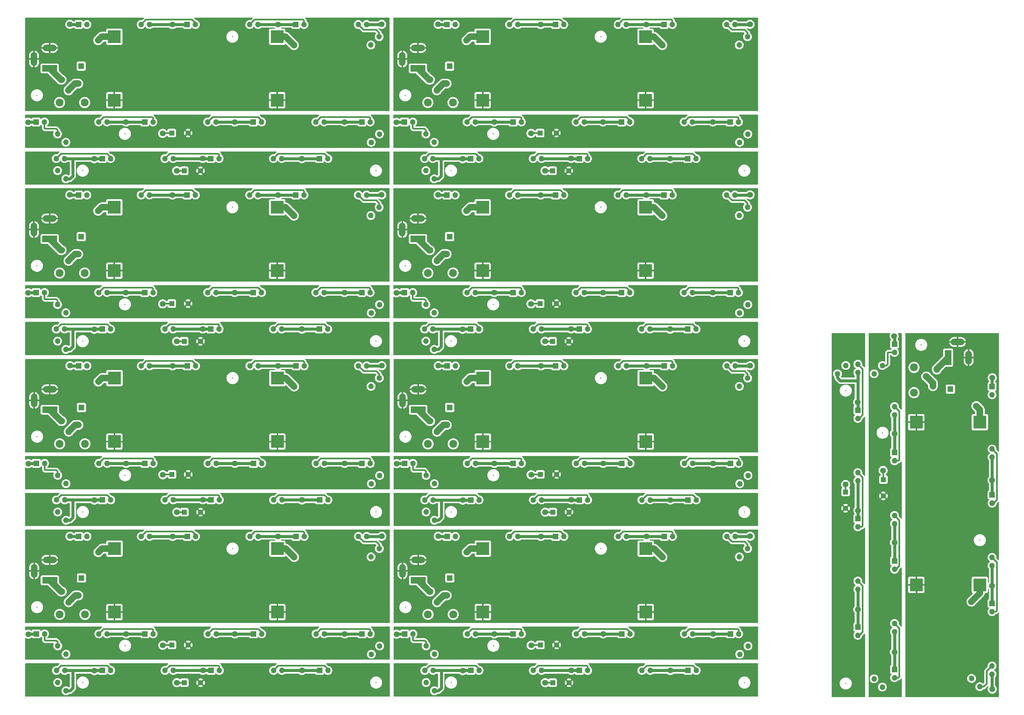
<source format=gbr>
G04 #@! TF.GenerationSoftware,KiCad,Pcbnew,9.0.0*
G04 #@! TF.CreationDate,2025-07-23T13:45:27+02:00*
G04 #@! TF.ProjectId,PowerPCB,506f7765-7250-4434-922e-6b696361645f,rev?*
G04 #@! TF.SameCoordinates,Original*
G04 #@! TF.FileFunction,Copper,L2,Bot*
G04 #@! TF.FilePolarity,Positive*
%FSLAX46Y46*%
G04 Gerber Fmt 4.6, Leading zero omitted, Abs format (unit mm)*
G04 Created by KiCad (PCBNEW 9.0.0) date 2025-07-23 13:45:27*
%MOMM*%
%LPD*%
G01*
G04 APERTURE LIST*
G04 #@! TA.AperFunction,ComponentPad*
%ADD10R,1.700000X1.700000*%
G04 #@! TD*
G04 #@! TA.AperFunction,ComponentPad*
%ADD11O,1.700000X1.700000*%
G04 #@! TD*
G04 #@! TA.AperFunction,ComponentPad*
%ADD12R,4.000000X4.000000*%
G04 #@! TD*
G04 #@! TA.AperFunction,ComponentPad*
%ADD13R,1.600000X1.600000*%
G04 #@! TD*
G04 #@! TA.AperFunction,ComponentPad*
%ADD14C,1.600000*%
G04 #@! TD*
G04 #@! TA.AperFunction,ComponentPad*
%ADD15R,1.800000X1.800000*%
G04 #@! TD*
G04 #@! TA.AperFunction,ComponentPad*
%ADD16O,1.800000X1.800000*%
G04 #@! TD*
G04 #@! TA.AperFunction,ComponentPad*
%ADD17C,1.710000*%
G04 #@! TD*
G04 #@! TA.AperFunction,ComponentPad*
%ADD18C,2.400000*%
G04 #@! TD*
G04 #@! TA.AperFunction,ComponentPad*
%ADD19R,2.000000X4.600000*%
G04 #@! TD*
G04 #@! TA.AperFunction,ComponentPad*
%ADD20O,2.000000X4.200000*%
G04 #@! TD*
G04 #@! TA.AperFunction,ComponentPad*
%ADD21O,4.200000X2.000000*%
G04 #@! TD*
G04 #@! TA.AperFunction,ComponentPad*
%ADD22R,4.600000X2.000000*%
G04 #@! TD*
G04 #@! TA.AperFunction,ViaPad*
%ADD23C,1.800000*%
G04 #@! TD*
G04 #@! TA.AperFunction,Conductor*
%ADD24C,0.500000*%
G04 #@! TD*
G04 #@! TA.AperFunction,Conductor*
%ADD25C,2.000000*%
G04 #@! TD*
G04 #@! TA.AperFunction,Conductor*
%ADD26C,0.900000*%
G04 #@! TD*
%ADD27C,0.350000*%
%ADD28O,1.000000X3.600000*%
%ADD29O,1.000000X3.200000*%
%ADD30O,3.200000X1.000000*%
%ADD31O,3.600000X1.000000*%
G04 APERTURE END LIST*
D10*
G04 #@! TO.P,J3,1,Pin_1*
G04 #@! TO.N,GND2*
X320374000Y-244299000D03*
D11*
X317834000Y-246839000D03*
G04 #@! TO.P,J3,2,Pin_2*
G04 #@! TO.N,unconnected-(J3-Pin_2-Pad2)*
X320374000Y-246839000D03*
G04 #@! TO.P,J3,3,Pin_3*
G04 #@! TO.N,+5V2*
X317834000Y-244299000D03*
G04 #@! TD*
D12*
G04 #@! TO.P,U1,1,IN*
G04 #@! TO.N,Net-(U1-IN)*
X350300000Y-165449000D03*
G04 #@! TO.P,U1,2,GND*
G04 #@! TO.N,GND*
X330800000Y-165449000D03*
X330800000Y-215449000D03*
G04 #@! TO.P,U1,3,OUT*
G04 #@! TO.N,+5V*
X350300000Y-215449000D03*
G04 #@! TD*
D10*
G04 #@! TO.P,X11,1,Pin_1*
G04 #@! TO.N,+5V2*
X324099000Y-208107200D03*
D11*
G04 #@! TO.P,X11,2,Pin_2*
G04 #@! TO.N,Net-(X10-Pin_2)*
X324099000Y-210647200D03*
G04 #@! TO.P,X11,3,Pin_3*
G04 #@! TO.N,GND2*
X324099000Y-213187200D03*
G04 #@! TD*
D13*
G04 #@! TO.P,C2,1*
G04 #@! TO.N,+5V3*
X309100000Y-186896349D03*
D14*
G04 #@! TO.P,C2,2*
G04 #@! TO.N,GND3*
X309100000Y-191896349D03*
G04 #@! TD*
D10*
G04 #@! TO.P,X14,1,Pin_1*
G04 #@! TO.N,GND3*
X312850000Y-145094400D03*
D11*
G04 #@! TO.P,X14,2,Pin_2*
G04 #@! TO.N,Net-(X14-Pin_2)*
X312850000Y-147634400D03*
G04 #@! TO.P,X14,3,Pin_3*
G04 #@! TO.N,+5V3*
X312850000Y-150174400D03*
G04 #@! TD*
D10*
G04 #@! TO.P,X2,1,Pin_1*
G04 #@! TO.N,GND*
X354050000Y-171145600D03*
D11*
G04 #@! TO.P,X2,2,Pin_2*
G04 #@! TO.N,Net-(X2-Pin_2)*
X354050000Y-173685600D03*
G04 #@! TO.P,X2,3,Pin_3*
G04 #@! TO.N,+5V*
X354050000Y-176225600D03*
G04 #@! TD*
D10*
G04 #@! TO.P,X10,1,Pin_1*
G04 #@! TO.N,GND2*
X324100000Y-191574000D03*
D11*
G04 #@! TO.P,X10,2,Pin_2*
G04 #@! TO.N,Net-(X10-Pin_2)*
X324100000Y-194114000D03*
G04 #@! TO.P,X10,3,Pin_3*
G04 #@! TO.N,+5V2*
X324100000Y-196654000D03*
G04 #@! TD*
D10*
G04 #@! TO.P,X18,1,Pin_1*
G04 #@! TO.N,GND3*
X312850000Y-211744000D03*
D11*
G04 #@! TO.P,X18,2,Pin_2*
G04 #@! TO.N,Net-(X18-Pin_2)*
X312850000Y-214284000D03*
G04 #@! TO.P,X18,3,Pin_3*
G04 #@! TO.N,+5V3*
X312850000Y-216824000D03*
G04 #@! TD*
D15*
G04 #@! TO.P,D1,1,K*
G04 #@! TO.N,Net-(D1-K)*
X341255000Y-155299000D03*
D16*
G04 #@! TO.P,D1,2,A*
G04 #@! TO.N,GND*
X343795000Y-155299000D03*
G04 #@! TD*
D10*
G04 #@! TO.P,X5,1,Pin_1*
G04 #@! TO.N,+5V*
X354050000Y-221132800D03*
D11*
G04 #@! TO.P,X5,2,Pin_2*
G04 #@! TO.N,Net-(X4-Pin_2)*
X354050000Y-223672800D03*
G04 #@! TO.P,X5,3,Pin_3*
G04 #@! TO.N,GND*
X354050000Y-226212800D03*
G04 #@! TD*
D10*
G04 #@! TO.P,X19,1,Pin_1*
G04 #@! TO.N,+5V3*
X312850000Y-228406400D03*
D11*
G04 #@! TO.P,X19,2,Pin_2*
G04 #@! TO.N,Net-(X18-Pin_2)*
X312850000Y-230946400D03*
G04 #@! TO.P,X19,3,Pin_3*
G04 #@! TO.N,GND3*
X312850000Y-233486400D03*
G04 #@! TD*
D10*
G04 #@! TO.P,X12,1,Pin_1*
G04 #@! TO.N,GND2*
X324099000Y-224769600D03*
D11*
G04 #@! TO.P,X12,2,Pin_2*
G04 #@! TO.N,Net-(X12-Pin_2)*
X324099000Y-227309600D03*
G04 #@! TO.P,X12,3,Pin_3*
G04 #@! TO.N,+5V2*
X324099000Y-229849600D03*
G04 #@! TD*
D17*
G04 #@! TO.P,F1,1*
G04 #@! TO.N,Net-(F1-Pad1)*
X337100000Y-149299000D03*
G04 #@! TO.P,F1,2*
G04 #@! TO.N,Net-(D1-K)*
X335900000Y-154399000D03*
G04 #@! TD*
D10*
G04 #@! TO.P,X13,1,Pin_1*
G04 #@! TO.N,+5V2*
X324099000Y-241432000D03*
D11*
G04 #@! TO.P,X13,2,Pin_2*
G04 #@! TO.N,Net-(X12-Pin_2)*
X324099000Y-243972000D03*
G04 #@! TO.P,X13,3,Pin_3*
G04 #@! TO.N,GND2*
X324099000Y-246512000D03*
G04 #@! TD*
D10*
G04 #@! TO.P,X6,1,Pin_1*
G04 #@! TO.N,GND*
X354050000Y-237795200D03*
D11*
G04 #@! TO.P,X6,2,Pin_2*
G04 #@! TO.N,Net-(J2-Pin_2)*
X354050000Y-240335200D03*
G04 #@! TO.P,X6,3,Pin_3*
G04 #@! TO.N,+5V*
X354050000Y-242875200D03*
G04 #@! TD*
D10*
G04 #@! TO.P,J2,1,Pin_1*
G04 #@! TO.N,GND*
X350300000Y-244199000D03*
D11*
X347760000Y-246739000D03*
G04 #@! TO.P,J2,2,Pin_2*
G04 #@! TO.N,Net-(J2-Pin_2)*
X350300000Y-246739000D03*
G04 #@! TO.P,J2,3,Pin_3*
G04 #@! TO.N,+5V*
X347760000Y-244199000D03*
G04 #@! TD*
D10*
G04 #@! TO.P,X16,1,Pin_1*
G04 #@! TO.N,GND3*
X312850000Y-178419200D03*
D11*
G04 #@! TO.P,X16,2,Pin_2*
G04 #@! TO.N,Net-(X16-Pin_2)*
X312850000Y-180959200D03*
G04 #@! TO.P,X16,3,Pin_3*
G04 #@! TO.N,+5V3*
X312850000Y-183499200D03*
G04 #@! TD*
D10*
G04 #@! TO.P,X8,1,Pin_1*
G04 #@! TO.N,GND2*
X324099000Y-158120000D03*
D11*
G04 #@! TO.P,X8,2,Pin_2*
G04 #@! TO.N,Net-(X8-Pin_2)*
X324099000Y-160660000D03*
G04 #@! TO.P,X8,3,Pin_3*
G04 #@! TO.N,+5V2*
X324099000Y-163200000D03*
G04 #@! TD*
D10*
G04 #@! TO.P,X9,1,Pin_1*
G04 #@! TO.N,+5V2*
X324100000Y-174774000D03*
D11*
G04 #@! TO.P,X9,2,Pin_2*
G04 #@! TO.N,Net-(X8-Pin_2)*
X324100000Y-177314000D03*
G04 #@! TO.P,X9,3,Pin_3*
G04 #@! TO.N,GND2*
X324100000Y-179854000D03*
G04 #@! TD*
D10*
G04 #@! TO.P,X4,1,Pin_1*
G04 #@! TO.N,GND*
X354050000Y-204470400D03*
D11*
G04 #@! TO.P,X4,2,Pin_2*
G04 #@! TO.N,Net-(X4-Pin_2)*
X354050000Y-207010400D03*
G04 #@! TO.P,X4,3,Pin_3*
G04 #@! TO.N,+5V*
X354050000Y-209550400D03*
G04 #@! TD*
D13*
G04 #@! TO.P,C1,1*
G04 #@! TO.N,+5V2*
X320700000Y-183096349D03*
D14*
G04 #@! TO.P,C1,2*
G04 #@! TO.N,GND2*
X320700000Y-188096349D03*
G04 #@! TD*
D10*
G04 #@! TO.P,X3,1,Pin_1*
G04 #@! TO.N,+5V*
X354050000Y-187808000D03*
D11*
G04 #@! TO.P,X3,2,Pin_2*
G04 #@! TO.N,Net-(X2-Pin_2)*
X354050000Y-190348000D03*
G04 #@! TO.P,X3,3,Pin_3*
G04 #@! TO.N,GND*
X354050000Y-192888000D03*
G04 #@! TD*
D10*
G04 #@! TO.P,X7,1,Pin_1*
G04 #@! TO.N,+5V2*
X324099000Y-141457600D03*
D11*
G04 #@! TO.P,X7,2,Pin_2*
G04 #@! TO.N,Net-(J4-Pin_2)*
X324099000Y-143997600D03*
G04 #@! TO.P,X7,3,Pin_3*
G04 #@! TO.N,GND2*
X324099000Y-146537600D03*
G04 #@! TD*
D18*
G04 #@! TO.P,TH1,1*
G04 #@! TO.N,Net-(D1-K)*
X330100000Y-148624000D03*
G04 #@! TO.P,TH1,2*
G04 #@! TO.N,Net-(U1-IN)*
X330100000Y-156374000D03*
G04 #@! TD*
D11*
G04 #@! TO.P,J4,1,Pin_1*
G04 #@! TO.N,GND2*
X317859000Y-148034000D03*
D10*
X320399000Y-150574000D03*
D11*
G04 #@! TO.P,J4,2,Pin_2*
G04 #@! TO.N,Net-(J4-Pin_2)*
X320399000Y-148034000D03*
G04 #@! TO.P,J4,3,Pin_3*
G04 #@! TO.N,+5V2*
X317859000Y-150574000D03*
G04 #@! TD*
D19*
G04 #@! TO.P,J1,1*
G04 #@! TO.N,Net-(F1-Pad1)*
X340551000Y-145599000D03*
D20*
G04 #@! TO.P,J1,2*
G04 #@! TO.N,GND*
X346851000Y-145599000D03*
D21*
G04 #@! TO.P,J1,MP,MountPin*
X343451000Y-140799000D03*
G04 #@! TD*
D10*
G04 #@! TO.P,X17,1,Pin_1*
G04 #@! TO.N,+5V3*
X312850000Y-195081600D03*
D11*
G04 #@! TO.P,X17,2,Pin_2*
G04 #@! TO.N,Net-(X16-Pin_2)*
X312850000Y-197621600D03*
G04 #@! TO.P,X17,3,Pin_3*
G04 #@! TO.N,GND3*
X312850000Y-200161600D03*
G04 #@! TD*
D10*
G04 #@! TO.P,X15,1,Pin_1*
G04 #@! TO.N,+5V3*
X312850000Y-161756800D03*
D11*
G04 #@! TO.P,X15,2,Pin_2*
G04 #@! TO.N,Net-(X14-Pin_2)*
X312850000Y-164296800D03*
G04 #@! TO.P,X15,3,Pin_3*
G04 #@! TO.N,GND3*
X312850000Y-166836800D03*
G04 #@! TD*
D10*
G04 #@! TO.P,X1,1,Pin_1*
G04 #@! TO.N,+5V*
X354050000Y-154483200D03*
D11*
G04 #@! TO.P,X1,2,Pin_2*
G04 #@! TO.N,unconnected-(X1-Pin_2-Pad2)*
X354050000Y-157023200D03*
G04 #@! TO.P,X1,3,Pin_3*
G04 #@! TO.N,GND*
X354050000Y-159563200D03*
G04 #@! TD*
D10*
G04 #@! TO.P,X2,1,Pin_1*
G04 #@! TO.N,GND*
X203396600Y-95651553D03*
D11*
G04 #@! TO.P,X2,2,Pin_2*
G04 #@! TO.N,Net-(X2-Pin_2)*
X205936600Y-95651553D03*
G04 #@! TO.P,X2,3,Pin_3*
G04 #@! TO.N,+5V*
X208476600Y-95651553D03*
G04 #@! TD*
D10*
G04 #@! TO.P,X10,1,Pin_1*
G04 #@! TO.N,GND2*
X223825000Y-125601553D03*
D11*
G04 #@! TO.P,X10,2,Pin_2*
G04 #@! TO.N,Net-(X10-Pin_2)*
X226365000Y-125601553D03*
G04 #@! TO.P,X10,3,Pin_3*
G04 #@! TO.N,+5V2*
X228905000Y-125601553D03*
G04 #@! TD*
D10*
G04 #@! TO.P,X19,1,Pin_1*
G04 #@! TO.N,+5V3*
X260657400Y-136851553D03*
D11*
G04 #@! TO.P,X19,2,Pin_2*
G04 #@! TO.N,Net-(X18-Pin_2)*
X263197400Y-136851553D03*
G04 #@! TO.P,X19,3,Pin_3*
G04 #@! TO.N,GND3*
X265737400Y-136851553D03*
G04 #@! TD*
D10*
G04 #@! TO.P,X18,1,Pin_1*
G04 #@! TO.N,GND3*
X243995000Y-136851553D03*
D11*
G04 #@! TO.P,X18,2,Pin_2*
G04 #@! TO.N,Net-(X18-Pin_2)*
X246535000Y-136851553D03*
G04 #@! TO.P,X18,3,Pin_3*
G04 #@! TO.N,+5V3*
X249075000Y-136851553D03*
G04 #@! TD*
D15*
G04 #@! TO.P,D1,1,K*
G04 #@! TO.N,Net-(D1-K)*
X187550000Y-108446553D03*
D16*
G04 #@! TO.P,D1,2,A*
G04 #@! TO.N,GND*
X187550000Y-105906553D03*
G04 #@! TD*
D10*
G04 #@! TO.P,X5,1,Pin_1*
G04 #@! TO.N,+5V*
X253383800Y-95651553D03*
D11*
G04 #@! TO.P,X5,2,Pin_2*
G04 #@! TO.N,Net-(X4-Pin_2)*
X255923800Y-95651553D03*
G04 #@! TO.P,X5,3,Pin_3*
G04 #@! TO.N,GND*
X258463800Y-95651553D03*
G04 #@! TD*
D10*
G04 #@! TO.P,J2,1,Pin_1*
G04 #@! TO.N,GND*
X276450000Y-99401553D03*
D11*
X278990000Y-101941553D03*
G04 #@! TO.P,J2,2,Pin_2*
G04 #@! TO.N,Net-(J2-Pin_2)*
X278990000Y-99401553D03*
G04 #@! TO.P,J2,3,Pin_3*
G04 #@! TO.N,+5V*
X276450000Y-101941553D03*
G04 #@! TD*
D10*
G04 #@! TO.P,X16,1,Pin_1*
G04 #@! TO.N,GND3*
X210670200Y-136851553D03*
D11*
G04 #@! TO.P,X16,2,Pin_2*
G04 #@! TO.N,Net-(X16-Pin_2)*
X213210200Y-136851553D03*
G04 #@! TO.P,X16,3,Pin_3*
G04 #@! TO.N,+5V3*
X215750200Y-136851553D03*
G04 #@! TD*
D10*
G04 #@! TO.P,X4,1,Pin_1*
G04 #@! TO.N,GND*
X236721400Y-95651553D03*
D11*
G04 #@! TO.P,X4,2,Pin_2*
G04 #@! TO.N,Net-(X4-Pin_2)*
X239261400Y-95651553D03*
G04 #@! TO.P,X4,3,Pin_3*
G04 #@! TO.N,+5V*
X241801400Y-95651553D03*
G04 #@! TD*
D17*
G04 #@! TO.P,F1,1*
G04 #@! TO.N,Net-(F1-Pad1)*
X181550000Y-112601553D03*
G04 #@! TO.P,F1,2*
G04 #@! TO.N,Net-(D1-K)*
X186650000Y-113801553D03*
G04 #@! TD*
D10*
G04 #@! TO.P,X13,1,Pin_1*
G04 #@! TO.N,+5V2*
X273683000Y-125602553D03*
D11*
G04 #@! TO.P,X13,2,Pin_2*
G04 #@! TO.N,Net-(X12-Pin_2)*
X276223000Y-125602553D03*
G04 #@! TO.P,X13,3,Pin_3*
G04 #@! TO.N,GND2*
X278763000Y-125602553D03*
G04 #@! TD*
G04 #@! TO.P,J5,1,Pin_1*
G04 #@! TO.N,GND3*
X180285000Y-143091553D03*
D10*
X182825000Y-140551553D03*
D11*
G04 #@! TO.P,J5,2,Pin_2*
G04 #@! TO.N,unconnected-(J5-Pin_2-Pad2)*
X180285000Y-140551553D03*
G04 #@! TO.P,J5,3,Pin_3*
G04 #@! TO.N,+5V3*
X182825000Y-143091553D03*
G04 #@! TD*
D10*
G04 #@! TO.P,X12,1,Pin_1*
G04 #@! TO.N,GND2*
X257020600Y-125602553D03*
D11*
G04 #@! TO.P,X12,2,Pin_2*
G04 #@! TO.N,Net-(X12-Pin_2)*
X259560600Y-125602553D03*
G04 #@! TO.P,X12,3,Pin_3*
G04 #@! TO.N,+5V2*
X262100600Y-125602553D03*
G04 #@! TD*
D10*
G04 #@! TO.P,X9,1,Pin_1*
G04 #@! TO.N,+5V2*
X207025000Y-125601553D03*
D11*
G04 #@! TO.P,X9,2,Pin_2*
G04 #@! TO.N,Net-(X8-Pin_2)*
X209565000Y-125601553D03*
G04 #@! TO.P,X9,3,Pin_3*
G04 #@! TO.N,GND2*
X212105000Y-125601553D03*
G04 #@! TD*
D10*
G04 #@! TO.P,X6,1,Pin_1*
G04 #@! TO.N,GND*
X270046200Y-95651553D03*
D11*
G04 #@! TO.P,X6,2,Pin_2*
G04 #@! TO.N,Net-(J2-Pin_2)*
X272586200Y-95651553D03*
G04 #@! TO.P,X6,3,Pin_3*
G04 #@! TO.N,+5V*
X275126200Y-95651553D03*
G04 #@! TD*
D13*
G04 #@! TO.P,C2,1*
G04 #@! TO.N,+5V3*
X219147349Y-140601553D03*
D14*
G04 #@! TO.P,C2,2*
G04 #@! TO.N,GND3*
X224147349Y-140601553D03*
G04 #@! TD*
D10*
G04 #@! TO.P,X14,1,Pin_1*
G04 #@! TO.N,GND3*
X177345400Y-136851553D03*
D11*
G04 #@! TO.P,X14,2,Pin_2*
G04 #@! TO.N,Net-(X14-Pin_2)*
X179885400Y-136851553D03*
G04 #@! TO.P,X14,3,Pin_3*
G04 #@! TO.N,+5V3*
X182425400Y-136851553D03*
G04 #@! TD*
D10*
G04 #@! TO.P,X11,1,Pin_1*
G04 #@! TO.N,+5V2*
X240358200Y-125602553D03*
D11*
G04 #@! TO.P,X11,2,Pin_2*
G04 #@! TO.N,Net-(X10-Pin_2)*
X242898200Y-125602553D03*
G04 #@! TO.P,X11,3,Pin_3*
G04 #@! TO.N,GND2*
X245438200Y-125602553D03*
G04 #@! TD*
D12*
G04 #@! TO.P,U1,1,IN*
G04 #@! TO.N,Net-(U1-IN)*
X197700000Y-99401553D03*
G04 #@! TO.P,U1,2,GND*
G04 #@! TO.N,GND*
X197700000Y-118901553D03*
X247700000Y-118901553D03*
G04 #@! TO.P,U1,3,OUT*
G04 #@! TO.N,+5V*
X247700000Y-99401553D03*
G04 #@! TD*
D10*
G04 #@! TO.P,J3,1,Pin_1*
G04 #@! TO.N,GND2*
X276550000Y-129327553D03*
D11*
X279090000Y-131867553D03*
G04 #@! TO.P,J3,2,Pin_2*
G04 #@! TO.N,unconnected-(J3-Pin_2-Pad2)*
X279090000Y-129327553D03*
G04 #@! TO.P,J3,3,Pin_3*
G04 #@! TO.N,+5V2*
X276550000Y-131867553D03*
G04 #@! TD*
D13*
G04 #@! TO.P,C2,1*
G04 #@! TO.N,+5V3*
X219147349Y-88200000D03*
D14*
G04 #@! TO.P,C2,2*
G04 #@! TO.N,GND3*
X224147349Y-88200000D03*
G04 #@! TD*
D10*
G04 #@! TO.P,J3,1,Pin_1*
G04 #@! TO.N,GND2*
X276550000Y-76926000D03*
D11*
X279090000Y-79466000D03*
G04 #@! TO.P,J3,2,Pin_2*
G04 #@! TO.N,unconnected-(J3-Pin_2-Pad2)*
X279090000Y-76926000D03*
G04 #@! TO.P,J3,3,Pin_3*
G04 #@! TO.N,+5V2*
X276550000Y-79466000D03*
G04 #@! TD*
D10*
G04 #@! TO.P,X14,1,Pin_1*
G04 #@! TO.N,GND3*
X177345400Y-84450000D03*
D11*
G04 #@! TO.P,X14,2,Pin_2*
G04 #@! TO.N,Net-(X14-Pin_2)*
X179885400Y-84450000D03*
G04 #@! TO.P,X14,3,Pin_3*
G04 #@! TO.N,+5V3*
X182425400Y-84450000D03*
G04 #@! TD*
D12*
G04 #@! TO.P,U1,1,IN*
G04 #@! TO.N,Net-(U1-IN)*
X197700000Y-47000000D03*
G04 #@! TO.P,U1,2,GND*
G04 #@! TO.N,GND*
X197700000Y-66500000D03*
X247700000Y-66500000D03*
G04 #@! TO.P,U1,3,OUT*
G04 #@! TO.N,+5V*
X247700000Y-47000000D03*
G04 #@! TD*
D10*
G04 #@! TO.P,X11,1,Pin_1*
G04 #@! TO.N,+5V2*
X240358200Y-73201000D03*
D11*
G04 #@! TO.P,X11,2,Pin_2*
G04 #@! TO.N,Net-(X10-Pin_2)*
X242898200Y-73201000D03*
G04 #@! TO.P,X11,3,Pin_3*
G04 #@! TO.N,GND2*
X245438200Y-73201000D03*
G04 #@! TD*
D10*
G04 #@! TO.P,X7,1,Pin_1*
G04 #@! TO.N,+5V2*
X173708600Y-125602553D03*
D11*
G04 #@! TO.P,X7,2,Pin_2*
G04 #@! TO.N,Net-(J4-Pin_2)*
X176248600Y-125602553D03*
G04 #@! TO.P,X7,3,Pin_3*
G04 #@! TO.N,GND2*
X178788600Y-125602553D03*
G04 #@! TD*
G04 #@! TO.P,J4,1,Pin_1*
G04 #@! TO.N,GND2*
X180285000Y-131842553D03*
D10*
X182825000Y-129302553D03*
D11*
G04 #@! TO.P,J4,2,Pin_2*
G04 #@! TO.N,Net-(J4-Pin_2)*
X180285000Y-129302553D03*
G04 #@! TO.P,J4,3,Pin_3*
G04 #@! TO.N,+5V2*
X182825000Y-131842553D03*
G04 #@! TD*
D10*
G04 #@! TO.P,X8,1,Pin_1*
G04 #@! TO.N,GND2*
X190371000Y-125602553D03*
D11*
G04 #@! TO.P,X8,2,Pin_2*
G04 #@! TO.N,Net-(X8-Pin_2)*
X192911000Y-125602553D03*
G04 #@! TO.P,X8,3,Pin_3*
G04 #@! TO.N,+5V2*
X195451000Y-125602553D03*
G04 #@! TD*
D13*
G04 #@! TO.P,C1,1*
G04 #@! TO.N,+5V2*
X215347349Y-129001553D03*
D14*
G04 #@! TO.P,C1,2*
G04 #@! TO.N,GND2*
X220347349Y-129001553D03*
G04 #@! TD*
D10*
G04 #@! TO.P,X3,1,Pin_1*
G04 #@! TO.N,+5V*
X220059000Y-95651553D03*
D11*
G04 #@! TO.P,X3,2,Pin_2*
G04 #@! TO.N,Net-(X2-Pin_2)*
X222599000Y-95651553D03*
G04 #@! TO.P,X3,3,Pin_3*
G04 #@! TO.N,GND*
X225139000Y-95651553D03*
G04 #@! TD*
D22*
G04 #@! TO.P,J1,1*
G04 #@! TO.N,Net-(F1-Pad1)*
X177850000Y-109150553D03*
D21*
G04 #@! TO.P,J1,2*
G04 #@! TO.N,GND*
X177850000Y-102850553D03*
D20*
G04 #@! TO.P,J1,MP,MountPin*
X173050000Y-106250553D03*
G04 #@! TD*
D18*
G04 #@! TO.P,TH1,1*
G04 #@! TO.N,Net-(D1-K)*
X180875000Y-119601553D03*
G04 #@! TO.P,TH1,2*
G04 #@! TO.N,Net-(U1-IN)*
X188625000Y-119601553D03*
G04 #@! TD*
D10*
G04 #@! TO.P,X15,1,Pin_1*
G04 #@! TO.N,+5V3*
X194007800Y-136851553D03*
D11*
G04 #@! TO.P,X15,2,Pin_2*
G04 #@! TO.N,Net-(X14-Pin_2)*
X196547800Y-136851553D03*
G04 #@! TO.P,X15,3,Pin_3*
G04 #@! TO.N,GND3*
X199087800Y-136851553D03*
G04 #@! TD*
D10*
G04 #@! TO.P,X2,1,Pin_1*
G04 #@! TO.N,GND*
X203396600Y-43250000D03*
D11*
G04 #@! TO.P,X2,2,Pin_2*
G04 #@! TO.N,Net-(X2-Pin_2)*
X205936600Y-43250000D03*
G04 #@! TO.P,X2,3,Pin_3*
G04 #@! TO.N,+5V*
X208476600Y-43250000D03*
G04 #@! TD*
D10*
G04 #@! TO.P,X1,1,Pin_1*
G04 #@! TO.N,+5V*
X186734200Y-95651553D03*
D11*
G04 #@! TO.P,X1,2,Pin_2*
G04 #@! TO.N,unconnected-(X1-Pin_2-Pad2)*
X189274200Y-95651553D03*
G04 #@! TO.P,X1,3,Pin_3*
G04 #@! TO.N,GND*
X191814200Y-95651553D03*
G04 #@! TD*
D10*
G04 #@! TO.P,X17,1,Pin_1*
G04 #@! TO.N,+5V3*
X227332600Y-136851553D03*
D11*
G04 #@! TO.P,X17,2,Pin_2*
G04 #@! TO.N,Net-(X16-Pin_2)*
X229872600Y-136851553D03*
G04 #@! TO.P,X17,3,Pin_3*
G04 #@! TO.N,GND3*
X232412600Y-136851553D03*
G04 #@! TD*
D10*
G04 #@! TO.P,X10,1,Pin_1*
G04 #@! TO.N,GND2*
X223825000Y-73200000D03*
D11*
G04 #@! TO.P,X10,2,Pin_2*
G04 #@! TO.N,Net-(X10-Pin_2)*
X226365000Y-73200000D03*
G04 #@! TO.P,X10,3,Pin_3*
G04 #@! TO.N,+5V2*
X228905000Y-73200000D03*
G04 #@! TD*
D10*
G04 #@! TO.P,X18,1,Pin_1*
G04 #@! TO.N,GND3*
X243995000Y-84450000D03*
D11*
G04 #@! TO.P,X18,2,Pin_2*
G04 #@! TO.N,Net-(X18-Pin_2)*
X246535000Y-84450000D03*
G04 #@! TO.P,X18,3,Pin_3*
G04 #@! TO.N,+5V3*
X249075000Y-84450000D03*
G04 #@! TD*
D10*
G04 #@! TO.P,X19,1,Pin_1*
G04 #@! TO.N,+5V3*
X260657400Y-84450000D03*
D11*
G04 #@! TO.P,X19,2,Pin_2*
G04 #@! TO.N,Net-(X18-Pin_2)*
X263197400Y-84450000D03*
G04 #@! TO.P,X19,3,Pin_3*
G04 #@! TO.N,GND3*
X265737400Y-84450000D03*
G04 #@! TD*
D10*
G04 #@! TO.P,X12,1,Pin_1*
G04 #@! TO.N,GND2*
X257020600Y-73201000D03*
D11*
G04 #@! TO.P,X12,2,Pin_2*
G04 #@! TO.N,Net-(X12-Pin_2)*
X259560600Y-73201000D03*
G04 #@! TO.P,X12,3,Pin_3*
G04 #@! TO.N,+5V2*
X262100600Y-73201000D03*
G04 #@! TD*
D17*
G04 #@! TO.P,F1,1*
G04 #@! TO.N,Net-(F1-Pad1)*
X181550000Y-60200000D03*
G04 #@! TO.P,F1,2*
G04 #@! TO.N,Net-(D1-K)*
X186650000Y-61400000D03*
G04 #@! TD*
D15*
G04 #@! TO.P,D1,1,K*
G04 #@! TO.N,Net-(D1-K)*
X187550000Y-56045000D03*
D16*
G04 #@! TO.P,D1,2,A*
G04 #@! TO.N,GND*
X187550000Y-53505000D03*
G04 #@! TD*
D10*
G04 #@! TO.P,X13,1,Pin_1*
G04 #@! TO.N,+5V2*
X273683000Y-73201000D03*
D11*
G04 #@! TO.P,X13,2,Pin_2*
G04 #@! TO.N,Net-(X12-Pin_2)*
X276223000Y-73201000D03*
G04 #@! TO.P,X13,3,Pin_3*
G04 #@! TO.N,GND2*
X278763000Y-73201000D03*
G04 #@! TD*
D10*
G04 #@! TO.P,X5,1,Pin_1*
G04 #@! TO.N,+5V*
X253383800Y-43250000D03*
D11*
G04 #@! TO.P,X5,2,Pin_2*
G04 #@! TO.N,Net-(X4-Pin_2)*
X255923800Y-43250000D03*
G04 #@! TO.P,X5,3,Pin_3*
G04 #@! TO.N,GND*
X258463800Y-43250000D03*
G04 #@! TD*
D10*
G04 #@! TO.P,X6,1,Pin_1*
G04 #@! TO.N,GND*
X270046200Y-43250000D03*
D11*
G04 #@! TO.P,X6,2,Pin_2*
G04 #@! TO.N,Net-(J2-Pin_2)*
X272586200Y-43250000D03*
G04 #@! TO.P,X6,3,Pin_3*
G04 #@! TO.N,+5V*
X275126200Y-43250000D03*
G04 #@! TD*
D10*
G04 #@! TO.P,J2,1,Pin_1*
G04 #@! TO.N,GND*
X276450000Y-47000000D03*
D11*
X278990000Y-49540000D03*
G04 #@! TO.P,J2,2,Pin_2*
G04 #@! TO.N,Net-(J2-Pin_2)*
X278990000Y-47000000D03*
G04 #@! TO.P,J2,3,Pin_3*
G04 #@! TO.N,+5V*
X276450000Y-49540000D03*
G04 #@! TD*
D10*
G04 #@! TO.P,X9,1,Pin_1*
G04 #@! TO.N,+5V2*
X207025000Y-73200000D03*
D11*
G04 #@! TO.P,X9,2,Pin_2*
G04 #@! TO.N,Net-(X8-Pin_2)*
X209565000Y-73200000D03*
G04 #@! TO.P,X9,3,Pin_3*
G04 #@! TO.N,GND2*
X212105000Y-73200000D03*
G04 #@! TD*
D10*
G04 #@! TO.P,X4,1,Pin_1*
G04 #@! TO.N,GND*
X236721400Y-43250000D03*
D11*
G04 #@! TO.P,X4,2,Pin_2*
G04 #@! TO.N,Net-(X4-Pin_2)*
X239261400Y-43250000D03*
G04 #@! TO.P,X4,3,Pin_3*
G04 #@! TO.N,+5V*
X241801400Y-43250000D03*
G04 #@! TD*
G04 #@! TO.P,J5,1,Pin_1*
G04 #@! TO.N,GND3*
X180285000Y-90690000D03*
D10*
X182825000Y-88150000D03*
D11*
G04 #@! TO.P,J5,2,Pin_2*
G04 #@! TO.N,unconnected-(J5-Pin_2-Pad2)*
X180285000Y-88150000D03*
G04 #@! TO.P,J5,3,Pin_3*
G04 #@! TO.N,+5V3*
X182825000Y-90690000D03*
G04 #@! TD*
D10*
G04 #@! TO.P,X16,1,Pin_1*
G04 #@! TO.N,GND3*
X210670200Y-84450000D03*
D11*
G04 #@! TO.P,X16,2,Pin_2*
G04 #@! TO.N,Net-(X16-Pin_2)*
X213210200Y-84450000D03*
G04 #@! TO.P,X16,3,Pin_3*
G04 #@! TO.N,+5V3*
X215750200Y-84450000D03*
G04 #@! TD*
D10*
G04 #@! TO.P,X8,1,Pin_1*
G04 #@! TO.N,GND2*
X190371000Y-73201000D03*
D11*
G04 #@! TO.P,X8,2,Pin_2*
G04 #@! TO.N,Net-(X8-Pin_2)*
X192911000Y-73201000D03*
G04 #@! TO.P,X8,3,Pin_3*
G04 #@! TO.N,+5V2*
X195451000Y-73201000D03*
G04 #@! TD*
D12*
G04 #@! TO.P,U1,1,IN*
G04 #@! TO.N,Net-(U1-IN)*
X197750000Y-204300000D03*
G04 #@! TO.P,U1,2,GND*
G04 #@! TO.N,GND*
X197750000Y-223800000D03*
X247750000Y-223800000D03*
G04 #@! TO.P,U1,3,OUT*
G04 #@! TO.N,+5V*
X247750000Y-204300000D03*
G04 #@! TD*
D10*
G04 #@! TO.P,X14,1,Pin_1*
G04 #@! TO.N,GND3*
X177395400Y-241750000D03*
D11*
G04 #@! TO.P,X14,2,Pin_2*
G04 #@! TO.N,Net-(X14-Pin_2)*
X179935400Y-241750000D03*
G04 #@! TO.P,X14,3,Pin_3*
G04 #@! TO.N,+5V3*
X182475400Y-241750000D03*
G04 #@! TD*
D10*
G04 #@! TO.P,X11,1,Pin_1*
G04 #@! TO.N,+5V2*
X240408200Y-230501000D03*
D11*
G04 #@! TO.P,X11,2,Pin_2*
G04 #@! TO.N,Net-(X10-Pin_2)*
X242948200Y-230501000D03*
G04 #@! TO.P,X11,3,Pin_3*
G04 #@! TO.N,GND2*
X245488200Y-230501000D03*
G04 #@! TD*
D10*
G04 #@! TO.P,X2,1,Pin_1*
G04 #@! TO.N,GND*
X203446600Y-200550000D03*
D11*
G04 #@! TO.P,X2,2,Pin_2*
G04 #@! TO.N,Net-(X2-Pin_2)*
X205986600Y-200550000D03*
G04 #@! TO.P,X2,3,Pin_3*
G04 #@! TO.N,+5V*
X208526600Y-200550000D03*
G04 #@! TD*
D10*
G04 #@! TO.P,X10,1,Pin_1*
G04 #@! TO.N,GND2*
X223875000Y-230500000D03*
D11*
G04 #@! TO.P,X10,2,Pin_2*
G04 #@! TO.N,Net-(X10-Pin_2)*
X226415000Y-230500000D03*
G04 #@! TO.P,X10,3,Pin_3*
G04 #@! TO.N,+5V2*
X228955000Y-230500000D03*
G04 #@! TD*
D10*
G04 #@! TO.P,X18,1,Pin_1*
G04 #@! TO.N,GND3*
X244045000Y-241750000D03*
D11*
G04 #@! TO.P,X18,2,Pin_2*
G04 #@! TO.N,Net-(X18-Pin_2)*
X246585000Y-241750000D03*
G04 #@! TO.P,X18,3,Pin_3*
G04 #@! TO.N,+5V3*
X249125000Y-241750000D03*
G04 #@! TD*
D10*
G04 #@! TO.P,X19,1,Pin_1*
G04 #@! TO.N,+5V3*
X260707400Y-241750000D03*
D11*
G04 #@! TO.P,X19,2,Pin_2*
G04 #@! TO.N,Net-(X18-Pin_2)*
X263247400Y-241750000D03*
G04 #@! TO.P,X19,3,Pin_3*
G04 #@! TO.N,GND3*
X265787400Y-241750000D03*
G04 #@! TD*
D17*
G04 #@! TO.P,F1,1*
G04 #@! TO.N,Net-(F1-Pad1)*
X181600000Y-217500000D03*
G04 #@! TO.P,F1,2*
G04 #@! TO.N,Net-(D1-K)*
X186700000Y-218700000D03*
G04 #@! TD*
D10*
G04 #@! TO.P,X12,1,Pin_1*
G04 #@! TO.N,GND2*
X257070600Y-230501000D03*
D11*
G04 #@! TO.P,X12,2,Pin_2*
G04 #@! TO.N,Net-(X12-Pin_2)*
X259610600Y-230501000D03*
G04 #@! TO.P,X12,3,Pin_3*
G04 #@! TO.N,+5V2*
X262150600Y-230501000D03*
G04 #@! TD*
D10*
G04 #@! TO.P,X6,1,Pin_1*
G04 #@! TO.N,GND*
X270096200Y-200550000D03*
D11*
G04 #@! TO.P,X6,2,Pin_2*
G04 #@! TO.N,Net-(J2-Pin_2)*
X272636200Y-200550000D03*
G04 #@! TO.P,X6,3,Pin_3*
G04 #@! TO.N,+5V*
X275176200Y-200550000D03*
G04 #@! TD*
D10*
G04 #@! TO.P,X9,1,Pin_1*
G04 #@! TO.N,+5V2*
X207075000Y-230500000D03*
D11*
G04 #@! TO.P,X9,2,Pin_2*
G04 #@! TO.N,Net-(X8-Pin_2)*
X209615000Y-230500000D03*
G04 #@! TO.P,X9,3,Pin_3*
G04 #@! TO.N,GND2*
X212155000Y-230500000D03*
G04 #@! TD*
D10*
G04 #@! TO.P,X13,1,Pin_1*
G04 #@! TO.N,+5V2*
X273733000Y-230501000D03*
D11*
G04 #@! TO.P,X13,2,Pin_2*
G04 #@! TO.N,Net-(X12-Pin_2)*
X276273000Y-230501000D03*
G04 #@! TO.P,X13,3,Pin_3*
G04 #@! TO.N,GND2*
X278813000Y-230501000D03*
G04 #@! TD*
D10*
G04 #@! TO.P,X5,1,Pin_1*
G04 #@! TO.N,+5V*
X253433800Y-200550000D03*
D11*
G04 #@! TO.P,X5,2,Pin_2*
G04 #@! TO.N,Net-(X4-Pin_2)*
X255973800Y-200550000D03*
G04 #@! TO.P,X5,3,Pin_3*
G04 #@! TO.N,GND*
X258513800Y-200550000D03*
G04 #@! TD*
D10*
G04 #@! TO.P,X4,1,Pin_1*
G04 #@! TO.N,GND*
X236771400Y-200550000D03*
D11*
G04 #@! TO.P,X4,2,Pin_2*
G04 #@! TO.N,Net-(X4-Pin_2)*
X239311400Y-200550000D03*
G04 #@! TO.P,X4,3,Pin_3*
G04 #@! TO.N,+5V*
X241851400Y-200550000D03*
G04 #@! TD*
D10*
G04 #@! TO.P,X16,1,Pin_1*
G04 #@! TO.N,GND3*
X210720200Y-241750000D03*
D11*
G04 #@! TO.P,X16,2,Pin_2*
G04 #@! TO.N,Net-(X16-Pin_2)*
X213260200Y-241750000D03*
G04 #@! TO.P,X16,3,Pin_3*
G04 #@! TO.N,+5V3*
X215800200Y-241750000D03*
G04 #@! TD*
D10*
G04 #@! TO.P,X8,1,Pin_1*
G04 #@! TO.N,GND2*
X190421000Y-230501000D03*
D11*
G04 #@! TO.P,X8,2,Pin_2*
G04 #@! TO.N,Net-(X8-Pin_2)*
X192961000Y-230501000D03*
G04 #@! TO.P,X8,3,Pin_3*
G04 #@! TO.N,+5V2*
X195501000Y-230501000D03*
G04 #@! TD*
D15*
G04 #@! TO.P,D1,1,K*
G04 #@! TO.N,Net-(D1-K)*
X187600000Y-213345000D03*
D16*
G04 #@! TO.P,D1,2,A*
G04 #@! TO.N,GND*
X187600000Y-210805000D03*
G04 #@! TD*
D10*
G04 #@! TO.P,J2,1,Pin_1*
G04 #@! TO.N,GND*
X276500000Y-204300000D03*
D11*
X279040000Y-206840000D03*
G04 #@! TO.P,J2,2,Pin_2*
G04 #@! TO.N,Net-(J2-Pin_2)*
X279040000Y-204300000D03*
G04 #@! TO.P,J2,3,Pin_3*
G04 #@! TO.N,+5V*
X276500000Y-206840000D03*
G04 #@! TD*
D13*
G04 #@! TO.P,C1,1*
G04 #@! TO.N,+5V2*
X215397349Y-233900000D03*
D14*
G04 #@! TO.P,C1,2*
G04 #@! TO.N,GND2*
X220397349Y-233900000D03*
G04 #@! TD*
D11*
G04 #@! TO.P,J5,1,Pin_1*
G04 #@! TO.N,GND3*
X180335000Y-247990000D03*
D10*
X182875000Y-245450000D03*
D11*
G04 #@! TO.P,J5,2,Pin_2*
G04 #@! TO.N,unconnected-(J5-Pin_2-Pad2)*
X180335000Y-245450000D03*
G04 #@! TO.P,J5,3,Pin_3*
G04 #@! TO.N,+5V3*
X182875000Y-247990000D03*
G04 #@! TD*
D22*
G04 #@! TO.P,J1,1*
G04 #@! TO.N,Net-(F1-Pad1)*
X177900000Y-214049000D03*
D21*
G04 #@! TO.P,J1,2*
G04 #@! TO.N,GND*
X177900000Y-207749000D03*
D20*
G04 #@! TO.P,J1,MP,MountPin*
X173100000Y-211149000D03*
G04 #@! TD*
D10*
G04 #@! TO.P,X1,1,Pin_1*
G04 #@! TO.N,+5V*
X186784200Y-200550000D03*
D11*
G04 #@! TO.P,X1,2,Pin_2*
G04 #@! TO.N,unconnected-(X1-Pin_2-Pad2)*
X189324200Y-200550000D03*
G04 #@! TO.P,X1,3,Pin_3*
G04 #@! TO.N,GND*
X191864200Y-200550000D03*
G04 #@! TD*
D10*
G04 #@! TO.P,X7,1,Pin_1*
G04 #@! TO.N,+5V2*
X173758600Y-230501000D03*
D11*
G04 #@! TO.P,X7,2,Pin_2*
G04 #@! TO.N,Net-(J4-Pin_2)*
X176298600Y-230501000D03*
G04 #@! TO.P,X7,3,Pin_3*
G04 #@! TO.N,GND2*
X178838600Y-230501000D03*
G04 #@! TD*
G04 #@! TO.P,J4,1,Pin_1*
G04 #@! TO.N,GND2*
X180335000Y-236741000D03*
D10*
X182875000Y-234201000D03*
D11*
G04 #@! TO.P,J4,2,Pin_2*
G04 #@! TO.N,Net-(J4-Pin_2)*
X180335000Y-234201000D03*
G04 #@! TO.P,J4,3,Pin_3*
G04 #@! TO.N,+5V2*
X182875000Y-236741000D03*
G04 #@! TD*
D10*
G04 #@! TO.P,X17,1,Pin_1*
G04 #@! TO.N,+5V3*
X227382600Y-241750000D03*
D11*
G04 #@! TO.P,X17,2,Pin_2*
G04 #@! TO.N,Net-(X16-Pin_2)*
X229922600Y-241750000D03*
G04 #@! TO.P,X17,3,Pin_3*
G04 #@! TO.N,GND3*
X232462600Y-241750000D03*
G04 #@! TD*
D10*
G04 #@! TO.P,X15,1,Pin_1*
G04 #@! TO.N,+5V3*
X194057800Y-241750000D03*
D11*
G04 #@! TO.P,X15,2,Pin_2*
G04 #@! TO.N,Net-(X14-Pin_2)*
X196597800Y-241750000D03*
G04 #@! TO.P,X15,3,Pin_3*
G04 #@! TO.N,GND3*
X199137800Y-241750000D03*
G04 #@! TD*
D10*
G04 #@! TO.P,X3,1,Pin_1*
G04 #@! TO.N,+5V*
X220109000Y-200550000D03*
D11*
G04 #@! TO.P,X3,2,Pin_2*
G04 #@! TO.N,Net-(X2-Pin_2)*
X222649000Y-200550000D03*
G04 #@! TO.P,X3,3,Pin_3*
G04 #@! TO.N,GND*
X225189000Y-200550000D03*
G04 #@! TD*
D18*
G04 #@! TO.P,TH1,1*
G04 #@! TO.N,Net-(D1-K)*
X180925000Y-224500000D03*
G04 #@! TO.P,TH1,2*
G04 #@! TO.N,Net-(U1-IN)*
X188675000Y-224500000D03*
G04 #@! TD*
D13*
G04 #@! TO.P,C2,1*
G04 #@! TO.N,+5V3*
X219197349Y-193100000D03*
D14*
G04 #@! TO.P,C2,2*
G04 #@! TO.N,GND3*
X224197349Y-193100000D03*
G04 #@! TD*
D10*
G04 #@! TO.P,X14,1,Pin_1*
G04 #@! TO.N,GND3*
X177395400Y-189350000D03*
D11*
G04 #@! TO.P,X14,2,Pin_2*
G04 #@! TO.N,Net-(X14-Pin_2)*
X179935400Y-189350000D03*
G04 #@! TO.P,X14,3,Pin_3*
G04 #@! TO.N,+5V3*
X182475400Y-189350000D03*
G04 #@! TD*
D10*
G04 #@! TO.P,X11,1,Pin_1*
G04 #@! TO.N,+5V2*
X240408200Y-178101000D03*
D11*
G04 #@! TO.P,X11,2,Pin_2*
G04 #@! TO.N,Net-(X10-Pin_2)*
X242948200Y-178101000D03*
G04 #@! TO.P,X11,3,Pin_3*
G04 #@! TO.N,GND2*
X245488200Y-178101000D03*
G04 #@! TD*
D10*
G04 #@! TO.P,X2,1,Pin_1*
G04 #@! TO.N,GND*
X203446600Y-148150000D03*
D11*
G04 #@! TO.P,X2,2,Pin_2*
G04 #@! TO.N,Net-(X2-Pin_2)*
X205986600Y-148150000D03*
G04 #@! TO.P,X2,3,Pin_3*
G04 #@! TO.N,+5V*
X208526600Y-148150000D03*
G04 #@! TD*
D12*
G04 #@! TO.P,U1,1,IN*
G04 #@! TO.N,Net-(U1-IN)*
X197750000Y-151900000D03*
G04 #@! TO.P,U1,2,GND*
G04 #@! TO.N,GND*
X197750000Y-171400000D03*
X247750000Y-171400000D03*
G04 #@! TO.P,U1,3,OUT*
G04 #@! TO.N,+5V*
X247750000Y-151900000D03*
G04 #@! TD*
D10*
G04 #@! TO.P,J3,1,Pin_1*
G04 #@! TO.N,GND2*
X276600000Y-181826000D03*
D11*
X279140000Y-184366000D03*
G04 #@! TO.P,J3,2,Pin_2*
G04 #@! TO.N,unconnected-(J3-Pin_2-Pad2)*
X279140000Y-181826000D03*
G04 #@! TO.P,J3,3,Pin_3*
G04 #@! TO.N,+5V2*
X276600000Y-184366000D03*
G04 #@! TD*
D10*
G04 #@! TO.P,X18,1,Pin_1*
G04 #@! TO.N,GND3*
X244045000Y-189350000D03*
D11*
G04 #@! TO.P,X18,2,Pin_2*
G04 #@! TO.N,Net-(X18-Pin_2)*
X246585000Y-189350000D03*
G04 #@! TO.P,X18,3,Pin_3*
G04 #@! TO.N,+5V3*
X249125000Y-189350000D03*
G04 #@! TD*
D10*
G04 #@! TO.P,X10,1,Pin_1*
G04 #@! TO.N,GND2*
X223875000Y-178100000D03*
D11*
G04 #@! TO.P,X10,2,Pin_2*
G04 #@! TO.N,Net-(X10-Pin_2)*
X226415000Y-178100000D03*
G04 #@! TO.P,X10,3,Pin_3*
G04 #@! TO.N,+5V2*
X228955000Y-178100000D03*
G04 #@! TD*
D10*
G04 #@! TO.P,X12,1,Pin_1*
G04 #@! TO.N,GND2*
X257070600Y-178101000D03*
D11*
G04 #@! TO.P,X12,2,Pin_2*
G04 #@! TO.N,Net-(X12-Pin_2)*
X259610600Y-178101000D03*
G04 #@! TO.P,X12,3,Pin_3*
G04 #@! TO.N,+5V2*
X262150600Y-178101000D03*
G04 #@! TD*
D10*
G04 #@! TO.P,X9,1,Pin_1*
G04 #@! TO.N,+5V2*
X207075000Y-178100000D03*
D11*
G04 #@! TO.P,X9,2,Pin_2*
G04 #@! TO.N,Net-(X8-Pin_2)*
X209615000Y-178100000D03*
G04 #@! TO.P,X9,3,Pin_3*
G04 #@! TO.N,GND2*
X212155000Y-178100000D03*
G04 #@! TD*
D10*
G04 #@! TO.P,X13,1,Pin_1*
G04 #@! TO.N,+5V2*
X273733000Y-178101000D03*
D11*
G04 #@! TO.P,X13,2,Pin_2*
G04 #@! TO.N,Net-(X12-Pin_2)*
X276273000Y-178101000D03*
G04 #@! TO.P,X13,3,Pin_3*
G04 #@! TO.N,GND2*
X278813000Y-178101000D03*
G04 #@! TD*
D15*
G04 #@! TO.P,D1,1,K*
G04 #@! TO.N,Net-(D1-K)*
X187600000Y-160945000D03*
D16*
G04 #@! TO.P,D1,2,A*
G04 #@! TO.N,GND*
X187600000Y-158405000D03*
G04 #@! TD*
D10*
G04 #@! TO.P,X5,1,Pin_1*
G04 #@! TO.N,+5V*
X253433800Y-148150000D03*
D11*
G04 #@! TO.P,X5,2,Pin_2*
G04 #@! TO.N,Net-(X4-Pin_2)*
X255973800Y-148150000D03*
G04 #@! TO.P,X5,3,Pin_3*
G04 #@! TO.N,GND*
X258513800Y-148150000D03*
G04 #@! TD*
D10*
G04 #@! TO.P,J2,1,Pin_1*
G04 #@! TO.N,GND*
X276500000Y-151900000D03*
D11*
X279040000Y-154440000D03*
G04 #@! TO.P,J2,2,Pin_2*
G04 #@! TO.N,Net-(J2-Pin_2)*
X279040000Y-151900000D03*
G04 #@! TO.P,J2,3,Pin_3*
G04 #@! TO.N,+5V*
X276500000Y-154440000D03*
G04 #@! TD*
D10*
G04 #@! TO.P,X6,1,Pin_1*
G04 #@! TO.N,GND*
X270096200Y-148150000D03*
D11*
G04 #@! TO.P,X6,2,Pin_2*
G04 #@! TO.N,Net-(J2-Pin_2)*
X272636200Y-148150000D03*
G04 #@! TO.P,X6,3,Pin_3*
G04 #@! TO.N,+5V*
X275176200Y-148150000D03*
G04 #@! TD*
D10*
G04 #@! TO.P,X4,1,Pin_1*
G04 #@! TO.N,GND*
X236771400Y-148150000D03*
D11*
G04 #@! TO.P,X4,2,Pin_2*
G04 #@! TO.N,Net-(X4-Pin_2)*
X239311400Y-148150000D03*
G04 #@! TO.P,X4,3,Pin_3*
G04 #@! TO.N,+5V*
X241851400Y-148150000D03*
G04 #@! TD*
D10*
G04 #@! TO.P,X19,1,Pin_1*
G04 #@! TO.N,+5V3*
X260707400Y-189350000D03*
D11*
G04 #@! TO.P,X19,2,Pin_2*
G04 #@! TO.N,Net-(X18-Pin_2)*
X263247400Y-189350000D03*
G04 #@! TO.P,X19,3,Pin_3*
G04 #@! TO.N,GND3*
X265787400Y-189350000D03*
G04 #@! TD*
D17*
G04 #@! TO.P,F1,1*
G04 #@! TO.N,Net-(F1-Pad1)*
X181600000Y-165100000D03*
G04 #@! TO.P,F1,2*
G04 #@! TO.N,Net-(D1-K)*
X186700000Y-166300000D03*
G04 #@! TD*
D10*
G04 #@! TO.P,X7,1,Pin_1*
G04 #@! TO.N,+5V2*
X173758600Y-178101000D03*
D11*
G04 #@! TO.P,X7,2,Pin_2*
G04 #@! TO.N,Net-(J4-Pin_2)*
X176298600Y-178101000D03*
G04 #@! TO.P,X7,3,Pin_3*
G04 #@! TO.N,GND2*
X178838600Y-178101000D03*
G04 #@! TD*
D22*
G04 #@! TO.P,J1,1*
G04 #@! TO.N,Net-(F1-Pad1)*
X177900000Y-161649000D03*
D21*
G04 #@! TO.P,J1,2*
G04 #@! TO.N,GND*
X177900000Y-155349000D03*
D20*
G04 #@! TO.P,J1,MP,MountPin*
X173100000Y-158749000D03*
G04 #@! TD*
D10*
G04 #@! TO.P,X16,1,Pin_1*
G04 #@! TO.N,GND3*
X210720200Y-189350000D03*
D11*
G04 #@! TO.P,X16,2,Pin_2*
G04 #@! TO.N,Net-(X16-Pin_2)*
X213260200Y-189350000D03*
G04 #@! TO.P,X16,3,Pin_3*
G04 #@! TO.N,+5V3*
X215800200Y-189350000D03*
G04 #@! TD*
D10*
G04 #@! TO.P,X8,1,Pin_1*
G04 #@! TO.N,GND2*
X190421000Y-178101000D03*
D11*
G04 #@! TO.P,X8,2,Pin_2*
G04 #@! TO.N,Net-(X8-Pin_2)*
X192961000Y-178101000D03*
G04 #@! TO.P,X8,3,Pin_3*
G04 #@! TO.N,+5V2*
X195501000Y-178101000D03*
G04 #@! TD*
D13*
G04 #@! TO.P,C1,1*
G04 #@! TO.N,+5V2*
X215397349Y-181500000D03*
D14*
G04 #@! TO.P,C1,2*
G04 #@! TO.N,GND2*
X220397349Y-181500000D03*
G04 #@! TD*
D10*
G04 #@! TO.P,X3,1,Pin_1*
G04 #@! TO.N,+5V*
X220109000Y-148150000D03*
D11*
G04 #@! TO.P,X3,2,Pin_2*
G04 #@! TO.N,Net-(X2-Pin_2)*
X222649000Y-148150000D03*
G04 #@! TO.P,X3,3,Pin_3*
G04 #@! TO.N,GND*
X225189000Y-148150000D03*
G04 #@! TD*
G04 #@! TO.P,J5,1,Pin_1*
G04 #@! TO.N,GND3*
X180335000Y-195590000D03*
D10*
X182875000Y-193050000D03*
D11*
G04 #@! TO.P,J5,2,Pin_2*
G04 #@! TO.N,unconnected-(J5-Pin_2-Pad2)*
X180335000Y-193050000D03*
G04 #@! TO.P,J5,3,Pin_3*
G04 #@! TO.N,+5V3*
X182875000Y-195590000D03*
G04 #@! TD*
D10*
G04 #@! TO.P,X17,1,Pin_1*
G04 #@! TO.N,+5V3*
X227382600Y-189350000D03*
D11*
G04 #@! TO.P,X17,2,Pin_2*
G04 #@! TO.N,Net-(X16-Pin_2)*
X229922600Y-189350000D03*
G04 #@! TO.P,X17,3,Pin_3*
G04 #@! TO.N,GND3*
X232462600Y-189350000D03*
G04 #@! TD*
D10*
G04 #@! TO.P,X1,1,Pin_1*
G04 #@! TO.N,+5V*
X186784200Y-148150000D03*
D11*
G04 #@! TO.P,X1,2,Pin_2*
G04 #@! TO.N,unconnected-(X1-Pin_2-Pad2)*
X189324200Y-148150000D03*
G04 #@! TO.P,X1,3,Pin_3*
G04 #@! TO.N,GND*
X191864200Y-148150000D03*
G04 #@! TD*
G04 #@! TO.P,J4,1,Pin_1*
G04 #@! TO.N,GND2*
X180335000Y-184341000D03*
D10*
X182875000Y-181801000D03*
D11*
G04 #@! TO.P,J4,2,Pin_2*
G04 #@! TO.N,Net-(J4-Pin_2)*
X180335000Y-181801000D03*
G04 #@! TO.P,J4,3,Pin_3*
G04 #@! TO.N,+5V2*
X182875000Y-184341000D03*
G04 #@! TD*
D18*
G04 #@! TO.P,TH1,1*
G04 #@! TO.N,Net-(D1-K)*
X180925000Y-172100000D03*
G04 #@! TO.P,TH1,2*
G04 #@! TO.N,Net-(U1-IN)*
X188675000Y-172100000D03*
G04 #@! TD*
D10*
G04 #@! TO.P,X15,1,Pin_1*
G04 #@! TO.N,+5V3*
X194057800Y-189350000D03*
D11*
G04 #@! TO.P,X15,2,Pin_2*
G04 #@! TO.N,Net-(X14-Pin_2)*
X196597800Y-189350000D03*
G04 #@! TO.P,X15,3,Pin_3*
G04 #@! TO.N,GND3*
X199137800Y-189350000D03*
G04 #@! TD*
D10*
G04 #@! TO.P,J3,1,Pin_1*
G04 #@! TO.N,GND2*
X276600000Y-234226000D03*
D11*
X279140000Y-236766000D03*
G04 #@! TO.P,J3,2,Pin_2*
G04 #@! TO.N,unconnected-(J3-Pin_2-Pad2)*
X279140000Y-234226000D03*
G04 #@! TO.P,J3,3,Pin_3*
G04 #@! TO.N,+5V2*
X276600000Y-236766000D03*
G04 #@! TD*
D13*
G04 #@! TO.P,C2,1*
G04 #@! TO.N,+5V3*
X219197349Y-245500000D03*
D14*
G04 #@! TO.P,C2,2*
G04 #@! TO.N,GND3*
X224197349Y-245500000D03*
G04 #@! TD*
D13*
G04 #@! TO.P,C1,1*
G04 #@! TO.N,+5V2*
X215347349Y-76600000D03*
D14*
G04 #@! TO.P,C1,2*
G04 #@! TO.N,GND2*
X220347349Y-76600000D03*
G04 #@! TD*
D10*
G04 #@! TO.P,X3,1,Pin_1*
G04 #@! TO.N,+5V*
X220059000Y-43250000D03*
D11*
G04 #@! TO.P,X3,2,Pin_2*
G04 #@! TO.N,Net-(X2-Pin_2)*
X222599000Y-43250000D03*
G04 #@! TO.P,X3,3,Pin_3*
G04 #@! TO.N,GND*
X225139000Y-43250000D03*
G04 #@! TD*
D22*
G04 #@! TO.P,J1,1*
G04 #@! TO.N,Net-(F1-Pad1)*
X177850000Y-56749000D03*
D21*
G04 #@! TO.P,J1,2*
G04 #@! TO.N,GND*
X177850000Y-50449000D03*
D20*
G04 #@! TO.P,J1,MP,MountPin*
X173050000Y-53849000D03*
G04 #@! TD*
D10*
G04 #@! TO.P,X7,1,Pin_1*
G04 #@! TO.N,+5V2*
X173708600Y-73201000D03*
D11*
G04 #@! TO.P,X7,2,Pin_2*
G04 #@! TO.N,Net-(J4-Pin_2)*
X176248600Y-73201000D03*
G04 #@! TO.P,X7,3,Pin_3*
G04 #@! TO.N,GND2*
X178788600Y-73201000D03*
G04 #@! TD*
G04 #@! TO.P,J4,1,Pin_1*
G04 #@! TO.N,GND2*
X180285000Y-79441000D03*
D10*
X182825000Y-76901000D03*
D11*
G04 #@! TO.P,J4,2,Pin_2*
G04 #@! TO.N,Net-(J4-Pin_2)*
X180285000Y-76901000D03*
G04 #@! TO.P,J4,3,Pin_3*
G04 #@! TO.N,+5V2*
X182825000Y-79441000D03*
G04 #@! TD*
D18*
G04 #@! TO.P,TH1,1*
G04 #@! TO.N,Net-(D1-K)*
X180875000Y-67200000D03*
G04 #@! TO.P,TH1,2*
G04 #@! TO.N,Net-(U1-IN)*
X188625000Y-67200000D03*
G04 #@! TD*
D10*
G04 #@! TO.P,X1,1,Pin_1*
G04 #@! TO.N,+5V*
X186734200Y-43250000D03*
D11*
G04 #@! TO.P,X1,2,Pin_2*
G04 #@! TO.N,unconnected-(X1-Pin_2-Pad2)*
X189274200Y-43250000D03*
G04 #@! TO.P,X1,3,Pin_3*
G04 #@! TO.N,GND*
X191814200Y-43250000D03*
G04 #@! TD*
D10*
G04 #@! TO.P,X17,1,Pin_1*
G04 #@! TO.N,+5V3*
X227332600Y-84450000D03*
D11*
G04 #@! TO.P,X17,2,Pin_2*
G04 #@! TO.N,Net-(X16-Pin_2)*
X229872600Y-84450000D03*
G04 #@! TO.P,X17,3,Pin_3*
G04 #@! TO.N,GND3*
X232412600Y-84450000D03*
G04 #@! TD*
D10*
G04 #@! TO.P,X15,1,Pin_1*
G04 #@! TO.N,+5V3*
X194007800Y-84450000D03*
D11*
G04 #@! TO.P,X15,2,Pin_2*
G04 #@! TO.N,Net-(X14-Pin_2)*
X196547800Y-84450000D03*
G04 #@! TO.P,X15,3,Pin_3*
G04 #@! TO.N,GND3*
X199087800Y-84450000D03*
G04 #@! TD*
D13*
G04 #@! TO.P,C2,1*
G04 #@! TO.N,+5V3*
X106147349Y-245499000D03*
D14*
G04 #@! TO.P,C2,2*
G04 #@! TO.N,GND3*
X111147349Y-245499000D03*
G04 #@! TD*
D10*
G04 #@! TO.P,J3,1,Pin_1*
G04 #@! TO.N,GND2*
X163550000Y-234225000D03*
D11*
X166090000Y-236765000D03*
G04 #@! TO.P,J3,2,Pin_2*
G04 #@! TO.N,unconnected-(J3-Pin_2-Pad2)*
X166090000Y-234225000D03*
G04 #@! TO.P,J3,3,Pin_3*
G04 #@! TO.N,+5V2*
X163550000Y-236765000D03*
G04 #@! TD*
D10*
G04 #@! TO.P,X14,1,Pin_1*
G04 #@! TO.N,GND3*
X64345400Y-241749000D03*
D11*
G04 #@! TO.P,X14,2,Pin_2*
G04 #@! TO.N,Net-(X14-Pin_2)*
X66885400Y-241749000D03*
G04 #@! TO.P,X14,3,Pin_3*
G04 #@! TO.N,+5V3*
X69425400Y-241749000D03*
G04 #@! TD*
D12*
G04 #@! TO.P,U1,1,IN*
G04 #@! TO.N,Net-(U1-IN)*
X84700000Y-204299000D03*
G04 #@! TO.P,U1,2,GND*
G04 #@! TO.N,GND*
X84700000Y-223799000D03*
X134700000Y-223799000D03*
G04 #@! TO.P,U1,3,OUT*
G04 #@! TO.N,+5V*
X134700000Y-204299000D03*
G04 #@! TD*
D10*
G04 #@! TO.P,X11,1,Pin_1*
G04 #@! TO.N,+5V2*
X127358200Y-230500000D03*
D11*
G04 #@! TO.P,X11,2,Pin_2*
G04 #@! TO.N,Net-(X10-Pin_2)*
X129898200Y-230500000D03*
G04 #@! TO.P,X11,3,Pin_3*
G04 #@! TO.N,GND2*
X132438200Y-230500000D03*
G04 #@! TD*
D10*
G04 #@! TO.P,X2,1,Pin_1*
G04 #@! TO.N,GND*
X90396600Y-200549000D03*
D11*
G04 #@! TO.P,X2,2,Pin_2*
G04 #@! TO.N,Net-(X2-Pin_2)*
X92936600Y-200549000D03*
G04 #@! TO.P,X2,3,Pin_3*
G04 #@! TO.N,+5V*
X95476600Y-200549000D03*
G04 #@! TD*
D10*
G04 #@! TO.P,X10,1,Pin_1*
G04 #@! TO.N,GND2*
X110825000Y-230499000D03*
D11*
G04 #@! TO.P,X10,2,Pin_2*
G04 #@! TO.N,Net-(X10-Pin_2)*
X113365000Y-230499000D03*
G04 #@! TO.P,X10,3,Pin_3*
G04 #@! TO.N,+5V2*
X115905000Y-230499000D03*
G04 #@! TD*
D10*
G04 #@! TO.P,X18,1,Pin_1*
G04 #@! TO.N,GND3*
X130995000Y-241749000D03*
D11*
G04 #@! TO.P,X18,2,Pin_2*
G04 #@! TO.N,Net-(X18-Pin_2)*
X133535000Y-241749000D03*
G04 #@! TO.P,X18,3,Pin_3*
G04 #@! TO.N,+5V3*
X136075000Y-241749000D03*
G04 #@! TD*
D10*
G04 #@! TO.P,X19,1,Pin_1*
G04 #@! TO.N,+5V3*
X147657400Y-241749000D03*
D11*
G04 #@! TO.P,X19,2,Pin_2*
G04 #@! TO.N,Net-(X18-Pin_2)*
X150197400Y-241749000D03*
G04 #@! TO.P,X19,3,Pin_3*
G04 #@! TO.N,GND3*
X152737400Y-241749000D03*
G04 #@! TD*
D10*
G04 #@! TO.P,X12,1,Pin_1*
G04 #@! TO.N,GND2*
X144020600Y-230500000D03*
D11*
G04 #@! TO.P,X12,2,Pin_2*
G04 #@! TO.N,Net-(X12-Pin_2)*
X146560600Y-230500000D03*
G04 #@! TO.P,X12,3,Pin_3*
G04 #@! TO.N,+5V2*
X149100600Y-230500000D03*
G04 #@! TD*
D17*
G04 #@! TO.P,F1,1*
G04 #@! TO.N,Net-(F1-Pad1)*
X68550000Y-217499000D03*
G04 #@! TO.P,F1,2*
G04 #@! TO.N,Net-(D1-K)*
X73650000Y-218699000D03*
G04 #@! TD*
D15*
G04 #@! TO.P,D1,1,K*
G04 #@! TO.N,Net-(D1-K)*
X74550000Y-213344000D03*
D16*
G04 #@! TO.P,D1,2,A*
G04 #@! TO.N,GND*
X74550000Y-210804000D03*
G04 #@! TD*
D10*
G04 #@! TO.P,X13,1,Pin_1*
G04 #@! TO.N,+5V2*
X160683000Y-230500000D03*
D11*
G04 #@! TO.P,X13,2,Pin_2*
G04 #@! TO.N,Net-(X12-Pin_2)*
X163223000Y-230500000D03*
G04 #@! TO.P,X13,3,Pin_3*
G04 #@! TO.N,GND2*
X165763000Y-230500000D03*
G04 #@! TD*
D10*
G04 #@! TO.P,X5,1,Pin_1*
G04 #@! TO.N,+5V*
X140383800Y-200549000D03*
D11*
G04 #@! TO.P,X5,2,Pin_2*
G04 #@! TO.N,Net-(X4-Pin_2)*
X142923800Y-200549000D03*
G04 #@! TO.P,X5,3,Pin_3*
G04 #@! TO.N,GND*
X145463800Y-200549000D03*
G04 #@! TD*
D10*
G04 #@! TO.P,X6,1,Pin_1*
G04 #@! TO.N,GND*
X157046200Y-200549000D03*
D11*
G04 #@! TO.P,X6,2,Pin_2*
G04 #@! TO.N,Net-(J2-Pin_2)*
X159586200Y-200549000D03*
G04 #@! TO.P,X6,3,Pin_3*
G04 #@! TO.N,+5V*
X162126200Y-200549000D03*
G04 #@! TD*
D10*
G04 #@! TO.P,J2,1,Pin_1*
G04 #@! TO.N,GND*
X163450000Y-204299000D03*
D11*
X165990000Y-206839000D03*
G04 #@! TO.P,J2,2,Pin_2*
G04 #@! TO.N,Net-(J2-Pin_2)*
X165990000Y-204299000D03*
G04 #@! TO.P,J2,3,Pin_3*
G04 #@! TO.N,+5V*
X163450000Y-206839000D03*
G04 #@! TD*
D10*
G04 #@! TO.P,X9,1,Pin_1*
G04 #@! TO.N,+5V2*
X94025000Y-230499000D03*
D11*
G04 #@! TO.P,X9,2,Pin_2*
G04 #@! TO.N,Net-(X8-Pin_2)*
X96565000Y-230499000D03*
G04 #@! TO.P,X9,3,Pin_3*
G04 #@! TO.N,GND2*
X99105000Y-230499000D03*
G04 #@! TD*
D10*
G04 #@! TO.P,X4,1,Pin_1*
G04 #@! TO.N,GND*
X123721400Y-200549000D03*
D11*
G04 #@! TO.P,X4,2,Pin_2*
G04 #@! TO.N,Net-(X4-Pin_2)*
X126261400Y-200549000D03*
G04 #@! TO.P,X4,3,Pin_3*
G04 #@! TO.N,+5V*
X128801400Y-200549000D03*
G04 #@! TD*
G04 #@! TO.P,J5,1,Pin_1*
G04 #@! TO.N,GND3*
X67285000Y-247989000D03*
D10*
X69825000Y-245449000D03*
D11*
G04 #@! TO.P,J5,2,Pin_2*
G04 #@! TO.N,unconnected-(J5-Pin_2-Pad2)*
X67285000Y-245449000D03*
G04 #@! TO.P,J5,3,Pin_3*
G04 #@! TO.N,+5V3*
X69825000Y-247989000D03*
G04 #@! TD*
D10*
G04 #@! TO.P,X16,1,Pin_1*
G04 #@! TO.N,GND3*
X97670200Y-241749000D03*
D11*
G04 #@! TO.P,X16,2,Pin_2*
G04 #@! TO.N,Net-(X16-Pin_2)*
X100210200Y-241749000D03*
G04 #@! TO.P,X16,3,Pin_3*
G04 #@! TO.N,+5V3*
X102750200Y-241749000D03*
G04 #@! TD*
D10*
G04 #@! TO.P,X8,1,Pin_1*
G04 #@! TO.N,GND2*
X77371000Y-230500000D03*
D11*
G04 #@! TO.P,X8,2,Pin_2*
G04 #@! TO.N,Net-(X8-Pin_2)*
X79911000Y-230500000D03*
G04 #@! TO.P,X8,3,Pin_3*
G04 #@! TO.N,+5V2*
X82451000Y-230500000D03*
G04 #@! TD*
D13*
G04 #@! TO.P,C1,1*
G04 #@! TO.N,+5V2*
X102347349Y-233899000D03*
D14*
G04 #@! TO.P,C1,2*
G04 #@! TO.N,GND2*
X107347349Y-233899000D03*
G04 #@! TD*
D10*
G04 #@! TO.P,X3,1,Pin_1*
G04 #@! TO.N,+5V*
X107059000Y-200549000D03*
D11*
G04 #@! TO.P,X3,2,Pin_2*
G04 #@! TO.N,Net-(X2-Pin_2)*
X109599000Y-200549000D03*
G04 #@! TO.P,X3,3,Pin_3*
G04 #@! TO.N,GND*
X112139000Y-200549000D03*
G04 #@! TD*
D22*
G04 #@! TO.P,J1,1*
G04 #@! TO.N,Net-(F1-Pad1)*
X64850000Y-214048000D03*
D21*
G04 #@! TO.P,J1,2*
G04 #@! TO.N,GND*
X64850000Y-207748000D03*
D20*
G04 #@! TO.P,J1,MP,MountPin*
X60050000Y-211148000D03*
G04 #@! TD*
D10*
G04 #@! TO.P,X7,1,Pin_1*
G04 #@! TO.N,+5V2*
X60708600Y-230500000D03*
D11*
G04 #@! TO.P,X7,2,Pin_2*
G04 #@! TO.N,Net-(J4-Pin_2)*
X63248600Y-230500000D03*
G04 #@! TO.P,X7,3,Pin_3*
G04 #@! TO.N,GND2*
X65788600Y-230500000D03*
G04 #@! TD*
G04 #@! TO.P,J4,1,Pin_1*
G04 #@! TO.N,GND2*
X67285000Y-236740000D03*
D10*
X69825000Y-234200000D03*
D11*
G04 #@! TO.P,J4,2,Pin_2*
G04 #@! TO.N,Net-(J4-Pin_2)*
X67285000Y-234200000D03*
G04 #@! TO.P,J4,3,Pin_3*
G04 #@! TO.N,+5V2*
X69825000Y-236740000D03*
G04 #@! TD*
D18*
G04 #@! TO.P,TH1,1*
G04 #@! TO.N,Net-(D1-K)*
X67875000Y-224499000D03*
G04 #@! TO.P,TH1,2*
G04 #@! TO.N,Net-(U1-IN)*
X75625000Y-224499000D03*
G04 #@! TD*
D10*
G04 #@! TO.P,X1,1,Pin_1*
G04 #@! TO.N,+5V*
X73734200Y-200549000D03*
D11*
G04 #@! TO.P,X1,2,Pin_2*
G04 #@! TO.N,unconnected-(X1-Pin_2-Pad2)*
X76274200Y-200549000D03*
G04 #@! TO.P,X1,3,Pin_3*
G04 #@! TO.N,GND*
X78814200Y-200549000D03*
G04 #@! TD*
D10*
G04 #@! TO.P,X17,1,Pin_1*
G04 #@! TO.N,+5V3*
X114332600Y-241749000D03*
D11*
G04 #@! TO.P,X17,2,Pin_2*
G04 #@! TO.N,Net-(X16-Pin_2)*
X116872600Y-241749000D03*
G04 #@! TO.P,X17,3,Pin_3*
G04 #@! TO.N,GND3*
X119412600Y-241749000D03*
G04 #@! TD*
D10*
G04 #@! TO.P,X15,1,Pin_1*
G04 #@! TO.N,+5V3*
X81007800Y-241749000D03*
D11*
G04 #@! TO.P,X15,2,Pin_2*
G04 #@! TO.N,Net-(X14-Pin_2)*
X83547800Y-241749000D03*
G04 #@! TO.P,X15,3,Pin_3*
G04 #@! TO.N,GND3*
X86087800Y-241749000D03*
G04 #@! TD*
G04 #@! TO.P,X15,3,Pin_3*
G04 #@! TO.N,GND3*
X86087800Y-189349000D03*
G04 #@! TO.P,X15,2,Pin_2*
G04 #@! TO.N,Net-(X14-Pin_2)*
X83547800Y-189349000D03*
D10*
G04 #@! TO.P,X15,1,Pin_1*
G04 #@! TO.N,+5V3*
X81007800Y-189349000D03*
G04 #@! TD*
D18*
G04 #@! TO.P,TH1,2*
G04 #@! TO.N,Net-(U1-IN)*
X75625000Y-172099000D03*
G04 #@! TO.P,TH1,1*
G04 #@! TO.N,Net-(D1-K)*
X67875000Y-172099000D03*
G04 #@! TD*
D11*
G04 #@! TO.P,J4,3,Pin_3*
G04 #@! TO.N,+5V2*
X69825000Y-184340000D03*
G04 #@! TO.P,J4,2,Pin_2*
G04 #@! TO.N,Net-(J4-Pin_2)*
X67285000Y-181800000D03*
D10*
G04 #@! TO.P,J4,1,Pin_1*
G04 #@! TO.N,GND2*
X69825000Y-181800000D03*
D11*
X67285000Y-184340000D03*
G04 #@! TD*
G04 #@! TO.P,X1,3,Pin_3*
G04 #@! TO.N,GND*
X78814200Y-148149000D03*
G04 #@! TO.P,X1,2,Pin_2*
G04 #@! TO.N,unconnected-(X1-Pin_2-Pad2)*
X76274200Y-148149000D03*
D10*
G04 #@! TO.P,X1,1,Pin_1*
G04 #@! TO.N,+5V*
X73734200Y-148149000D03*
G04 #@! TD*
D11*
G04 #@! TO.P,X17,3,Pin_3*
G04 #@! TO.N,GND3*
X119412600Y-189349000D03*
G04 #@! TO.P,X17,2,Pin_2*
G04 #@! TO.N,Net-(X16-Pin_2)*
X116872600Y-189349000D03*
D10*
G04 #@! TO.P,X17,1,Pin_1*
G04 #@! TO.N,+5V3*
X114332600Y-189349000D03*
G04 #@! TD*
D11*
G04 #@! TO.P,J5,3,Pin_3*
G04 #@! TO.N,+5V3*
X69825000Y-195589000D03*
G04 #@! TO.P,J5,2,Pin_2*
G04 #@! TO.N,unconnected-(J5-Pin_2-Pad2)*
X67285000Y-193049000D03*
D10*
G04 #@! TO.P,J5,1,Pin_1*
G04 #@! TO.N,GND3*
X69825000Y-193049000D03*
D11*
X67285000Y-195589000D03*
G04 #@! TD*
G04 #@! TO.P,X3,3,Pin_3*
G04 #@! TO.N,GND*
X112139000Y-148149000D03*
G04 #@! TO.P,X3,2,Pin_2*
G04 #@! TO.N,Net-(X2-Pin_2)*
X109599000Y-148149000D03*
D10*
G04 #@! TO.P,X3,1,Pin_1*
G04 #@! TO.N,+5V*
X107059000Y-148149000D03*
G04 #@! TD*
D14*
G04 #@! TO.P,C1,2*
G04 #@! TO.N,GND2*
X107347349Y-181499000D03*
D13*
G04 #@! TO.P,C1,1*
G04 #@! TO.N,+5V2*
X102347349Y-181499000D03*
G04 #@! TD*
D11*
G04 #@! TO.P,X8,3,Pin_3*
G04 #@! TO.N,+5V2*
X82451000Y-178100000D03*
G04 #@! TO.P,X8,2,Pin_2*
G04 #@! TO.N,Net-(X8-Pin_2)*
X79911000Y-178100000D03*
D10*
G04 #@! TO.P,X8,1,Pin_1*
G04 #@! TO.N,GND2*
X77371000Y-178100000D03*
G04 #@! TD*
D11*
G04 #@! TO.P,X16,3,Pin_3*
G04 #@! TO.N,+5V3*
X102750200Y-189349000D03*
G04 #@! TO.P,X16,2,Pin_2*
G04 #@! TO.N,Net-(X16-Pin_2)*
X100210200Y-189349000D03*
D10*
G04 #@! TO.P,X16,1,Pin_1*
G04 #@! TO.N,GND3*
X97670200Y-189349000D03*
G04 #@! TD*
D20*
G04 #@! TO.P,J1,MP,MountPin*
G04 #@! TO.N,GND*
X60050000Y-158748000D03*
D21*
G04 #@! TO.P,J1,2*
X64850000Y-155348000D03*
D22*
G04 #@! TO.P,J1,1*
G04 #@! TO.N,Net-(F1-Pad1)*
X64850000Y-161648000D03*
G04 #@! TD*
D11*
G04 #@! TO.P,X7,3,Pin_3*
G04 #@! TO.N,GND2*
X65788600Y-178100000D03*
G04 #@! TO.P,X7,2,Pin_2*
G04 #@! TO.N,Net-(J4-Pin_2)*
X63248600Y-178100000D03*
D10*
G04 #@! TO.P,X7,1,Pin_1*
G04 #@! TO.N,+5V2*
X60708600Y-178100000D03*
G04 #@! TD*
D17*
G04 #@! TO.P,F1,2*
G04 #@! TO.N,Net-(D1-K)*
X73650000Y-166299000D03*
G04 #@! TO.P,F1,1*
G04 #@! TO.N,Net-(F1-Pad1)*
X68550000Y-165099000D03*
G04 #@! TD*
D11*
G04 #@! TO.P,X19,3,Pin_3*
G04 #@! TO.N,GND3*
X152737400Y-189349000D03*
G04 #@! TO.P,X19,2,Pin_2*
G04 #@! TO.N,Net-(X18-Pin_2)*
X150197400Y-189349000D03*
D10*
G04 #@! TO.P,X19,1,Pin_1*
G04 #@! TO.N,+5V3*
X147657400Y-189349000D03*
G04 #@! TD*
D11*
G04 #@! TO.P,X4,3,Pin_3*
G04 #@! TO.N,+5V*
X128801400Y-148149000D03*
G04 #@! TO.P,X4,2,Pin_2*
G04 #@! TO.N,Net-(X4-Pin_2)*
X126261400Y-148149000D03*
D10*
G04 #@! TO.P,X4,1,Pin_1*
G04 #@! TO.N,GND*
X123721400Y-148149000D03*
G04 #@! TD*
D11*
G04 #@! TO.P,X6,3,Pin_3*
G04 #@! TO.N,+5V*
X162126200Y-148149000D03*
G04 #@! TO.P,X6,2,Pin_2*
G04 #@! TO.N,Net-(J2-Pin_2)*
X159586200Y-148149000D03*
D10*
G04 #@! TO.P,X6,1,Pin_1*
G04 #@! TO.N,GND*
X157046200Y-148149000D03*
G04 #@! TD*
D11*
G04 #@! TO.P,J2,3,Pin_3*
G04 #@! TO.N,+5V*
X163450000Y-154439000D03*
G04 #@! TO.P,J2,2,Pin_2*
G04 #@! TO.N,Net-(J2-Pin_2)*
X165990000Y-151899000D03*
G04 #@! TO.P,J2,1,Pin_1*
G04 #@! TO.N,GND*
X165990000Y-154439000D03*
D10*
X163450000Y-151899000D03*
G04 #@! TD*
D11*
G04 #@! TO.P,X5,3,Pin_3*
G04 #@! TO.N,GND*
X145463800Y-148149000D03*
G04 #@! TO.P,X5,2,Pin_2*
G04 #@! TO.N,Net-(X4-Pin_2)*
X142923800Y-148149000D03*
D10*
G04 #@! TO.P,X5,1,Pin_1*
G04 #@! TO.N,+5V*
X140383800Y-148149000D03*
G04 #@! TD*
D16*
G04 #@! TO.P,D1,2,A*
G04 #@! TO.N,GND*
X74550000Y-158404000D03*
D15*
G04 #@! TO.P,D1,1,K*
G04 #@! TO.N,Net-(D1-K)*
X74550000Y-160944000D03*
G04 #@! TD*
D11*
G04 #@! TO.P,X13,3,Pin_3*
G04 #@! TO.N,GND2*
X165763000Y-178100000D03*
G04 #@! TO.P,X13,2,Pin_2*
G04 #@! TO.N,Net-(X12-Pin_2)*
X163223000Y-178100000D03*
D10*
G04 #@! TO.P,X13,1,Pin_1*
G04 #@! TO.N,+5V2*
X160683000Y-178100000D03*
G04 #@! TD*
D11*
G04 #@! TO.P,X9,3,Pin_3*
G04 #@! TO.N,GND2*
X99105000Y-178099000D03*
G04 #@! TO.P,X9,2,Pin_2*
G04 #@! TO.N,Net-(X8-Pin_2)*
X96565000Y-178099000D03*
D10*
G04 #@! TO.P,X9,1,Pin_1*
G04 #@! TO.N,+5V2*
X94025000Y-178099000D03*
G04 #@! TD*
D11*
G04 #@! TO.P,X12,3,Pin_3*
G04 #@! TO.N,+5V2*
X149100600Y-178100000D03*
G04 #@! TO.P,X12,2,Pin_2*
G04 #@! TO.N,Net-(X12-Pin_2)*
X146560600Y-178100000D03*
D10*
G04 #@! TO.P,X12,1,Pin_1*
G04 #@! TO.N,GND2*
X144020600Y-178100000D03*
G04 #@! TD*
D11*
G04 #@! TO.P,X10,3,Pin_3*
G04 #@! TO.N,+5V2*
X115905000Y-178099000D03*
G04 #@! TO.P,X10,2,Pin_2*
G04 #@! TO.N,Net-(X10-Pin_2)*
X113365000Y-178099000D03*
D10*
G04 #@! TO.P,X10,1,Pin_1*
G04 #@! TO.N,GND2*
X110825000Y-178099000D03*
G04 #@! TD*
D11*
G04 #@! TO.P,X18,3,Pin_3*
G04 #@! TO.N,+5V3*
X136075000Y-189349000D03*
G04 #@! TO.P,X18,2,Pin_2*
G04 #@! TO.N,Net-(X18-Pin_2)*
X133535000Y-189349000D03*
D10*
G04 #@! TO.P,X18,1,Pin_1*
G04 #@! TO.N,GND3*
X130995000Y-189349000D03*
G04 #@! TD*
D11*
G04 #@! TO.P,J3,3,Pin_3*
G04 #@! TO.N,+5V2*
X163550000Y-184365000D03*
G04 #@! TO.P,J3,2,Pin_2*
G04 #@! TO.N,unconnected-(J3-Pin_2-Pad2)*
X166090000Y-181825000D03*
G04 #@! TO.P,J3,1,Pin_1*
G04 #@! TO.N,GND2*
X166090000Y-184365000D03*
D10*
X163550000Y-181825000D03*
G04 #@! TD*
D12*
G04 #@! TO.P,U1,3,OUT*
G04 #@! TO.N,+5V*
X134700000Y-151899000D03*
G04 #@! TO.P,U1,2,GND*
G04 #@! TO.N,GND*
X134700000Y-171399000D03*
X84700000Y-171399000D03*
G04 #@! TO.P,U1,1,IN*
G04 #@! TO.N,Net-(U1-IN)*
X84700000Y-151899000D03*
G04 #@! TD*
D11*
G04 #@! TO.P,X2,3,Pin_3*
G04 #@! TO.N,+5V*
X95476600Y-148149000D03*
G04 #@! TO.P,X2,2,Pin_2*
G04 #@! TO.N,Net-(X2-Pin_2)*
X92936600Y-148149000D03*
D10*
G04 #@! TO.P,X2,1,Pin_1*
G04 #@! TO.N,GND*
X90396600Y-148149000D03*
G04 #@! TD*
D11*
G04 #@! TO.P,X11,3,Pin_3*
G04 #@! TO.N,GND2*
X132438200Y-178100000D03*
G04 #@! TO.P,X11,2,Pin_2*
G04 #@! TO.N,Net-(X10-Pin_2)*
X129898200Y-178100000D03*
D10*
G04 #@! TO.P,X11,1,Pin_1*
G04 #@! TO.N,+5V2*
X127358200Y-178100000D03*
G04 #@! TD*
D11*
G04 #@! TO.P,X14,3,Pin_3*
G04 #@! TO.N,+5V3*
X69425400Y-189349000D03*
G04 #@! TO.P,X14,2,Pin_2*
G04 #@! TO.N,Net-(X14-Pin_2)*
X66885400Y-189349000D03*
D10*
G04 #@! TO.P,X14,1,Pin_1*
G04 #@! TO.N,GND3*
X64345400Y-189349000D03*
G04 #@! TD*
D14*
G04 #@! TO.P,C2,2*
G04 #@! TO.N,GND3*
X111147349Y-193099000D03*
D13*
G04 #@! TO.P,C2,1*
G04 #@! TO.N,+5V3*
X106147349Y-193099000D03*
G04 #@! TD*
G04 #@! TO.P,C2,1*
G04 #@! TO.N,+5V3*
X106097349Y-140600553D03*
D14*
G04 #@! TO.P,C2,2*
G04 #@! TO.N,GND3*
X111097349Y-140600553D03*
G04 #@! TD*
D10*
G04 #@! TO.P,J3,1,Pin_1*
G04 #@! TO.N,GND2*
X163500000Y-129326553D03*
D11*
X166040000Y-131866553D03*
G04 #@! TO.P,J3,2,Pin_2*
G04 #@! TO.N,unconnected-(J3-Pin_2-Pad2)*
X166040000Y-129326553D03*
G04 #@! TO.P,J3,3,Pin_3*
G04 #@! TO.N,+5V2*
X163500000Y-131866553D03*
G04 #@! TD*
D10*
G04 #@! TO.P,X14,1,Pin_1*
G04 #@! TO.N,GND3*
X64295400Y-136850553D03*
D11*
G04 #@! TO.P,X14,2,Pin_2*
G04 #@! TO.N,Net-(X14-Pin_2)*
X66835400Y-136850553D03*
G04 #@! TO.P,X14,3,Pin_3*
G04 #@! TO.N,+5V3*
X69375400Y-136850553D03*
G04 #@! TD*
D12*
G04 #@! TO.P,U1,1,IN*
G04 #@! TO.N,Net-(U1-IN)*
X84650000Y-99400553D03*
G04 #@! TO.P,U1,2,GND*
G04 #@! TO.N,GND*
X84650000Y-118900553D03*
X134650000Y-118900553D03*
G04 #@! TO.P,U1,3,OUT*
G04 #@! TO.N,+5V*
X134650000Y-99400553D03*
G04 #@! TD*
D10*
G04 #@! TO.P,X11,1,Pin_1*
G04 #@! TO.N,+5V2*
X127308200Y-125601553D03*
D11*
G04 #@! TO.P,X11,2,Pin_2*
G04 #@! TO.N,Net-(X10-Pin_2)*
X129848200Y-125601553D03*
G04 #@! TO.P,X11,3,Pin_3*
G04 #@! TO.N,GND2*
X132388200Y-125601553D03*
G04 #@! TD*
D10*
G04 #@! TO.P,X2,1,Pin_1*
G04 #@! TO.N,GND*
X90346600Y-95650553D03*
D11*
G04 #@! TO.P,X2,2,Pin_2*
G04 #@! TO.N,Net-(X2-Pin_2)*
X92886600Y-95650553D03*
G04 #@! TO.P,X2,3,Pin_3*
G04 #@! TO.N,+5V*
X95426600Y-95650553D03*
G04 #@! TD*
D10*
G04 #@! TO.P,X10,1,Pin_1*
G04 #@! TO.N,GND2*
X110775000Y-125600553D03*
D11*
G04 #@! TO.P,X10,2,Pin_2*
G04 #@! TO.N,Net-(X10-Pin_2)*
X113315000Y-125600553D03*
G04 #@! TO.P,X10,3,Pin_3*
G04 #@! TO.N,+5V2*
X115855000Y-125600553D03*
G04 #@! TD*
D10*
G04 #@! TO.P,X18,1,Pin_1*
G04 #@! TO.N,GND3*
X130945000Y-136850553D03*
D11*
G04 #@! TO.P,X18,2,Pin_2*
G04 #@! TO.N,Net-(X18-Pin_2)*
X133485000Y-136850553D03*
G04 #@! TO.P,X18,3,Pin_3*
G04 #@! TO.N,+5V3*
X136025000Y-136850553D03*
G04 #@! TD*
D10*
G04 #@! TO.P,X19,1,Pin_1*
G04 #@! TO.N,+5V3*
X147607400Y-136850553D03*
D11*
G04 #@! TO.P,X19,2,Pin_2*
G04 #@! TO.N,Net-(X18-Pin_2)*
X150147400Y-136850553D03*
G04 #@! TO.P,X19,3,Pin_3*
G04 #@! TO.N,GND3*
X152687400Y-136850553D03*
G04 #@! TD*
D10*
G04 #@! TO.P,X12,1,Pin_1*
G04 #@! TO.N,GND2*
X143970600Y-125601553D03*
D11*
G04 #@! TO.P,X12,2,Pin_2*
G04 #@! TO.N,Net-(X12-Pin_2)*
X146510600Y-125601553D03*
G04 #@! TO.P,X12,3,Pin_3*
G04 #@! TO.N,+5V2*
X149050600Y-125601553D03*
G04 #@! TD*
D17*
G04 #@! TO.P,F1,1*
G04 #@! TO.N,Net-(F1-Pad1)*
X68500000Y-112600553D03*
G04 #@! TO.P,F1,2*
G04 #@! TO.N,Net-(D1-K)*
X73600000Y-113800553D03*
G04 #@! TD*
D15*
G04 #@! TO.P,D1,1,K*
G04 #@! TO.N,Net-(D1-K)*
X74500000Y-108445553D03*
D16*
G04 #@! TO.P,D1,2,A*
G04 #@! TO.N,GND*
X74500000Y-105905553D03*
G04 #@! TD*
D10*
G04 #@! TO.P,X13,1,Pin_1*
G04 #@! TO.N,+5V2*
X160633000Y-125601553D03*
D11*
G04 #@! TO.P,X13,2,Pin_2*
G04 #@! TO.N,Net-(X12-Pin_2)*
X163173000Y-125601553D03*
G04 #@! TO.P,X13,3,Pin_3*
G04 #@! TO.N,GND2*
X165713000Y-125601553D03*
G04 #@! TD*
D10*
G04 #@! TO.P,X5,1,Pin_1*
G04 #@! TO.N,+5V*
X140333800Y-95650553D03*
D11*
G04 #@! TO.P,X5,2,Pin_2*
G04 #@! TO.N,Net-(X4-Pin_2)*
X142873800Y-95650553D03*
G04 #@! TO.P,X5,3,Pin_3*
G04 #@! TO.N,GND*
X145413800Y-95650553D03*
G04 #@! TD*
D10*
G04 #@! TO.P,X6,1,Pin_1*
G04 #@! TO.N,GND*
X156996200Y-95650553D03*
D11*
G04 #@! TO.P,X6,2,Pin_2*
G04 #@! TO.N,Net-(J2-Pin_2)*
X159536200Y-95650553D03*
G04 #@! TO.P,X6,3,Pin_3*
G04 #@! TO.N,+5V*
X162076200Y-95650553D03*
G04 #@! TD*
D10*
G04 #@! TO.P,J2,1,Pin_1*
G04 #@! TO.N,GND*
X163400000Y-99400553D03*
D11*
X165940000Y-101940553D03*
G04 #@! TO.P,J2,2,Pin_2*
G04 #@! TO.N,Net-(J2-Pin_2)*
X165940000Y-99400553D03*
G04 #@! TO.P,J2,3,Pin_3*
G04 #@! TO.N,+5V*
X163400000Y-101940553D03*
G04 #@! TD*
D10*
G04 #@! TO.P,X9,1,Pin_1*
G04 #@! TO.N,+5V2*
X93975000Y-125600553D03*
D11*
G04 #@! TO.P,X9,2,Pin_2*
G04 #@! TO.N,Net-(X8-Pin_2)*
X96515000Y-125600553D03*
G04 #@! TO.P,X9,3,Pin_3*
G04 #@! TO.N,GND2*
X99055000Y-125600553D03*
G04 #@! TD*
D10*
G04 #@! TO.P,X4,1,Pin_1*
G04 #@! TO.N,GND*
X123671400Y-95650553D03*
D11*
G04 #@! TO.P,X4,2,Pin_2*
G04 #@! TO.N,Net-(X4-Pin_2)*
X126211400Y-95650553D03*
G04 #@! TO.P,X4,3,Pin_3*
G04 #@! TO.N,+5V*
X128751400Y-95650553D03*
G04 #@! TD*
G04 #@! TO.P,J5,1,Pin_1*
G04 #@! TO.N,GND3*
X67235000Y-143090553D03*
D10*
X69775000Y-140550553D03*
D11*
G04 #@! TO.P,J5,2,Pin_2*
G04 #@! TO.N,unconnected-(J5-Pin_2-Pad2)*
X67235000Y-140550553D03*
G04 #@! TO.P,J5,3,Pin_3*
G04 #@! TO.N,+5V3*
X69775000Y-143090553D03*
G04 #@! TD*
D10*
G04 #@! TO.P,X16,1,Pin_1*
G04 #@! TO.N,GND3*
X97620200Y-136850553D03*
D11*
G04 #@! TO.P,X16,2,Pin_2*
G04 #@! TO.N,Net-(X16-Pin_2)*
X100160200Y-136850553D03*
G04 #@! TO.P,X16,3,Pin_3*
G04 #@! TO.N,+5V3*
X102700200Y-136850553D03*
G04 #@! TD*
D10*
G04 #@! TO.P,X8,1,Pin_1*
G04 #@! TO.N,GND2*
X77321000Y-125601553D03*
D11*
G04 #@! TO.P,X8,2,Pin_2*
G04 #@! TO.N,Net-(X8-Pin_2)*
X79861000Y-125601553D03*
G04 #@! TO.P,X8,3,Pin_3*
G04 #@! TO.N,+5V2*
X82401000Y-125601553D03*
G04 #@! TD*
D13*
G04 #@! TO.P,C1,1*
G04 #@! TO.N,+5V2*
X102297349Y-129000553D03*
D14*
G04 #@! TO.P,C1,2*
G04 #@! TO.N,GND2*
X107297349Y-129000553D03*
G04 #@! TD*
D10*
G04 #@! TO.P,X3,1,Pin_1*
G04 #@! TO.N,+5V*
X107009000Y-95650553D03*
D11*
G04 #@! TO.P,X3,2,Pin_2*
G04 #@! TO.N,Net-(X2-Pin_2)*
X109549000Y-95650553D03*
G04 #@! TO.P,X3,3,Pin_3*
G04 #@! TO.N,GND*
X112089000Y-95650553D03*
G04 #@! TD*
D22*
G04 #@! TO.P,J1,1*
G04 #@! TO.N,Net-(F1-Pad1)*
X64800000Y-109149553D03*
D21*
G04 #@! TO.P,J1,2*
G04 #@! TO.N,GND*
X64800000Y-102849553D03*
D20*
G04 #@! TO.P,J1,MP,MountPin*
X60000000Y-106249553D03*
G04 #@! TD*
D10*
G04 #@! TO.P,X7,1,Pin_1*
G04 #@! TO.N,+5V2*
X60658600Y-125601553D03*
D11*
G04 #@! TO.P,X7,2,Pin_2*
G04 #@! TO.N,Net-(J4-Pin_2)*
X63198600Y-125601553D03*
G04 #@! TO.P,X7,3,Pin_3*
G04 #@! TO.N,GND2*
X65738600Y-125601553D03*
G04 #@! TD*
G04 #@! TO.P,J4,1,Pin_1*
G04 #@! TO.N,GND2*
X67235000Y-131841553D03*
D10*
X69775000Y-129301553D03*
D11*
G04 #@! TO.P,J4,2,Pin_2*
G04 #@! TO.N,Net-(J4-Pin_2)*
X67235000Y-129301553D03*
G04 #@! TO.P,J4,3,Pin_3*
G04 #@! TO.N,+5V2*
X69775000Y-131841553D03*
G04 #@! TD*
D18*
G04 #@! TO.P,TH1,1*
G04 #@! TO.N,Net-(D1-K)*
X67825000Y-119600553D03*
G04 #@! TO.P,TH1,2*
G04 #@! TO.N,Net-(U1-IN)*
X75575000Y-119600553D03*
G04 #@! TD*
D10*
G04 #@! TO.P,X1,1,Pin_1*
G04 #@! TO.N,+5V*
X73684200Y-95650553D03*
D11*
G04 #@! TO.P,X1,2,Pin_2*
G04 #@! TO.N,unconnected-(X1-Pin_2-Pad2)*
X76224200Y-95650553D03*
G04 #@! TO.P,X1,3,Pin_3*
G04 #@! TO.N,GND*
X78764200Y-95650553D03*
G04 #@! TD*
D10*
G04 #@! TO.P,X17,1,Pin_1*
G04 #@! TO.N,+5V3*
X114282600Y-136850553D03*
D11*
G04 #@! TO.P,X17,2,Pin_2*
G04 #@! TO.N,Net-(X16-Pin_2)*
X116822600Y-136850553D03*
G04 #@! TO.P,X17,3,Pin_3*
G04 #@! TO.N,GND3*
X119362600Y-136850553D03*
G04 #@! TD*
D10*
G04 #@! TO.P,X15,1,Pin_1*
G04 #@! TO.N,+5V3*
X80957800Y-136850553D03*
D11*
G04 #@! TO.P,X15,2,Pin_2*
G04 #@! TO.N,Net-(X14-Pin_2)*
X83497800Y-136850553D03*
G04 #@! TO.P,X15,3,Pin_3*
G04 #@! TO.N,GND3*
X86037800Y-136850553D03*
G04 #@! TD*
D10*
G04 #@! TO.P,X3,1,Pin_1*
G04 #@! TO.N,+5V*
X107009000Y-43249000D03*
D11*
G04 #@! TO.P,X3,2,Pin_2*
G04 #@! TO.N,Net-(X2-Pin_2)*
X109549000Y-43249000D03*
G04 #@! TO.P,X3,3,Pin_3*
G04 #@! TO.N,GND*
X112089000Y-43249000D03*
G04 #@! TD*
D10*
G04 #@! TO.P,X15,1,Pin_1*
G04 #@! TO.N,+5V3*
X80957800Y-84449000D03*
D11*
G04 #@! TO.P,X15,2,Pin_2*
G04 #@! TO.N,Net-(X14-Pin_2)*
X83497800Y-84449000D03*
G04 #@! TO.P,X15,3,Pin_3*
G04 #@! TO.N,GND3*
X86037800Y-84449000D03*
G04 #@! TD*
D13*
G04 #@! TO.P,C1,1*
G04 #@! TO.N,+5V2*
X102297349Y-76599000D03*
D14*
G04 #@! TO.P,C1,2*
G04 #@! TO.N,GND2*
X107297349Y-76599000D03*
G04 #@! TD*
D13*
G04 #@! TO.P,C2,1*
G04 #@! TO.N,+5V3*
X106097349Y-88199000D03*
D14*
G04 #@! TO.P,C2,2*
G04 #@! TO.N,GND3*
X111097349Y-88199000D03*
G04 #@! TD*
D10*
G04 #@! TO.P,J3,1,Pin_1*
G04 #@! TO.N,GND2*
X163500000Y-76925000D03*
D11*
X166040000Y-79465000D03*
G04 #@! TO.P,J3,2,Pin_2*
G04 #@! TO.N,unconnected-(J3-Pin_2-Pad2)*
X166040000Y-76925000D03*
G04 #@! TO.P,J3,3,Pin_3*
G04 #@! TO.N,+5V2*
X163500000Y-79465000D03*
G04 #@! TD*
D10*
G04 #@! TO.P,X11,1,Pin_1*
G04 #@! TO.N,+5V2*
X127308200Y-73200000D03*
D11*
G04 #@! TO.P,X11,2,Pin_2*
G04 #@! TO.N,Net-(X10-Pin_2)*
X129848200Y-73200000D03*
G04 #@! TO.P,X11,3,Pin_3*
G04 #@! TO.N,GND2*
X132388200Y-73200000D03*
G04 #@! TD*
D12*
G04 #@! TO.P,U1,1,IN*
G04 #@! TO.N,Net-(U1-IN)*
X84650000Y-46999000D03*
G04 #@! TO.P,U1,2,GND*
G04 #@! TO.N,GND*
X84650000Y-66499000D03*
X134650000Y-66499000D03*
G04 #@! TO.P,U1,3,OUT*
G04 #@! TO.N,+5V*
X134650000Y-46999000D03*
G04 #@! TD*
D10*
G04 #@! TO.P,X14,1,Pin_1*
G04 #@! TO.N,GND3*
X64295400Y-84449000D03*
D11*
G04 #@! TO.P,X14,2,Pin_2*
G04 #@! TO.N,Net-(X14-Pin_2)*
X66835400Y-84449000D03*
G04 #@! TO.P,X14,3,Pin_3*
G04 #@! TO.N,+5V3*
X69375400Y-84449000D03*
G04 #@! TD*
D10*
G04 #@! TO.P,X17,1,Pin_1*
G04 #@! TO.N,+5V3*
X114282600Y-84449000D03*
D11*
G04 #@! TO.P,X17,2,Pin_2*
G04 #@! TO.N,Net-(X16-Pin_2)*
X116822600Y-84449000D03*
G04 #@! TO.P,X17,3,Pin_3*
G04 #@! TO.N,GND3*
X119362600Y-84449000D03*
G04 #@! TD*
D10*
G04 #@! TO.P,X7,1,Pin_1*
G04 #@! TO.N,+5V2*
X60658600Y-73200000D03*
D11*
G04 #@! TO.P,X7,2,Pin_2*
G04 #@! TO.N,Net-(J4-Pin_2)*
X63198600Y-73200000D03*
G04 #@! TO.P,X7,3,Pin_3*
G04 #@! TO.N,GND2*
X65738600Y-73200000D03*
G04 #@! TD*
D10*
G04 #@! TO.P,X1,1,Pin_1*
G04 #@! TO.N,+5V*
X73684200Y-43249000D03*
D11*
G04 #@! TO.P,X1,2,Pin_2*
G04 #@! TO.N,unconnected-(X1-Pin_2-Pad2)*
X76224200Y-43249000D03*
G04 #@! TO.P,X1,3,Pin_3*
G04 #@! TO.N,GND*
X78764200Y-43249000D03*
G04 #@! TD*
D18*
G04 #@! TO.P,TH1,1*
G04 #@! TO.N,Net-(D1-K)*
X67825000Y-67199000D03*
G04 #@! TO.P,TH1,2*
G04 #@! TO.N,Net-(U1-IN)*
X75575000Y-67199000D03*
G04 #@! TD*
D11*
G04 #@! TO.P,J4,1,Pin_1*
G04 #@! TO.N,GND2*
X67235000Y-79440000D03*
D10*
X69775000Y-76900000D03*
D11*
G04 #@! TO.P,J4,2,Pin_2*
G04 #@! TO.N,Net-(J4-Pin_2)*
X67235000Y-76900000D03*
G04 #@! TO.P,J4,3,Pin_3*
G04 #@! TO.N,+5V2*
X69775000Y-79440000D03*
G04 #@! TD*
D22*
G04 #@! TO.P,J1,1*
G04 #@! TO.N,Net-(F1-Pad1)*
X64800000Y-56748000D03*
D21*
G04 #@! TO.P,J1,2*
G04 #@! TO.N,GND*
X64800000Y-50448000D03*
D20*
G04 #@! TO.P,J1,MP,MountPin*
X60000000Y-53848000D03*
G04 #@! TD*
D10*
G04 #@! TO.P,X16,1,Pin_1*
G04 #@! TO.N,GND3*
X97620200Y-84449000D03*
D11*
G04 #@! TO.P,X16,2,Pin_2*
G04 #@! TO.N,Net-(X16-Pin_2)*
X100160200Y-84449000D03*
G04 #@! TO.P,X16,3,Pin_3*
G04 #@! TO.N,+5V3*
X102700200Y-84449000D03*
G04 #@! TD*
D10*
G04 #@! TO.P,X9,1,Pin_1*
G04 #@! TO.N,+5V2*
X93975000Y-73199000D03*
D11*
G04 #@! TO.P,X9,2,Pin_2*
G04 #@! TO.N,Net-(X8-Pin_2)*
X96515000Y-73199000D03*
G04 #@! TO.P,X9,3,Pin_3*
G04 #@! TO.N,GND2*
X99055000Y-73199000D03*
G04 #@! TD*
D10*
G04 #@! TO.P,X8,1,Pin_1*
G04 #@! TO.N,GND2*
X77321000Y-73200000D03*
D11*
G04 #@! TO.P,X8,2,Pin_2*
G04 #@! TO.N,Net-(X8-Pin_2)*
X79861000Y-73200000D03*
G04 #@! TO.P,X8,3,Pin_3*
G04 #@! TO.N,+5V2*
X82401000Y-73200000D03*
G04 #@! TD*
D15*
G04 #@! TO.P,D1,1,K*
G04 #@! TO.N,Net-(D1-K)*
X74500000Y-56044000D03*
D16*
G04 #@! TO.P,D1,2,A*
G04 #@! TO.N,GND*
X74500000Y-53504000D03*
G04 #@! TD*
D10*
G04 #@! TO.P,X5,1,Pin_1*
G04 #@! TO.N,+5V*
X140333800Y-43249000D03*
D11*
G04 #@! TO.P,X5,2,Pin_2*
G04 #@! TO.N,Net-(X4-Pin_2)*
X142873800Y-43249000D03*
G04 #@! TO.P,X5,3,Pin_3*
G04 #@! TO.N,GND*
X145413800Y-43249000D03*
G04 #@! TD*
D10*
G04 #@! TO.P,X4,1,Pin_1*
G04 #@! TO.N,GND*
X123671400Y-43249000D03*
D11*
G04 #@! TO.P,X4,2,Pin_2*
G04 #@! TO.N,Net-(X4-Pin_2)*
X126211400Y-43249000D03*
G04 #@! TO.P,X4,3,Pin_3*
G04 #@! TO.N,+5V*
X128751400Y-43249000D03*
G04 #@! TD*
G04 #@! TO.P,J5,1,Pin_1*
G04 #@! TO.N,GND3*
X67235000Y-90689000D03*
D10*
X69775000Y-88149000D03*
D11*
G04 #@! TO.P,J5,2,Pin_2*
G04 #@! TO.N,unconnected-(J5-Pin_2-Pad2)*
X67235000Y-88149000D03*
G04 #@! TO.P,J5,3,Pin_3*
G04 #@! TO.N,+5V3*
X69775000Y-90689000D03*
G04 #@! TD*
D10*
G04 #@! TO.P,J2,1,Pin_1*
G04 #@! TO.N,GND*
X163400000Y-46999000D03*
D11*
X165940000Y-49539000D03*
G04 #@! TO.P,J2,2,Pin_2*
G04 #@! TO.N,Net-(J2-Pin_2)*
X165940000Y-46999000D03*
G04 #@! TO.P,J2,3,Pin_3*
G04 #@! TO.N,+5V*
X163400000Y-49539000D03*
G04 #@! TD*
D10*
G04 #@! TO.P,X6,1,Pin_1*
G04 #@! TO.N,GND*
X156996200Y-43249000D03*
D11*
G04 #@! TO.P,X6,2,Pin_2*
G04 #@! TO.N,Net-(J2-Pin_2)*
X159536200Y-43249000D03*
G04 #@! TO.P,X6,3,Pin_3*
G04 #@! TO.N,+5V*
X162076200Y-43249000D03*
G04 #@! TD*
D10*
G04 #@! TO.P,X13,1,Pin_1*
G04 #@! TO.N,+5V2*
X160633000Y-73200000D03*
D11*
G04 #@! TO.P,X13,2,Pin_2*
G04 #@! TO.N,Net-(X12-Pin_2)*
X163173000Y-73200000D03*
G04 #@! TO.P,X13,3,Pin_3*
G04 #@! TO.N,GND2*
X165713000Y-73200000D03*
G04 #@! TD*
D10*
G04 #@! TO.P,X12,1,Pin_1*
G04 #@! TO.N,GND2*
X143970600Y-73200000D03*
D11*
G04 #@! TO.P,X12,2,Pin_2*
G04 #@! TO.N,Net-(X12-Pin_2)*
X146510600Y-73200000D03*
G04 #@! TO.P,X12,3,Pin_3*
G04 #@! TO.N,+5V2*
X149050600Y-73200000D03*
G04 #@! TD*
D10*
G04 #@! TO.P,X10,1,Pin_1*
G04 #@! TO.N,GND2*
X110775000Y-73199000D03*
D11*
G04 #@! TO.P,X10,2,Pin_2*
G04 #@! TO.N,Net-(X10-Pin_2)*
X113315000Y-73199000D03*
G04 #@! TO.P,X10,3,Pin_3*
G04 #@! TO.N,+5V2*
X115855000Y-73199000D03*
G04 #@! TD*
D10*
G04 #@! TO.P,X19,1,Pin_1*
G04 #@! TO.N,+5V3*
X147607400Y-84449000D03*
D11*
G04 #@! TO.P,X19,2,Pin_2*
G04 #@! TO.N,Net-(X18-Pin_2)*
X150147400Y-84449000D03*
G04 #@! TO.P,X19,3,Pin_3*
G04 #@! TO.N,GND3*
X152687400Y-84449000D03*
G04 #@! TD*
D17*
G04 #@! TO.P,F1,1*
G04 #@! TO.N,Net-(F1-Pad1)*
X68500000Y-60199000D03*
G04 #@! TO.P,F1,2*
G04 #@! TO.N,Net-(D1-K)*
X73600000Y-61399000D03*
G04 #@! TD*
D10*
G04 #@! TO.P,X18,1,Pin_1*
G04 #@! TO.N,GND3*
X130945000Y-84449000D03*
D11*
G04 #@! TO.P,X18,2,Pin_2*
G04 #@! TO.N,Net-(X18-Pin_2)*
X133485000Y-84449000D03*
G04 #@! TO.P,X18,3,Pin_3*
G04 #@! TO.N,+5V3*
X136025000Y-84449000D03*
G04 #@! TD*
D10*
G04 #@! TO.P,X2,1,Pin_1*
G04 #@! TO.N,GND*
X90346600Y-43249000D03*
D11*
G04 #@! TO.P,X2,2,Pin_2*
G04 #@! TO.N,Net-(X2-Pin_2)*
X92886600Y-43249000D03*
G04 #@! TO.P,X2,3,Pin_3*
G04 #@! TO.N,+5V*
X95426600Y-43249000D03*
G04 #@! TD*
G04 #@! TO.P,J5,1,Pin_1*
G04 #@! TO.N,GND3*
X306610000Y-148034000D03*
D10*
X309150000Y-150574000D03*
D11*
G04 #@! TO.P,J5,2,Pin_2*
G04 #@! TO.N,unconnected-(J5-Pin_2-Pad2)*
X309150000Y-148034000D03*
G04 #@! TO.P,J5,3,Pin_3*
G04 #@! TO.N,+5V3*
X306610000Y-150574000D03*
G04 #@! TD*
D23*
G04 #@! TO.N,+5V*
X347700000Y-220599000D03*
G04 #@! TO.N,Net-(D1-K)*
X333800000Y-151399000D03*
G04 #@! TO.N,+5V2*
X324000000Y-138999000D03*
X324099000Y-168999000D03*
G04 #@! TO.N,+5V3*
X309100000Y-184599000D03*
G04 #@! TO.N,+5V*
X354050000Y-215699000D03*
X354050000Y-183299000D03*
G04 #@! TO.N,+5V3*
X312850000Y-222999000D03*
G04 #@! TO.N,+5V2*
X320600000Y-180299000D03*
X324099000Y-236099000D03*
G04 #@! TO.N,+5V*
X354100000Y-247499000D03*
G04 #@! TO.N,+5V2*
X324099000Y-202399000D03*
G04 #@! TO.N,+5V3*
X312800000Y-159299000D03*
X312900000Y-192599000D03*
G04 #@! TO.N,+5V*
X354100000Y-151799000D03*
G04 #@! TO.N,Net-(U1-IN)*
X349200000Y-160499000D03*
G04 #@! TO.N,+5V2*
X171250000Y-125701553D03*
G04 #@! TO.N,+5V*
X252850000Y-102001553D03*
G04 #@! TO.N,+5V2*
X201250000Y-125602553D03*
G04 #@! TO.N,+5V3*
X216850000Y-140601553D03*
X255250000Y-136851553D03*
G04 #@! TO.N,+5V2*
X212550000Y-129101553D03*
G04 #@! TO.N,+5V3*
X191550000Y-136901553D03*
X224850000Y-136801553D03*
G04 #@! TO.N,+5V*
X215550000Y-95651553D03*
G04 #@! TO.N,+5V2*
X234650000Y-125602553D03*
G04 #@! TO.N,+5V*
X184050000Y-95601553D03*
G04 #@! TO.N,Net-(D1-K)*
X183650000Y-115901553D03*
G04 #@! TO.N,+5V*
X247950000Y-95651553D03*
G04 #@! TO.N,Net-(U1-IN)*
X192750000Y-100501553D03*
G04 #@! TO.N,+5V*
X279750000Y-95601553D03*
G04 #@! TO.N,+5V2*
X268350000Y-125602553D03*
G04 #@! TO.N,Net-(D1-K)*
X183700000Y-220800000D03*
G04 #@! TO.N,+5V*
X252900000Y-206900000D03*
G04 #@! TO.N,+5V2*
X201300000Y-230501000D03*
X212600000Y-234000000D03*
G04 #@! TO.N,+5V*
X279800000Y-200500000D03*
G04 #@! TO.N,+5V3*
X224900000Y-241700000D03*
G04 #@! TO.N,+5V*
X184100000Y-200500000D03*
X215600000Y-200550000D03*
G04 #@! TO.N,+5V3*
X255300000Y-241750000D03*
G04 #@! TO.N,+5V2*
X234700000Y-230501000D03*
G04 #@! TO.N,+5V*
X248000000Y-200550000D03*
G04 #@! TO.N,+5V3*
X191600000Y-241800000D03*
G04 #@! TO.N,+5V2*
X268400000Y-230501000D03*
G04 #@! TO.N,+5V3*
X216900000Y-245500000D03*
G04 #@! TO.N,+5V2*
X171300000Y-230600000D03*
G04 #@! TO.N,Net-(U1-IN)*
X192800000Y-205400000D03*
G04 #@! TO.N,+5V*
X252900000Y-154500000D03*
G04 #@! TO.N,Net-(D1-K)*
X183700000Y-168400000D03*
G04 #@! TO.N,+5V2*
X171300000Y-178200000D03*
G04 #@! TO.N,Net-(U1-IN)*
X192800000Y-153000000D03*
G04 #@! TO.N,+5V3*
X216900000Y-193100000D03*
G04 #@! TO.N,+5V*
X184100000Y-148100000D03*
X248000000Y-148150000D03*
X215600000Y-148150000D03*
G04 #@! TO.N,+5V2*
X212600000Y-181600000D03*
G04 #@! TO.N,Net-(D1-K)*
X183650000Y-63500000D03*
G04 #@! TO.N,+5V2*
X171250000Y-73300000D03*
G04 #@! TO.N,+5V*
X252850000Y-49600000D03*
G04 #@! TO.N,Net-(U1-IN)*
X192750000Y-48100000D03*
G04 #@! TO.N,+5V2*
X201250000Y-73201000D03*
G04 #@! TO.N,+5V3*
X216850000Y-88200000D03*
G04 #@! TO.N,+5V2*
X268350000Y-73201000D03*
G04 #@! TO.N,+5V3*
X191600000Y-189400000D03*
G04 #@! TO.N,+5V*
X279750000Y-43200000D03*
G04 #@! TO.N,+5V3*
X224850000Y-84400000D03*
G04 #@! TO.N,+5V2*
X234650000Y-73201000D03*
X268400000Y-178101000D03*
G04 #@! TO.N,+5V*
X279800000Y-148100000D03*
X184050000Y-43200000D03*
G04 #@! TO.N,+5V3*
X224900000Y-189300000D03*
G04 #@! TO.N,+5V*
X247950000Y-43250000D03*
G04 #@! TO.N,+5V2*
X201300000Y-178101000D03*
X234700000Y-178101000D03*
G04 #@! TO.N,+5V3*
X255300000Y-189350000D03*
G04 #@! TO.N,+5V*
X215550000Y-43250000D03*
G04 #@! TO.N,+5V3*
X255250000Y-84450000D03*
X191550000Y-84500000D03*
G04 #@! TO.N,+5V2*
X212550000Y-76700000D03*
G04 #@! TO.N,Net-(D1-K)*
X70650000Y-220799000D03*
G04 #@! TO.N,+5V2*
X58250000Y-230599000D03*
G04 #@! TO.N,+5V*
X139850000Y-206899000D03*
G04 #@! TO.N,Net-(U1-IN)*
X79750000Y-205399000D03*
G04 #@! TO.N,+5V2*
X88250000Y-230500000D03*
G04 #@! TO.N,+5V3*
X103850000Y-245499000D03*
G04 #@! TO.N,+5V2*
X155350000Y-230500000D03*
G04 #@! TO.N,+5V*
X166750000Y-200499000D03*
G04 #@! TO.N,+5V3*
X111850000Y-241699000D03*
G04 #@! TO.N,+5V2*
X121650000Y-230500000D03*
G04 #@! TO.N,+5V*
X71050000Y-200499000D03*
X134950000Y-200549000D03*
X102550000Y-200549000D03*
G04 #@! TO.N,+5V3*
X142250000Y-241749000D03*
X78550000Y-241799000D03*
G04 #@! TO.N,+5V2*
X99550000Y-233999000D03*
G04 #@! TO.N,+5V3*
X142250000Y-189349000D03*
G04 #@! TO.N,+5V2*
X121650000Y-178100000D03*
X88250000Y-178100000D03*
G04 #@! TO.N,+5V3*
X111850000Y-189299000D03*
G04 #@! TO.N,+5V*
X166750000Y-148099000D03*
G04 #@! TO.N,+5V2*
X155350000Y-178100000D03*
G04 #@! TO.N,+5V3*
X78550000Y-189399000D03*
G04 #@! TO.N,+5V2*
X99550000Y-181599000D03*
G04 #@! TO.N,+5V*
X102550000Y-148149000D03*
X134950000Y-148149000D03*
X71050000Y-148099000D03*
G04 #@! TO.N,+5V3*
X103850000Y-193099000D03*
G04 #@! TO.N,Net-(U1-IN)*
X79750000Y-152999000D03*
G04 #@! TO.N,+5V2*
X58250000Y-178199000D03*
G04 #@! TO.N,Net-(D1-K)*
X70650000Y-168399000D03*
G04 #@! TO.N,+5V*
X139850000Y-154499000D03*
G04 #@! TO.N,Net-(D1-K)*
X70600000Y-115900553D03*
G04 #@! TO.N,+5V2*
X58200000Y-125700553D03*
G04 #@! TO.N,+5V*
X139800000Y-102000553D03*
G04 #@! TO.N,Net-(U1-IN)*
X79700000Y-100500553D03*
G04 #@! TO.N,+5V2*
X88200000Y-125601553D03*
G04 #@! TO.N,+5V3*
X103800000Y-140600553D03*
G04 #@! TO.N,+5V2*
X155300000Y-125601553D03*
G04 #@! TO.N,+5V*
X166700000Y-95600553D03*
G04 #@! TO.N,+5V3*
X111800000Y-136800553D03*
G04 #@! TO.N,+5V2*
X121600000Y-125601553D03*
G04 #@! TO.N,+5V*
X71000000Y-95600553D03*
X134900000Y-95650553D03*
X102500000Y-95650553D03*
G04 #@! TO.N,+5V3*
X142200000Y-136850553D03*
X78500000Y-136900553D03*
G04 #@! TO.N,+5V2*
X99500000Y-129100553D03*
G04 #@! TO.N,+5V*
X134900000Y-43249000D03*
X102500000Y-43249000D03*
X139800000Y-49599000D03*
X71000000Y-43199000D03*
X166700000Y-43199000D03*
G04 #@! TO.N,+5V2*
X88200000Y-73200000D03*
X99500000Y-76699000D03*
X58200000Y-73299000D03*
X121600000Y-73200000D03*
X155300000Y-73200000D03*
G04 #@! TO.N,+5V3*
X78500000Y-84499000D03*
X142200000Y-84449000D03*
X103800000Y-88199000D03*
X111800000Y-84399000D03*
G04 #@! TO.N,Net-(D1-K)*
X70600000Y-63499000D03*
G04 #@! TO.N,Net-(U1-IN)*
X79700000Y-48099000D03*
G04 #@! TD*
D24*
G04 #@! TO.N,Net-(J2-Pin_2)*
X352400000Y-245841081D02*
X352400000Y-241985200D01*
X352400000Y-241985200D02*
X354050000Y-240335200D01*
X350300000Y-246739000D02*
X351502081Y-246739000D01*
X351502081Y-246739000D02*
X352400000Y-245841081D01*
G04 #@! TO.N,GND3*
X307204600Y-145094400D02*
X306610000Y-145689000D01*
X306610000Y-145689000D02*
X306610000Y-148034000D01*
X312850000Y-145094400D02*
X307204600Y-145094400D01*
G04 #@! TO.N,Net-(X14-Pin_2)*
X314351000Y-149135400D02*
X312850000Y-147634400D01*
D25*
G04 #@! TO.N,Net-(D1-K)*
X335400000Y-152899000D02*
X333900000Y-151399000D01*
X335900000Y-154399000D02*
X335900000Y-153399000D01*
D26*
G04 #@! TO.N,+5V3*
X312850000Y-192649000D02*
X312900000Y-192599000D01*
D24*
X309100000Y-186896349D02*
X309100000Y-184599000D01*
D25*
G04 #@! TO.N,Net-(F1-Pad1)*
X337100000Y-149050000D02*
X340551000Y-145599000D01*
X337100000Y-149299000D02*
X337100000Y-149050000D01*
D26*
G04 #@! TO.N,+5V3*
X312850000Y-195081600D02*
X312850000Y-192649000D01*
X312850000Y-183499200D02*
X312850000Y-192549000D01*
D24*
G04 #@! TO.N,Net-(X14-Pin_2)*
X313312000Y-164296800D02*
X314351000Y-163257800D01*
D26*
G04 #@! TO.N,+5V3*
X312850000Y-150174400D02*
X312850000Y-152699000D01*
D25*
G04 #@! TO.N,Net-(D1-K)*
X333900000Y-151399000D02*
X333800000Y-151399000D01*
D24*
G04 #@! TO.N,Net-(X16-Pin_2)*
X312850000Y-197621600D02*
X314052081Y-197621600D01*
D26*
G04 #@! TO.N,+5V3*
X312850000Y-222999000D02*
X312850000Y-228406400D01*
G04 #@! TO.N,Net-(X14-Pin_2)*
X312850000Y-164296800D02*
X313312000Y-164296800D01*
D24*
G04 #@! TO.N,Net-(X16-Pin_2)*
X314351000Y-182460200D02*
X312850000Y-180959200D01*
D26*
G04 #@! TO.N,+5V3*
X306610000Y-151809000D02*
X306610000Y-150574000D01*
X307500000Y-152699000D02*
X306610000Y-151809000D01*
D24*
G04 #@! TO.N,Net-(J4-Pin_2)*
X322201400Y-143997600D02*
X322000000Y-144199000D01*
G04 #@! TO.N,Net-(X14-Pin_2)*
X314351000Y-163257800D02*
X314351000Y-149135400D01*
G04 #@! TO.N,+5V2*
X320700000Y-180399000D02*
X320600000Y-180299000D01*
D26*
X324099000Y-172598000D02*
X324100000Y-172599000D01*
D24*
G04 #@! TO.N,Net-(J4-Pin_2)*
X321565000Y-148034000D02*
X320399000Y-148034000D01*
D26*
G04 #@! TO.N,+5V2*
X324100000Y-172599000D02*
X324100000Y-174774000D01*
X324099000Y-168999000D02*
X324099000Y-172598000D01*
G04 #@! TO.N,+5V3*
X312850000Y-192549000D02*
X312900000Y-192599000D01*
G04 #@! TO.N,+5V2*
X324099000Y-139098000D02*
X324000000Y-138999000D01*
X324099000Y-236099000D02*
X324099000Y-229849600D01*
G04 #@! TO.N,+5V3*
X312850000Y-159249000D02*
X312800000Y-159299000D01*
G04 #@! TO.N,+5V2*
X324099000Y-202399000D02*
X324099000Y-196655000D01*
G04 #@! TO.N,+5V3*
X312850000Y-161756800D02*
X312850000Y-159349000D01*
D24*
G04 #@! TO.N,Net-(X18-Pin_2)*
X313312000Y-230946400D02*
X314351000Y-229907400D01*
G04 #@! TO.N,Net-(X16-Pin_2)*
X314052081Y-197621600D02*
X314351000Y-197322681D01*
G04 #@! TO.N,Net-(X18-Pin_2)*
X314351000Y-215785000D02*
X312850000Y-214284000D01*
D25*
G04 #@! TO.N,Net-(D1-K)*
X335900000Y-153399000D02*
X335400000Y-152899000D01*
D26*
G04 #@! TO.N,+5V3*
X312850000Y-159349000D02*
X312800000Y-159299000D01*
X312850000Y-152699000D02*
X307500000Y-152699000D01*
G04 #@! TO.N,+5V2*
X324099000Y-141457600D02*
X324099000Y-139098000D01*
D25*
G04 #@! TO.N,Net-(U1-IN)*
X350300000Y-165449000D02*
X350300000Y-161599000D01*
D24*
G04 #@! TO.N,Net-(X18-Pin_2)*
X312850000Y-230946400D02*
X313312000Y-230946400D01*
X314351000Y-229907400D02*
X314351000Y-215785000D01*
D25*
G04 #@! TO.N,Net-(U1-IN)*
X350300000Y-161599000D02*
X349200000Y-160499000D01*
D24*
G04 #@! TO.N,+5V2*
X320700000Y-183096349D02*
X320700000Y-180399000D01*
G04 #@! TO.N,Net-(X8-Pin_2)*
X324100000Y-177314000D02*
X325302081Y-177314000D01*
D26*
G04 #@! TO.N,+5V*
X354050000Y-242875200D02*
X354050000Y-247449000D01*
X354050000Y-154483200D02*
X354050000Y-151849000D01*
G04 #@! TO.N,Net-(X2-Pin_2)*
X354050000Y-190348000D02*
X354512000Y-190348000D01*
D24*
G04 #@! TO.N,Net-(X4-Pin_2)*
X354050000Y-223672800D02*
X355252081Y-223672800D01*
G04 #@! TO.N,Net-(X12-Pin_2)*
X325600000Y-228810600D02*
X324099000Y-227309600D01*
G04 #@! TO.N,Net-(X10-Pin_2)*
X325601000Y-209607200D02*
X325601000Y-195615000D01*
G04 #@! TO.N,Net-(X12-Pin_2)*
X324099000Y-243972000D02*
X325301081Y-243972000D01*
D26*
G04 #@! TO.N,+5V3*
X312850000Y-222999000D02*
X312850000Y-216824000D01*
G04 #@! TO.N,+5V2*
X324099000Y-196655000D02*
X324100000Y-196654000D01*
D24*
G04 #@! TO.N,Net-(X10-Pin_2)*
X324561000Y-210647200D02*
X325601000Y-209607200D01*
D26*
G04 #@! TO.N,+5V2*
X324099000Y-208107200D02*
X324099000Y-202399000D01*
G04 #@! TO.N,+5V*
X354050000Y-215699000D02*
X354050000Y-221132800D01*
D24*
G04 #@! TO.N,Net-(X8-Pin_2)*
X325600000Y-162161000D02*
X324099000Y-160660000D01*
G04 #@! TO.N,Net-(X2-Pin_2)*
X355551000Y-189309000D02*
X355551000Y-175186600D01*
G04 #@! TO.N,Net-(X16-Pin_2)*
X314351000Y-197322681D02*
X314351000Y-182460200D01*
D26*
G04 #@! TO.N,+5V2*
X324099000Y-236099000D02*
X324099000Y-241432000D01*
D24*
G04 #@! TO.N,Net-(X12-Pin_2)*
X325600000Y-243673081D02*
X325600000Y-228810600D01*
D26*
G04 #@! TO.N,+5V2*
X324099000Y-168999000D02*
X324099000Y-163200000D01*
D25*
G04 #@! TO.N,+5V*
X350300000Y-215449000D02*
X350300000Y-217999000D01*
D26*
X354050000Y-183299000D02*
X354050000Y-176225600D01*
D24*
G04 #@! TO.N,unconnected-(J5-Pin_2-Pad2)*
X309150000Y-148034000D02*
X309485000Y-147699000D01*
G04 #@! TO.N,Net-(X4-Pin_2)*
X355551000Y-223373881D02*
X355551000Y-208511400D01*
D26*
G04 #@! TO.N,+5V3*
X312850000Y-152699000D02*
X312850000Y-159249000D01*
D24*
G04 #@! TO.N,Net-(X8-Pin_2)*
X325600000Y-177016081D02*
X325600000Y-162161000D01*
D26*
G04 #@! TO.N,Net-(X10-Pin_2)*
X324099000Y-210647200D02*
X324561000Y-210647200D01*
D24*
G04 #@! TO.N,Net-(J4-Pin_2)*
X322000000Y-144199000D02*
X322000000Y-147599000D01*
D26*
G04 #@! TO.N,+5V*
X354050000Y-183299000D02*
X354050000Y-187808000D01*
D24*
G04 #@! TO.N,Net-(X2-Pin_2)*
X354512000Y-190348000D02*
X355551000Y-189309000D01*
X355551000Y-175186600D02*
X354050000Y-173685600D01*
G04 #@! TO.N,Net-(X4-Pin_2)*
X355551000Y-208511400D02*
X354050000Y-207010400D01*
G04 #@! TO.N,Net-(X12-Pin_2)*
X325301081Y-243972000D02*
X325600000Y-243673081D01*
D26*
G04 #@! TO.N,+5V*
X354050000Y-247449000D02*
X354100000Y-247499000D01*
D24*
G04 #@! TO.N,Net-(X4-Pin_2)*
X355252081Y-223672800D02*
X355551000Y-223373881D01*
D25*
G04 #@! TO.N,+5V*
X350300000Y-217999000D02*
X347700000Y-220599000D01*
D24*
G04 #@! TO.N,Net-(X8-Pin_2)*
X325302081Y-177314000D02*
X325600000Y-177016081D01*
D26*
G04 #@! TO.N,+5V*
X354050000Y-151849000D02*
X354100000Y-151799000D01*
D24*
G04 #@! TO.N,Net-(X10-Pin_2)*
X325601000Y-195615000D02*
X324100000Y-194114000D01*
D26*
G04 #@! TO.N,+5V*
X354050000Y-215699000D02*
X354050000Y-209550400D01*
D24*
G04 #@! TO.N,Net-(J4-Pin_2)*
X324099000Y-143997600D02*
X322201400Y-143997600D01*
X322000000Y-147599000D02*
X321565000Y-148034000D01*
G04 #@! TO.N,Net-(J2-Pin_2)*
X278092081Y-44900000D02*
X274236200Y-44900000D01*
X274236200Y-44900000D02*
X272586200Y-43250000D01*
X278990000Y-45797919D02*
X278092081Y-44900000D01*
X278990000Y-47000000D02*
X278990000Y-45797919D01*
G04 #@! TO.N,Net-(X16-Pin_2)*
X229872600Y-135649472D02*
X229573681Y-135350553D01*
G04 #@! TO.N,GND3*
X177940000Y-143091553D02*
X180285000Y-143091553D01*
X177345400Y-142496953D02*
X177940000Y-143091553D01*
D26*
G04 #@! TO.N,+5V3*
X184950000Y-142201553D02*
X184060000Y-143091553D01*
X227332600Y-136851553D02*
X224900000Y-136851553D01*
D25*
G04 #@! TO.N,Net-(U1-IN)*
X193850000Y-99401553D02*
X192750000Y-100501553D01*
D24*
G04 #@! TO.N,Net-(J2-Pin_2)*
X278092081Y-97301553D02*
X274236200Y-97301553D01*
D26*
G04 #@! TO.N,+5V3*
X255250000Y-136851553D02*
X260657400Y-136851553D01*
X182425400Y-136851553D02*
X184950000Y-136851553D01*
D24*
G04 #@! TO.N,Net-(J4-Pin_2)*
X180285000Y-128136553D02*
X180285000Y-129302553D01*
D25*
G04 #@! TO.N,Net-(D1-K)*
X183650000Y-115801553D02*
X183650000Y-115901553D01*
D26*
G04 #@! TO.N,Net-(X14-Pin_2)*
X196547800Y-136851553D02*
X196547800Y-136389553D01*
G04 #@! TO.N,+5V2*
X201250000Y-125602553D02*
X204849000Y-125602553D01*
G04 #@! TO.N,+5V3*
X191600000Y-136851553D02*
X191550000Y-136901553D01*
D24*
G04 #@! TO.N,+5V2*
X215347349Y-129001553D02*
X212650000Y-129001553D01*
G04 #@! TO.N,Net-(J2-Pin_2)*
X278990000Y-98199472D02*
X278092081Y-97301553D01*
D26*
G04 #@! TO.N,+5V3*
X215750200Y-136851553D02*
X224800000Y-136851553D01*
D24*
G04 #@! TO.N,Net-(X14-Pin_2)*
X196547800Y-136389553D02*
X195508800Y-135350553D01*
X195508800Y-135350553D02*
X181386400Y-135350553D01*
D26*
G04 #@! TO.N,+5V3*
X191500000Y-136851553D02*
X191550000Y-136901553D01*
D24*
G04 #@! TO.N,+5V2*
X212650000Y-129001553D02*
X212550000Y-129101553D01*
G04 #@! TO.N,Net-(X18-Pin_2)*
X263197400Y-136851553D02*
X263197400Y-136389553D01*
D26*
G04 #@! TO.N,+5V2*
X204849000Y-125602553D02*
X204850000Y-125601553D01*
X234650000Y-125602553D02*
X228906000Y-125602553D01*
D24*
G04 #@! TO.N,Net-(X14-Pin_2)*
X181386400Y-135350553D02*
X179885400Y-136851553D01*
D26*
G04 #@! TO.N,+5V3*
X194007800Y-136851553D02*
X191600000Y-136851553D01*
D24*
G04 #@! TO.N,GND3*
X177345400Y-136851553D02*
X177345400Y-142496953D01*
G04 #@! TO.N,Net-(X18-Pin_2)*
X262158400Y-135350553D02*
X248036000Y-135350553D01*
G04 #@! TO.N,Net-(J4-Pin_2)*
X176248600Y-127500153D02*
X176450000Y-127701553D01*
D26*
G04 #@! TO.N,+5V2*
X171349000Y-125602553D02*
X171250000Y-125701553D01*
D25*
G04 #@! TO.N,Net-(D1-K)*
X185150000Y-114301553D02*
X183650000Y-115801553D01*
D24*
G04 #@! TO.N,Net-(J2-Pin_2)*
X274236200Y-97301553D02*
X272586200Y-95651553D01*
D26*
G04 #@! TO.N,+5V3*
X224900000Y-136851553D02*
X224850000Y-136801553D01*
D24*
G04 #@! TO.N,Net-(J2-Pin_2)*
X278990000Y-99401553D02*
X278990000Y-98199472D01*
D25*
G04 #@! TO.N,Net-(D1-K)*
X186650000Y-113801553D02*
X185650000Y-113801553D01*
D24*
G04 #@! TO.N,Net-(X12-Pin_2)*
X276223000Y-125602553D02*
X276223000Y-124400472D01*
D26*
G04 #@! TO.N,+5V2*
X201250000Y-125602553D02*
X195451000Y-125602553D01*
G04 #@! TO.N,Net-(X2-Pin_2)*
X222599000Y-95651553D02*
X222599000Y-95189553D01*
D24*
G04 #@! TO.N,Net-(X18-Pin_2)*
X248036000Y-135350553D02*
X246535000Y-136851553D01*
D25*
G04 #@! TO.N,Net-(D1-K)*
X185650000Y-113801553D02*
X185150000Y-114301553D01*
G04 #@! TO.N,Net-(F1-Pad1)*
X181550000Y-112601553D02*
X181301000Y-112601553D01*
D24*
G04 #@! TO.N,Net-(X18-Pin_2)*
X263197400Y-136389553D02*
X262158400Y-135350553D01*
G04 #@! TO.N,Net-(X4-Pin_2)*
X255923800Y-94449472D02*
X255624881Y-94150553D01*
G04 #@! TO.N,Net-(X12-Pin_2)*
X261061600Y-124101553D02*
X259560600Y-125602553D01*
D26*
G04 #@! TO.N,+5V2*
X173708600Y-125602553D02*
X171349000Y-125602553D01*
D24*
G04 #@! TO.N,Net-(X10-Pin_2)*
X241858200Y-124100553D02*
X227866000Y-124100553D01*
G04 #@! TO.N,+5V3*
X219147349Y-140601553D02*
X216850000Y-140601553D01*
D26*
G04 #@! TO.N,+5V*
X275126200Y-95651553D02*
X279700000Y-95651553D01*
D25*
G04 #@! TO.N,Net-(U1-IN)*
X197700000Y-99401553D02*
X193850000Y-99401553D01*
D26*
G04 #@! TO.N,+5V2*
X228906000Y-125602553D02*
X228905000Y-125601553D01*
D24*
G04 #@! TO.N,Net-(X4-Pin_2)*
X240762400Y-94150553D02*
X239261400Y-95651553D01*
G04 #@! TO.N,unconnected-(J5-Pin_2-Pad2)*
X180285000Y-140551553D02*
X179950000Y-140216553D01*
D25*
G04 #@! TO.N,+5V*
X250250000Y-99401553D02*
X252850000Y-102001553D01*
X247700000Y-99401553D02*
X250250000Y-99401553D01*
D26*
G04 #@! TO.N,+5V3*
X184950000Y-136851553D02*
X191500000Y-136851553D01*
D24*
G04 #@! TO.N,Net-(X8-Pin_2)*
X194412000Y-124101553D02*
X192911000Y-125602553D01*
G04 #@! TO.N,Net-(X12-Pin_2)*
X276223000Y-124400472D02*
X275924081Y-124101553D01*
D26*
G04 #@! TO.N,+5V*
X215550000Y-95651553D02*
X208476600Y-95651553D01*
X184100000Y-95651553D02*
X184050000Y-95601553D01*
D24*
G04 #@! TO.N,Net-(X12-Pin_2)*
X275924081Y-124101553D02*
X261061600Y-124101553D01*
G04 #@! TO.N,Net-(X8-Pin_2)*
X209267081Y-124101553D02*
X194412000Y-124101553D01*
X209565000Y-124399472D02*
X209267081Y-124101553D01*
G04 #@! TO.N,Net-(X2-Pin_2)*
X222599000Y-95189553D02*
X221560000Y-94150553D01*
D26*
G04 #@! TO.N,+5V*
X279700000Y-95651553D02*
X279750000Y-95601553D01*
D24*
G04 #@! TO.N,Net-(X10-Pin_2)*
X227866000Y-124100553D02*
X226365000Y-125601553D01*
D26*
G04 #@! TO.N,+5V*
X247950000Y-95651553D02*
X253383800Y-95651553D01*
D24*
G04 #@! TO.N,Net-(X4-Pin_2)*
X255923800Y-95651553D02*
X255923800Y-94449472D01*
D26*
G04 #@! TO.N,+5V*
X247950000Y-95651553D02*
X241801400Y-95651553D01*
X215550000Y-95651553D02*
X220059000Y-95651553D01*
D24*
G04 #@! TO.N,Net-(X4-Pin_2)*
X255624881Y-94150553D02*
X240762400Y-94150553D01*
D26*
G04 #@! TO.N,+5V3*
X184060000Y-143091553D02*
X182825000Y-143091553D01*
X184950000Y-136851553D02*
X184950000Y-142201553D01*
D24*
G04 #@! TO.N,Net-(X16-Pin_2)*
X229573681Y-135350553D02*
X214711200Y-135350553D01*
D26*
G04 #@! TO.N,+5V2*
X204850000Y-125601553D02*
X207025000Y-125601553D01*
X240358200Y-125602553D02*
X234650000Y-125602553D01*
X268350000Y-125602553D02*
X273683000Y-125602553D01*
D24*
G04 #@! TO.N,Net-(J4-Pin_2)*
X176450000Y-127701553D02*
X179850000Y-127701553D01*
G04 #@! TO.N,Net-(X8-Pin_2)*
X209565000Y-125601553D02*
X209565000Y-124399472D01*
G04 #@! TO.N,Net-(X2-Pin_2)*
X207437600Y-94150553D02*
X205936600Y-95651553D01*
D26*
G04 #@! TO.N,Net-(X10-Pin_2)*
X242898200Y-125602553D02*
X242898200Y-125140553D01*
G04 #@! TO.N,+5V*
X186734200Y-95651553D02*
X184100000Y-95651553D01*
G04 #@! TO.N,+5V3*
X255250000Y-136851553D02*
X249075000Y-136851553D01*
D24*
G04 #@! TO.N,Net-(X16-Pin_2)*
X214711200Y-135350553D02*
X213210200Y-136851553D01*
D26*
G04 #@! TO.N,+5V3*
X224800000Y-136851553D02*
X224850000Y-136801553D01*
G04 #@! TO.N,+5V2*
X268350000Y-125602553D02*
X262100600Y-125602553D01*
D24*
G04 #@! TO.N,Net-(X2-Pin_2)*
X221560000Y-94150553D02*
X207437600Y-94150553D01*
G04 #@! TO.N,Net-(X16-Pin_2)*
X229872600Y-136851553D02*
X229872600Y-135649472D01*
D25*
G04 #@! TO.N,Net-(F1-Pad1)*
X181301000Y-112601553D02*
X177850000Y-109150553D01*
D24*
G04 #@! TO.N,Net-(X10-Pin_2)*
X242898200Y-125140553D02*
X241858200Y-124100553D01*
G04 #@! TO.N,Net-(J4-Pin_2)*
X176248600Y-125602553D02*
X176248600Y-127500153D01*
G04 #@! TO.N,GND3*
X177345400Y-90095400D02*
X177940000Y-90690000D01*
X177940000Y-90690000D02*
X180285000Y-90690000D01*
X177345400Y-84450000D02*
X177345400Y-90095400D01*
G04 #@! TO.N,Net-(J4-Pin_2)*
X179850000Y-127701553D02*
X180285000Y-128136553D01*
G04 #@! TO.N,Net-(J2-Pin_2)*
X274286200Y-202200000D02*
X272636200Y-200550000D01*
G04 #@! TO.N,GND3*
X177395400Y-247395400D02*
X177990000Y-247990000D01*
X177990000Y-247990000D02*
X180335000Y-247990000D01*
G04 #@! TO.N,Net-(J2-Pin_2)*
X279040000Y-204300000D02*
X279040000Y-203097919D01*
X278142081Y-202200000D02*
X274286200Y-202200000D01*
X279040000Y-203097919D02*
X278142081Y-202200000D01*
G04 #@! TO.N,Net-(X16-Pin_2)*
X229922600Y-240547919D02*
X229623681Y-240249000D01*
D26*
G04 #@! TO.N,+5V3*
X182475400Y-241750000D02*
X185000000Y-241750000D01*
G04 #@! TO.N,+5V2*
X171399000Y-230501000D02*
X171300000Y-230600000D01*
D24*
G04 #@! TO.N,Net-(J4-Pin_2)*
X180335000Y-233035000D02*
X180335000Y-234201000D01*
D25*
G04 #@! TO.N,Net-(D1-K)*
X183700000Y-220700000D02*
X183700000Y-220800000D01*
D26*
G04 #@! TO.N,+5V2*
X201300000Y-230501000D02*
X204899000Y-230501000D01*
G04 #@! TO.N,+5V3*
X224950000Y-241750000D02*
X224900000Y-241700000D01*
D24*
G04 #@! TO.N,Net-(X18-Pin_2)*
X248086000Y-240249000D02*
X246585000Y-241750000D01*
D26*
G04 #@! TO.N,+5V3*
X194057800Y-241750000D02*
X191650000Y-241750000D01*
X185000000Y-241750000D02*
X185000000Y-247100000D01*
G04 #@! TO.N,Net-(X14-Pin_2)*
X196597800Y-241750000D02*
X196597800Y-241288000D01*
D25*
G04 #@! TO.N,Net-(D1-K)*
X185700000Y-218700000D02*
X185200000Y-219200000D01*
D26*
G04 #@! TO.N,+5V3*
X255300000Y-241750000D02*
X260707400Y-241750000D01*
X224850000Y-241750000D02*
X224900000Y-241700000D01*
X191550000Y-241750000D02*
X191600000Y-241800000D01*
G04 #@! TO.N,+5V2*
X234700000Y-230501000D02*
X228956000Y-230501000D01*
G04 #@! TO.N,+5V3*
X191650000Y-241750000D02*
X191600000Y-241800000D01*
D24*
G04 #@! TO.N,Net-(X18-Pin_2)*
X263247400Y-241288000D02*
X262208400Y-240249000D01*
D26*
G04 #@! TO.N,+5V3*
X184110000Y-247990000D02*
X182875000Y-247990000D01*
G04 #@! TO.N,+5V2*
X204900000Y-230500000D02*
X207075000Y-230500000D01*
D24*
G04 #@! TO.N,Net-(X18-Pin_2)*
X263247400Y-241750000D02*
X263247400Y-241288000D01*
D26*
G04 #@! TO.N,+5V2*
X204899000Y-230501000D02*
X204900000Y-230500000D01*
D24*
G04 #@! TO.N,GND3*
X177395400Y-241750000D02*
X177395400Y-247395400D01*
G04 #@! TO.N,Net-(X14-Pin_2)*
X181436400Y-240249000D02*
X179935400Y-241750000D01*
D25*
G04 #@! TO.N,Net-(D1-K)*
X185200000Y-219200000D02*
X183700000Y-220700000D01*
D24*
G04 #@! TO.N,Net-(J4-Pin_2)*
X176298600Y-232398600D02*
X176500000Y-232600000D01*
D26*
G04 #@! TO.N,+5V3*
X215800200Y-241750000D02*
X224850000Y-241750000D01*
D24*
G04 #@! TO.N,+5V2*
X215397349Y-233900000D02*
X212700000Y-233900000D01*
X212700000Y-233900000D02*
X212600000Y-234000000D01*
G04 #@! TO.N,Net-(X16-Pin_2)*
X229922600Y-241750000D02*
X229922600Y-240547919D01*
G04 #@! TO.N,Net-(X14-Pin_2)*
X196597800Y-241288000D02*
X195558800Y-240249000D01*
D25*
G04 #@! TO.N,Net-(F1-Pad1)*
X181600000Y-217500000D02*
X181351000Y-217500000D01*
D26*
G04 #@! TO.N,+5V3*
X185000000Y-247100000D02*
X184110000Y-247990000D01*
D25*
G04 #@! TO.N,Net-(U1-IN)*
X193900000Y-204300000D02*
X192800000Y-205400000D01*
D26*
G04 #@! TO.N,+5V2*
X173758600Y-230501000D02*
X171399000Y-230501000D01*
D24*
G04 #@! TO.N,Net-(X14-Pin_2)*
X195558800Y-240249000D02*
X181436400Y-240249000D01*
D26*
G04 #@! TO.N,+5V3*
X227382600Y-241750000D02*
X224950000Y-241750000D01*
D24*
G04 #@! TO.N,Net-(X18-Pin_2)*
X262208400Y-240249000D02*
X248086000Y-240249000D01*
G04 #@! TO.N,Net-(X16-Pin_2)*
X214761200Y-240249000D02*
X213260200Y-241750000D01*
D26*
G04 #@! TO.N,+5V2*
X268400000Y-230501000D02*
X262150600Y-230501000D01*
G04 #@! TO.N,+5V*
X184150000Y-200550000D02*
X184100000Y-200500000D01*
D24*
G04 #@! TO.N,Net-(X8-Pin_2)*
X209615000Y-229297919D02*
X209317081Y-229000000D01*
D26*
G04 #@! TO.N,+5V*
X279750000Y-200550000D02*
X279800000Y-200500000D01*
G04 #@! TO.N,+5V2*
X228956000Y-230501000D02*
X228955000Y-230500000D01*
X240408200Y-230501000D02*
X234700000Y-230501000D01*
D24*
G04 #@! TO.N,Net-(X2-Pin_2)*
X221610000Y-199049000D02*
X207487600Y-199049000D01*
D26*
G04 #@! TO.N,+5V3*
X255300000Y-241750000D02*
X249125000Y-241750000D01*
G04 #@! TO.N,+5V*
X248000000Y-200550000D02*
X241851400Y-200550000D01*
X248000000Y-200550000D02*
X253433800Y-200550000D01*
D24*
G04 #@! TO.N,Net-(X4-Pin_2)*
X255973800Y-199347919D02*
X255674881Y-199049000D01*
G04 #@! TO.N,Net-(X10-Pin_2)*
X227916000Y-228999000D02*
X226415000Y-230500000D01*
G04 #@! TO.N,Net-(J4-Pin_2)*
X176500000Y-232600000D02*
X179900000Y-232600000D01*
D26*
G04 #@! TO.N,+5V2*
X268400000Y-230501000D02*
X273733000Y-230501000D01*
G04 #@! TO.N,+5V3*
X185000000Y-241750000D02*
X191550000Y-241750000D01*
G04 #@! TO.N,Net-(X10-Pin_2)*
X242948200Y-230501000D02*
X242948200Y-230039000D01*
D24*
G04 #@! TO.N,Net-(X12-Pin_2)*
X276273000Y-229298919D02*
X275974081Y-229000000D01*
G04 #@! TO.N,Net-(J4-Pin_2)*
X176298600Y-230501000D02*
X176298600Y-232398600D01*
G04 #@! TO.N,Net-(X4-Pin_2)*
X255674881Y-199049000D02*
X240812400Y-199049000D01*
G04 #@! TO.N,Net-(X10-Pin_2)*
X242948200Y-230039000D02*
X241908200Y-228999000D01*
D26*
G04 #@! TO.N,+5V*
X215600000Y-200550000D02*
X220109000Y-200550000D01*
D24*
G04 #@! TO.N,Net-(X12-Pin_2)*
X275974081Y-229000000D02*
X261111600Y-229000000D01*
G04 #@! TO.N,Net-(X8-Pin_2)*
X194462000Y-229000000D02*
X192961000Y-230501000D01*
D26*
G04 #@! TO.N,+5V2*
X201300000Y-230501000D02*
X195501000Y-230501000D01*
D24*
G04 #@! TO.N,Net-(X8-Pin_2)*
X209615000Y-230500000D02*
X209615000Y-229297919D01*
G04 #@! TO.N,Net-(X2-Pin_2)*
X207487600Y-199049000D02*
X205986600Y-200550000D01*
D26*
G04 #@! TO.N,+5V*
X275176200Y-200550000D02*
X279750000Y-200550000D01*
D24*
G04 #@! TO.N,Net-(X12-Pin_2)*
X261111600Y-229000000D02*
X259610600Y-230501000D01*
D26*
G04 #@! TO.N,+5V*
X215600000Y-200550000D02*
X208526600Y-200550000D01*
D24*
G04 #@! TO.N,Net-(X8-Pin_2)*
X209317081Y-229000000D02*
X194462000Y-229000000D01*
G04 #@! TO.N,Net-(X12-Pin_2)*
X276273000Y-230501000D02*
X276273000Y-229298919D01*
G04 #@! TO.N,Net-(X10-Pin_2)*
X241908200Y-228999000D02*
X227916000Y-228999000D01*
D26*
G04 #@! TO.N,Net-(X2-Pin_2)*
X222649000Y-200550000D02*
X222649000Y-200088000D01*
D25*
G04 #@! TO.N,+5V*
X247750000Y-204300000D02*
X250300000Y-204300000D01*
D26*
X186784200Y-200550000D02*
X184150000Y-200550000D01*
D25*
X250300000Y-204300000D02*
X252900000Y-206900000D01*
D24*
G04 #@! TO.N,Net-(X2-Pin_2)*
X222649000Y-200088000D02*
X221610000Y-199049000D01*
G04 #@! TO.N,Net-(X4-Pin_2)*
X240812400Y-199049000D02*
X239311400Y-200550000D01*
G04 #@! TO.N,Net-(J4-Pin_2)*
X179900000Y-232600000D02*
X180335000Y-233035000D01*
G04 #@! TO.N,unconnected-(J5-Pin_2-Pad2)*
X180335000Y-245450000D02*
X180000000Y-245115000D01*
G04 #@! TO.N,+5V3*
X219197349Y-245500000D02*
X216900000Y-245500000D01*
D25*
G04 #@! TO.N,Net-(F1-Pad1)*
X181351000Y-217500000D02*
X177900000Y-214049000D01*
G04 #@! TO.N,Net-(D1-K)*
X186700000Y-218700000D02*
X185700000Y-218700000D01*
G04 #@! TO.N,Net-(U1-IN)*
X197750000Y-204300000D02*
X193900000Y-204300000D01*
D24*
G04 #@! TO.N,Net-(X16-Pin_2)*
X229623681Y-240249000D02*
X214761200Y-240249000D01*
G04 #@! TO.N,Net-(X4-Pin_2)*
X255973800Y-200550000D02*
X255973800Y-199347919D01*
D26*
G04 #@! TO.N,+5V3*
X224950000Y-189350000D02*
X224900000Y-189300000D01*
D24*
G04 #@! TO.N,Net-(X14-Pin_2)*
X196597800Y-188888000D02*
X195558800Y-187849000D01*
D26*
G04 #@! TO.N,+5V3*
X191650000Y-189350000D02*
X191600000Y-189400000D01*
D24*
G04 #@! TO.N,Net-(X14-Pin_2)*
X181436400Y-187849000D02*
X179935400Y-189350000D01*
D25*
G04 #@! TO.N,Net-(D1-K)*
X185200000Y-166800000D02*
X183700000Y-168300000D01*
D24*
G04 #@! TO.N,Net-(X14-Pin_2)*
X195558800Y-187849000D02*
X181436400Y-187849000D01*
D26*
G04 #@! TO.N,+5V3*
X215800200Y-189350000D02*
X224850000Y-189350000D01*
D24*
G04 #@! TO.N,Net-(X18-Pin_2)*
X262208400Y-187849000D02*
X248086000Y-187849000D01*
G04 #@! TO.N,+5V2*
X215397349Y-181500000D02*
X212700000Y-181500000D01*
D26*
G04 #@! TO.N,Net-(X14-Pin_2)*
X196597800Y-189350000D02*
X196597800Y-188888000D01*
G04 #@! TO.N,+5V2*
X201300000Y-178101000D02*
X204899000Y-178101000D01*
G04 #@! TO.N,+5V3*
X194057800Y-189350000D02*
X191650000Y-189350000D01*
D24*
G04 #@! TO.N,Net-(J2-Pin_2)*
X278142081Y-149800000D02*
X274286200Y-149800000D01*
G04 #@! TO.N,Net-(X18-Pin_2)*
X248086000Y-187849000D02*
X246585000Y-189350000D01*
G04 #@! TO.N,Net-(J4-Pin_2)*
X176298600Y-179998600D02*
X176500000Y-180200000D01*
G04 #@! TO.N,+5V2*
X212700000Y-181500000D02*
X212600000Y-181600000D01*
D26*
X171399000Y-178101000D02*
X171300000Y-178200000D01*
G04 #@! TO.N,+5V3*
X182475400Y-189350000D02*
X185000000Y-189350000D01*
X184110000Y-195590000D02*
X182875000Y-195590000D01*
D24*
G04 #@! TO.N,Net-(X16-Pin_2)*
X214761200Y-187849000D02*
X213260200Y-189350000D01*
G04 #@! TO.N,Net-(J2-Pin_2)*
X274286200Y-149800000D02*
X272636200Y-148150000D01*
D26*
G04 #@! TO.N,+5V3*
X191550000Y-189350000D02*
X191600000Y-189400000D01*
G04 #@! TO.N,+5V2*
X234700000Y-178101000D02*
X228956000Y-178101000D01*
G04 #@! TO.N,+5V3*
X224850000Y-189350000D02*
X224900000Y-189300000D01*
D25*
G04 #@! TO.N,Net-(D1-K)*
X183700000Y-168300000D02*
X183700000Y-168400000D01*
D24*
G04 #@! TO.N,Net-(J2-Pin_2)*
X279040000Y-150697919D02*
X278142081Y-149800000D01*
G04 #@! TO.N,GND3*
X177990000Y-195590000D02*
X180335000Y-195590000D01*
D26*
G04 #@! TO.N,+5V2*
X204900000Y-178100000D02*
X207075000Y-178100000D01*
D24*
G04 #@! TO.N,Net-(X16-Pin_2)*
X229922600Y-189350000D02*
X229922600Y-188147919D01*
D26*
G04 #@! TO.N,+5V3*
X227382600Y-189350000D02*
X224950000Y-189350000D01*
D24*
G04 #@! TO.N,Net-(J2-Pin_2)*
X279040000Y-151900000D02*
X279040000Y-150697919D01*
D26*
G04 #@! TO.N,+5V2*
X268400000Y-178101000D02*
X262150600Y-178101000D01*
D24*
G04 #@! TO.N,GND3*
X177395400Y-189350000D02*
X177395400Y-194995400D01*
D25*
G04 #@! TO.N,Net-(U1-IN)*
X193900000Y-151900000D02*
X192800000Y-153000000D01*
D26*
G04 #@! TO.N,+5V3*
X255300000Y-189350000D02*
X260707400Y-189350000D01*
G04 #@! TO.N,+5V2*
X204899000Y-178101000D02*
X204900000Y-178100000D01*
D24*
G04 #@! TO.N,GND3*
X177395400Y-194995400D02*
X177990000Y-195590000D01*
G04 #@! TO.N,Net-(X18-Pin_2)*
X263247400Y-189350000D02*
X263247400Y-188888000D01*
D26*
G04 #@! TO.N,+5V3*
X185000000Y-194700000D02*
X184110000Y-195590000D01*
D24*
G04 #@! TO.N,Net-(J4-Pin_2)*
X180335000Y-180635000D02*
X180335000Y-181801000D01*
G04 #@! TO.N,Net-(X16-Pin_2)*
X229922600Y-188147919D02*
X229623681Y-187849000D01*
D25*
G04 #@! TO.N,Net-(U1-IN)*
X197750000Y-151900000D02*
X193900000Y-151900000D01*
D26*
G04 #@! TO.N,+5V2*
X240408200Y-178101000D02*
X234700000Y-178101000D01*
D24*
G04 #@! TO.N,Net-(J4-Pin_2)*
X176500000Y-180200000D02*
X179900000Y-180200000D01*
G04 #@! TO.N,Net-(X16-Pin_2)*
X229623681Y-187849000D02*
X214761200Y-187849000D01*
D26*
G04 #@! TO.N,+5V2*
X268400000Y-178101000D02*
X273733000Y-178101000D01*
D24*
G04 #@! TO.N,Net-(X4-Pin_2)*
X255973800Y-148150000D02*
X255973800Y-146947919D01*
D26*
G04 #@! TO.N,+5V3*
X185000000Y-189350000D02*
X191550000Y-189350000D01*
G04 #@! TO.N,+5V2*
X201300000Y-178101000D02*
X195501000Y-178101000D01*
D24*
G04 #@! TO.N,Net-(X2-Pin_2)*
X207487600Y-146649000D02*
X205986600Y-148150000D01*
G04 #@! TO.N,Net-(X4-Pin_2)*
X255973800Y-146947919D02*
X255674881Y-146649000D01*
G04 #@! TO.N,unconnected-(J5-Pin_2-Pad2)*
X180335000Y-193050000D02*
X180000000Y-192715000D01*
D26*
G04 #@! TO.N,+5V*
X186784200Y-148150000D02*
X184150000Y-148150000D01*
X248000000Y-148150000D02*
X241851400Y-148150000D01*
D24*
G04 #@! TO.N,Net-(X2-Pin_2)*
X221610000Y-146649000D02*
X207487600Y-146649000D01*
G04 #@! TO.N,Net-(X10-Pin_2)*
X241908200Y-176599000D02*
X227916000Y-176599000D01*
G04 #@! TO.N,Net-(X12-Pin_2)*
X276273000Y-178101000D02*
X276273000Y-176898919D01*
G04 #@! TO.N,Net-(X8-Pin_2)*
X209615000Y-178100000D02*
X209615000Y-176897919D01*
D26*
G04 #@! TO.N,+5V*
X248000000Y-148150000D02*
X253433800Y-148150000D01*
X275176200Y-148150000D02*
X279750000Y-148150000D01*
D24*
G04 #@! TO.N,Net-(X8-Pin_2)*
X209317081Y-176600000D02*
X194462000Y-176600000D01*
D26*
G04 #@! TO.N,+5V*
X215600000Y-148150000D02*
X208526600Y-148150000D01*
D24*
G04 #@! TO.N,Net-(X12-Pin_2)*
X276273000Y-176898919D02*
X275974081Y-176600000D01*
D26*
G04 #@! TO.N,+5V*
X279750000Y-148150000D02*
X279800000Y-148100000D01*
D24*
G04 #@! TO.N,Net-(X4-Pin_2)*
X255674881Y-146649000D02*
X240812400Y-146649000D01*
D25*
G04 #@! TO.N,+5V*
X250300000Y-151900000D02*
X252900000Y-154500000D01*
D24*
G04 #@! TO.N,Net-(X8-Pin_2)*
X209615000Y-176897919D02*
X209317081Y-176600000D01*
G04 #@! TO.N,Net-(X2-Pin_2)*
X222649000Y-147688000D02*
X221610000Y-146649000D01*
G04 #@! TO.N,Net-(X4-Pin_2)*
X240812400Y-146649000D02*
X239311400Y-148150000D01*
D25*
G04 #@! TO.N,+5V*
X247750000Y-151900000D02*
X250300000Y-151900000D01*
D24*
G04 #@! TO.N,Net-(X12-Pin_2)*
X275974081Y-176600000D02*
X261111600Y-176600000D01*
D26*
G04 #@! TO.N,+5V*
X215600000Y-148150000D02*
X220109000Y-148150000D01*
G04 #@! TO.N,+5V3*
X185000000Y-189350000D02*
X185000000Y-194700000D01*
D25*
G04 #@! TO.N,Net-(D1-K)*
X185700000Y-166300000D02*
X185200000Y-166800000D01*
D26*
G04 #@! TO.N,+5V2*
X173758600Y-178101000D02*
X171399000Y-178101000D01*
D25*
G04 #@! TO.N,Net-(F1-Pad1)*
X181600000Y-165100000D02*
X181351000Y-165100000D01*
D24*
G04 #@! TO.N,Net-(X18-Pin_2)*
X263247400Y-188888000D02*
X262208400Y-187849000D01*
G04 #@! TO.N,Net-(X8-Pin_2)*
X194462000Y-176600000D02*
X192961000Y-178101000D01*
D26*
G04 #@! TO.N,Net-(X10-Pin_2)*
X242948200Y-178101000D02*
X242948200Y-177639000D01*
D24*
X227916000Y-176599000D02*
X226415000Y-178100000D01*
G04 #@! TO.N,Net-(X12-Pin_2)*
X261111600Y-176600000D02*
X259610600Y-178101000D01*
G04 #@! TO.N,+5V3*
X219197349Y-193100000D02*
X216900000Y-193100000D01*
D25*
G04 #@! TO.N,Net-(F1-Pad1)*
X181351000Y-165100000D02*
X177900000Y-161649000D01*
D26*
G04 #@! TO.N,Net-(X2-Pin_2)*
X222649000Y-148150000D02*
X222649000Y-147688000D01*
G04 #@! TO.N,+5V3*
X255300000Y-189350000D02*
X249125000Y-189350000D01*
D24*
G04 #@! TO.N,Net-(X10-Pin_2)*
X242948200Y-177639000D02*
X241908200Y-176599000D01*
D26*
G04 #@! TO.N,+5V*
X184150000Y-148150000D02*
X184100000Y-148100000D01*
G04 #@! TO.N,+5V2*
X228956000Y-178101000D02*
X228955000Y-178100000D01*
D25*
G04 #@! TO.N,Net-(D1-K)*
X186700000Y-166300000D02*
X185700000Y-166300000D01*
D24*
G04 #@! TO.N,Net-(J4-Pin_2)*
X179900000Y-180200000D02*
X180335000Y-180635000D01*
X176298600Y-178101000D02*
X176298600Y-179998600D01*
G04 #@! TO.N,Net-(X14-Pin_2)*
X181386400Y-82949000D02*
X179885400Y-84450000D01*
D25*
G04 #@! TO.N,Net-(D1-K)*
X185150000Y-61900000D02*
X183650000Y-63400000D01*
D26*
G04 #@! TO.N,+5V3*
X215750200Y-84450000D02*
X224800000Y-84450000D01*
D24*
G04 #@! TO.N,Net-(X14-Pin_2)*
X196547800Y-83988000D02*
X195508800Y-82949000D01*
D26*
G04 #@! TO.N,+5V3*
X184950000Y-89800000D02*
X184060000Y-90690000D01*
D24*
G04 #@! TO.N,Net-(J4-Pin_2)*
X176248600Y-75098600D02*
X176450000Y-75300000D01*
G04 #@! TO.N,Net-(X14-Pin_2)*
X195508800Y-82949000D02*
X181386400Y-82949000D01*
D26*
G04 #@! TO.N,+5V3*
X191500000Y-84450000D02*
X191550000Y-84500000D01*
D24*
G04 #@! TO.N,+5V2*
X212650000Y-76600000D02*
X212550000Y-76700000D01*
G04 #@! TO.N,Net-(J4-Pin_2)*
X180285000Y-75735000D02*
X180285000Y-76901000D01*
G04 #@! TO.N,Net-(X18-Pin_2)*
X263197400Y-84450000D02*
X263197400Y-83988000D01*
X262158400Y-82949000D02*
X248036000Y-82949000D01*
D26*
G04 #@! TO.N,+5V2*
X234650000Y-73201000D02*
X228906000Y-73201000D01*
D24*
G04 #@! TO.N,Net-(X16-Pin_2)*
X229872600Y-83247919D02*
X229573681Y-82949000D01*
D25*
G04 #@! TO.N,Net-(U1-IN)*
X193850000Y-47000000D02*
X192750000Y-48100000D01*
D26*
G04 #@! TO.N,+5V2*
X201250000Y-73201000D02*
X204849000Y-73201000D01*
G04 #@! TO.N,+5V3*
X191600000Y-84450000D02*
X191550000Y-84500000D01*
D25*
G04 #@! TO.N,Net-(D1-K)*
X183650000Y-63400000D02*
X183650000Y-63500000D01*
D26*
G04 #@! TO.N,+5V3*
X227332600Y-84450000D02*
X224900000Y-84450000D01*
X194007800Y-84450000D02*
X191600000Y-84450000D01*
D24*
G04 #@! TO.N,+5V2*
X215347349Y-76600000D02*
X212650000Y-76600000D01*
D26*
X171349000Y-73201000D02*
X171250000Y-73300000D01*
G04 #@! TO.N,+5V3*
X255250000Y-84450000D02*
X260657400Y-84450000D01*
G04 #@! TO.N,Net-(X14-Pin_2)*
X196547800Y-84450000D02*
X196547800Y-83988000D01*
G04 #@! TO.N,+5V3*
X224900000Y-84450000D02*
X224850000Y-84400000D01*
X182425400Y-84450000D02*
X184950000Y-84450000D01*
G04 #@! TO.N,+5V2*
X204849000Y-73201000D02*
X204850000Y-73200000D01*
D24*
G04 #@! TO.N,Net-(X16-Pin_2)*
X214711200Y-82949000D02*
X213210200Y-84450000D01*
D26*
G04 #@! TO.N,+5V3*
X224800000Y-84450000D02*
X224850000Y-84400000D01*
X184060000Y-90690000D02*
X182825000Y-90690000D01*
G04 #@! TO.N,+5V2*
X204850000Y-73200000D02*
X207025000Y-73200000D01*
X268350000Y-73201000D02*
X262100600Y-73201000D01*
D24*
G04 #@! TO.N,Net-(X16-Pin_2)*
X229872600Y-84450000D02*
X229872600Y-83247919D01*
G04 #@! TO.N,Net-(X18-Pin_2)*
X248036000Y-82949000D02*
X246535000Y-84450000D01*
D26*
G04 #@! TO.N,+5V3*
X184950000Y-84450000D02*
X184950000Y-89800000D01*
D25*
G04 #@! TO.N,Net-(D1-K)*
X185650000Y-61400000D02*
X185150000Y-61900000D01*
D26*
G04 #@! TO.N,+5V2*
X173708600Y-73201000D02*
X171349000Y-73201000D01*
D25*
G04 #@! TO.N,Net-(F1-Pad1)*
X181550000Y-60200000D02*
X181301000Y-60200000D01*
D24*
G04 #@! TO.N,Net-(X18-Pin_2)*
X263197400Y-83988000D02*
X262158400Y-82949000D01*
G04 #@! TO.N,+5V3*
X219147349Y-88200000D02*
X216850000Y-88200000D01*
D25*
G04 #@! TO.N,Net-(F1-Pad1)*
X181301000Y-60200000D02*
X177850000Y-56749000D01*
G04 #@! TO.N,Net-(D1-K)*
X186650000Y-61400000D02*
X185650000Y-61400000D01*
G04 #@! TO.N,Net-(U1-IN)*
X197700000Y-47000000D02*
X193850000Y-47000000D01*
D26*
G04 #@! TO.N,+5V2*
X228906000Y-73201000D02*
X228905000Y-73200000D01*
X240358200Y-73201000D02*
X234650000Y-73201000D01*
G04 #@! TO.N,+5V3*
X255250000Y-84450000D02*
X249075000Y-84450000D01*
D24*
G04 #@! TO.N,Net-(X16-Pin_2)*
X229573681Y-82949000D02*
X214711200Y-82949000D01*
D26*
G04 #@! TO.N,+5V2*
X268350000Y-73201000D02*
X273683000Y-73201000D01*
G04 #@! TO.N,+5V3*
X184950000Y-84450000D02*
X191500000Y-84450000D01*
G04 #@! TO.N,+5V2*
X201250000Y-73201000D02*
X195451000Y-73201000D01*
D24*
G04 #@! TO.N,Net-(X8-Pin_2)*
X209565000Y-73200000D02*
X209565000Y-71997919D01*
G04 #@! TO.N,Net-(X2-Pin_2)*
X207437600Y-41749000D02*
X205936600Y-43250000D01*
G04 #@! TO.N,Net-(X4-Pin_2)*
X255923800Y-42047919D02*
X255624881Y-41749000D01*
D26*
G04 #@! TO.N,+5V*
X247950000Y-43250000D02*
X253383800Y-43250000D01*
X215550000Y-43250000D02*
X220059000Y-43250000D01*
X275126200Y-43250000D02*
X279700000Y-43250000D01*
X215550000Y-43250000D02*
X208476600Y-43250000D01*
D24*
G04 #@! TO.N,Net-(X8-Pin_2)*
X209267081Y-71700000D02*
X194412000Y-71700000D01*
G04 #@! TO.N,Net-(X4-Pin_2)*
X255624881Y-41749000D02*
X240762400Y-41749000D01*
G04 #@! TO.N,Net-(X8-Pin_2)*
X194412000Y-71700000D02*
X192911000Y-73201000D01*
X209565000Y-71997919D02*
X209267081Y-71700000D01*
D26*
G04 #@! TO.N,Net-(X2-Pin_2)*
X222599000Y-43250000D02*
X222599000Y-42788000D01*
G04 #@! TO.N,+5V*
X279700000Y-43250000D02*
X279750000Y-43200000D01*
D24*
G04 #@! TO.N,Net-(X10-Pin_2)*
X227866000Y-71699000D02*
X226365000Y-73200000D01*
G04 #@! TO.N,Net-(X4-Pin_2)*
X255923800Y-43250000D02*
X255923800Y-42047919D01*
G04 #@! TO.N,Net-(X2-Pin_2)*
X222599000Y-42788000D02*
X221560000Y-41749000D01*
G04 #@! TO.N,Net-(X4-Pin_2)*
X240762400Y-41749000D02*
X239261400Y-43250000D01*
G04 #@! TO.N,Net-(X10-Pin_2)*
X242898200Y-72739000D02*
X241858200Y-71699000D01*
D25*
G04 #@! TO.N,+5V*
X247700000Y-47000000D02*
X250250000Y-47000000D01*
D26*
G04 #@! TO.N,Net-(X10-Pin_2)*
X242898200Y-73201000D02*
X242898200Y-72739000D01*
D24*
G04 #@! TO.N,Net-(J4-Pin_2)*
X176450000Y-75300000D02*
X179850000Y-75300000D01*
D26*
G04 #@! TO.N,+5V*
X184100000Y-43250000D02*
X184050000Y-43200000D01*
D24*
G04 #@! TO.N,unconnected-(J5-Pin_2-Pad2)*
X180285000Y-88150000D02*
X179950000Y-87815000D01*
D26*
G04 #@! TO.N,+5V*
X186734200Y-43250000D02*
X184100000Y-43250000D01*
D24*
G04 #@! TO.N,Net-(X12-Pin_2)*
X261061600Y-71700000D02*
X259560600Y-73201000D01*
X275924081Y-71700000D02*
X261061600Y-71700000D01*
G04 #@! TO.N,Net-(X2-Pin_2)*
X221560000Y-41749000D02*
X207437600Y-41749000D01*
G04 #@! TO.N,Net-(X10-Pin_2)*
X241858200Y-71699000D02*
X227866000Y-71699000D01*
D26*
G04 #@! TO.N,+5V*
X247950000Y-43250000D02*
X241801400Y-43250000D01*
D25*
X250250000Y-47000000D02*
X252850000Y-49600000D01*
D24*
G04 #@! TO.N,Net-(X12-Pin_2)*
X276223000Y-73201000D02*
X276223000Y-71998919D01*
X276223000Y-71998919D02*
X275924081Y-71700000D01*
G04 #@! TO.N,Net-(J4-Pin_2)*
X179850000Y-75300000D02*
X180285000Y-75735000D01*
X176248600Y-73201000D02*
X176248600Y-75098600D01*
G04 #@! TO.N,Net-(J2-Pin_2)*
X165092081Y-202199000D02*
X161236200Y-202199000D01*
X161236200Y-202199000D02*
X159586200Y-200549000D01*
X165990000Y-203096919D02*
X165092081Y-202199000D01*
X165990000Y-204299000D02*
X165990000Y-203096919D01*
G04 #@! TO.N,GND3*
X64345400Y-247394400D02*
X64940000Y-247989000D01*
X64940000Y-247989000D02*
X67285000Y-247989000D01*
X64345400Y-241749000D02*
X64345400Y-247394400D01*
G04 #@! TO.N,Net-(X14-Pin_2)*
X68386400Y-240248000D02*
X66885400Y-241749000D01*
D25*
G04 #@! TO.N,Net-(D1-K)*
X72150000Y-219199000D02*
X70650000Y-220699000D01*
D26*
G04 #@! TO.N,+5V3*
X102750200Y-241749000D02*
X111800000Y-241749000D01*
D24*
G04 #@! TO.N,Net-(X14-Pin_2)*
X83547800Y-241287000D02*
X82508800Y-240248000D01*
D26*
G04 #@! TO.N,+5V3*
X71950000Y-247099000D02*
X71060000Y-247989000D01*
D24*
G04 #@! TO.N,Net-(J4-Pin_2)*
X63248600Y-232397600D02*
X63450000Y-232599000D01*
G04 #@! TO.N,Net-(X14-Pin_2)*
X82508800Y-240248000D02*
X68386400Y-240248000D01*
D26*
G04 #@! TO.N,+5V3*
X78500000Y-241749000D02*
X78550000Y-241799000D01*
D24*
G04 #@! TO.N,+5V2*
X99650000Y-233899000D02*
X99550000Y-233999000D01*
G04 #@! TO.N,Net-(J4-Pin_2)*
X67285000Y-233034000D02*
X67285000Y-234200000D01*
G04 #@! TO.N,Net-(X18-Pin_2)*
X150197400Y-241749000D02*
X150197400Y-241287000D01*
X149158400Y-240248000D02*
X135036000Y-240248000D01*
D26*
G04 #@! TO.N,+5V2*
X121650000Y-230500000D02*
X115906000Y-230500000D01*
D24*
G04 #@! TO.N,Net-(X16-Pin_2)*
X116872600Y-240546919D02*
X116573681Y-240248000D01*
D25*
G04 #@! TO.N,Net-(U1-IN)*
X80850000Y-204299000D02*
X79750000Y-205399000D01*
D26*
G04 #@! TO.N,+5V2*
X88250000Y-230500000D02*
X91849000Y-230500000D01*
G04 #@! TO.N,+5V3*
X78600000Y-241749000D02*
X78550000Y-241799000D01*
D25*
G04 #@! TO.N,Net-(D1-K)*
X70650000Y-220699000D02*
X70650000Y-220799000D01*
D26*
G04 #@! TO.N,+5V3*
X114332600Y-241749000D02*
X111900000Y-241749000D01*
X81007800Y-241749000D02*
X78600000Y-241749000D01*
D24*
G04 #@! TO.N,+5V2*
X102347349Y-233899000D02*
X99650000Y-233899000D01*
D26*
X58349000Y-230500000D02*
X58250000Y-230599000D01*
G04 #@! TO.N,+5V3*
X142250000Y-241749000D02*
X147657400Y-241749000D01*
G04 #@! TO.N,Net-(X14-Pin_2)*
X83547800Y-241749000D02*
X83547800Y-241287000D01*
G04 #@! TO.N,+5V3*
X111900000Y-241749000D02*
X111850000Y-241699000D01*
X69425400Y-241749000D02*
X71950000Y-241749000D01*
G04 #@! TO.N,+5V2*
X91849000Y-230500000D02*
X91850000Y-230499000D01*
D24*
G04 #@! TO.N,Net-(X16-Pin_2)*
X101711200Y-240248000D02*
X100210200Y-241749000D01*
D26*
G04 #@! TO.N,+5V3*
X111800000Y-241749000D02*
X111850000Y-241699000D01*
X71060000Y-247989000D02*
X69825000Y-247989000D01*
G04 #@! TO.N,+5V2*
X91850000Y-230499000D02*
X94025000Y-230499000D01*
X155350000Y-230500000D02*
X149100600Y-230500000D01*
D24*
G04 #@! TO.N,Net-(X16-Pin_2)*
X116872600Y-241749000D02*
X116872600Y-240546919D01*
G04 #@! TO.N,Net-(X18-Pin_2)*
X135036000Y-240248000D02*
X133535000Y-241749000D01*
D26*
G04 #@! TO.N,+5V3*
X71950000Y-241749000D02*
X71950000Y-247099000D01*
D25*
G04 #@! TO.N,Net-(D1-K)*
X72650000Y-218699000D02*
X72150000Y-219199000D01*
D26*
G04 #@! TO.N,+5V2*
X60708600Y-230500000D02*
X58349000Y-230500000D01*
D25*
G04 #@! TO.N,Net-(F1-Pad1)*
X68550000Y-217499000D02*
X68301000Y-217499000D01*
D24*
G04 #@! TO.N,Net-(X18-Pin_2)*
X150197400Y-241287000D02*
X149158400Y-240248000D01*
G04 #@! TO.N,+5V3*
X106147349Y-245499000D02*
X103850000Y-245499000D01*
D25*
G04 #@! TO.N,Net-(F1-Pad1)*
X68301000Y-217499000D02*
X64850000Y-214048000D01*
G04 #@! TO.N,Net-(D1-K)*
X73650000Y-218699000D02*
X72650000Y-218699000D01*
G04 #@! TO.N,Net-(U1-IN)*
X84700000Y-204299000D02*
X80850000Y-204299000D01*
D26*
G04 #@! TO.N,+5V2*
X115906000Y-230500000D02*
X115905000Y-230499000D01*
X127358200Y-230500000D02*
X121650000Y-230500000D01*
G04 #@! TO.N,+5V3*
X142250000Y-241749000D02*
X136075000Y-241749000D01*
D24*
G04 #@! TO.N,Net-(X16-Pin_2)*
X116573681Y-240248000D02*
X101711200Y-240248000D01*
D26*
G04 #@! TO.N,+5V2*
X155350000Y-230500000D02*
X160683000Y-230500000D01*
G04 #@! TO.N,+5V3*
X71950000Y-241749000D02*
X78500000Y-241749000D01*
G04 #@! TO.N,+5V2*
X88250000Y-230500000D02*
X82451000Y-230500000D01*
D24*
G04 #@! TO.N,Net-(X8-Pin_2)*
X96565000Y-230499000D02*
X96565000Y-229296919D01*
G04 #@! TO.N,Net-(X2-Pin_2)*
X94437600Y-199048000D02*
X92936600Y-200549000D01*
G04 #@! TO.N,Net-(X4-Pin_2)*
X142923800Y-199346919D02*
X142624881Y-199048000D01*
D26*
G04 #@! TO.N,+5V*
X134950000Y-200549000D02*
X140383800Y-200549000D01*
X102550000Y-200549000D02*
X107059000Y-200549000D01*
X162126200Y-200549000D02*
X166700000Y-200549000D01*
X102550000Y-200549000D02*
X95476600Y-200549000D01*
D24*
G04 #@! TO.N,Net-(X8-Pin_2)*
X96267081Y-228999000D02*
X81412000Y-228999000D01*
G04 #@! TO.N,Net-(X4-Pin_2)*
X142624881Y-199048000D02*
X127762400Y-199048000D01*
G04 #@! TO.N,Net-(X8-Pin_2)*
X81412000Y-228999000D02*
X79911000Y-230500000D01*
X96565000Y-229296919D02*
X96267081Y-228999000D01*
D26*
G04 #@! TO.N,Net-(X2-Pin_2)*
X109599000Y-200549000D02*
X109599000Y-200087000D01*
G04 #@! TO.N,+5V*
X166700000Y-200549000D02*
X166750000Y-200499000D01*
D24*
G04 #@! TO.N,Net-(X10-Pin_2)*
X114866000Y-228998000D02*
X113365000Y-230499000D01*
G04 #@! TO.N,Net-(X4-Pin_2)*
X142923800Y-200549000D02*
X142923800Y-199346919D01*
G04 #@! TO.N,Net-(X2-Pin_2)*
X109599000Y-200087000D02*
X108560000Y-199048000D01*
G04 #@! TO.N,Net-(X4-Pin_2)*
X127762400Y-199048000D02*
X126261400Y-200549000D01*
G04 #@! TO.N,Net-(X10-Pin_2)*
X129898200Y-230038000D02*
X128858200Y-228998000D01*
D25*
G04 #@! TO.N,+5V*
X134700000Y-204299000D02*
X137250000Y-204299000D01*
D26*
G04 #@! TO.N,Net-(X10-Pin_2)*
X129898200Y-230500000D02*
X129898200Y-230038000D01*
D24*
G04 #@! TO.N,Net-(J4-Pin_2)*
X63450000Y-232599000D02*
X66850000Y-232599000D01*
D26*
G04 #@! TO.N,+5V*
X71100000Y-200549000D02*
X71050000Y-200499000D01*
D24*
G04 #@! TO.N,unconnected-(J5-Pin_2-Pad2)*
X67285000Y-245449000D02*
X66950000Y-245114000D01*
D26*
G04 #@! TO.N,+5V*
X73734200Y-200549000D02*
X71100000Y-200549000D01*
D24*
G04 #@! TO.N,Net-(X12-Pin_2)*
X148061600Y-228999000D02*
X146560600Y-230500000D01*
X162924081Y-228999000D02*
X148061600Y-228999000D01*
G04 #@! TO.N,Net-(X2-Pin_2)*
X108560000Y-199048000D02*
X94437600Y-199048000D01*
G04 #@! TO.N,Net-(X10-Pin_2)*
X128858200Y-228998000D02*
X114866000Y-228998000D01*
D26*
G04 #@! TO.N,+5V*
X134950000Y-200549000D02*
X128801400Y-200549000D01*
D25*
X137250000Y-204299000D02*
X139850000Y-206899000D01*
D24*
G04 #@! TO.N,Net-(X12-Pin_2)*
X163223000Y-230500000D02*
X163223000Y-229297919D01*
X163223000Y-229297919D02*
X162924081Y-228999000D01*
G04 #@! TO.N,Net-(J4-Pin_2)*
X66850000Y-232599000D02*
X67285000Y-233034000D01*
X63248600Y-230500000D02*
X63248600Y-232397600D01*
X63248600Y-178100000D02*
X63248600Y-179997600D01*
X66850000Y-180199000D02*
X67285000Y-180634000D01*
D25*
G04 #@! TO.N,Net-(D1-K)*
X73650000Y-166299000D02*
X72650000Y-166299000D01*
D26*
G04 #@! TO.N,+5V2*
X115906000Y-178100000D02*
X115905000Y-178099000D01*
G04 #@! TO.N,+5V*
X71100000Y-148149000D02*
X71050000Y-148099000D01*
D24*
G04 #@! TO.N,Net-(X10-Pin_2)*
X129898200Y-177638000D02*
X128858200Y-176598000D01*
D26*
G04 #@! TO.N,+5V3*
X142250000Y-189349000D02*
X136075000Y-189349000D01*
G04 #@! TO.N,Net-(X2-Pin_2)*
X109599000Y-148149000D02*
X109599000Y-147687000D01*
D25*
G04 #@! TO.N,Net-(F1-Pad1)*
X68301000Y-165099000D02*
X64850000Y-161648000D01*
D24*
G04 #@! TO.N,+5V3*
X106147349Y-193099000D02*
X103850000Y-193099000D01*
G04 #@! TO.N,Net-(X12-Pin_2)*
X148061600Y-176599000D02*
X146560600Y-178100000D01*
G04 #@! TO.N,Net-(X10-Pin_2)*
X114866000Y-176598000D02*
X113365000Y-178099000D01*
D26*
X129898200Y-178100000D02*
X129898200Y-177638000D01*
D24*
G04 #@! TO.N,Net-(X8-Pin_2)*
X81412000Y-176599000D02*
X79911000Y-178100000D01*
G04 #@! TO.N,Net-(X18-Pin_2)*
X150197400Y-188887000D02*
X149158400Y-187848000D01*
D25*
G04 #@! TO.N,Net-(F1-Pad1)*
X68550000Y-165099000D02*
X68301000Y-165099000D01*
D26*
G04 #@! TO.N,+5V2*
X60708600Y-178100000D02*
X58349000Y-178100000D01*
D25*
G04 #@! TO.N,Net-(D1-K)*
X72650000Y-166299000D02*
X72150000Y-166799000D01*
D26*
G04 #@! TO.N,+5V3*
X71950000Y-189349000D02*
X71950000Y-194699000D01*
G04 #@! TO.N,+5V*
X102550000Y-148149000D02*
X107059000Y-148149000D01*
D24*
G04 #@! TO.N,Net-(X12-Pin_2)*
X162924081Y-176599000D02*
X148061600Y-176599000D01*
D25*
G04 #@! TO.N,+5V*
X134700000Y-151899000D02*
X137250000Y-151899000D01*
D24*
G04 #@! TO.N,Net-(X4-Pin_2)*
X127762400Y-146648000D02*
X126261400Y-148149000D01*
G04 #@! TO.N,Net-(X2-Pin_2)*
X109599000Y-147687000D02*
X108560000Y-146648000D01*
G04 #@! TO.N,Net-(X8-Pin_2)*
X96565000Y-176896919D02*
X96267081Y-176599000D01*
D25*
G04 #@! TO.N,+5V*
X137250000Y-151899000D02*
X139850000Y-154499000D01*
D24*
G04 #@! TO.N,Net-(X4-Pin_2)*
X142624881Y-146648000D02*
X127762400Y-146648000D01*
D26*
G04 #@! TO.N,+5V*
X166700000Y-148149000D02*
X166750000Y-148099000D01*
D24*
G04 #@! TO.N,Net-(X12-Pin_2)*
X163223000Y-176897919D02*
X162924081Y-176599000D01*
D26*
G04 #@! TO.N,+5V*
X102550000Y-148149000D02*
X95476600Y-148149000D01*
D24*
G04 #@! TO.N,Net-(X8-Pin_2)*
X96267081Y-176599000D02*
X81412000Y-176599000D01*
D26*
G04 #@! TO.N,+5V*
X162126200Y-148149000D02*
X166700000Y-148149000D01*
X134950000Y-148149000D02*
X140383800Y-148149000D01*
D24*
G04 #@! TO.N,Net-(X8-Pin_2)*
X96565000Y-178099000D02*
X96565000Y-176896919D01*
G04 #@! TO.N,Net-(X12-Pin_2)*
X163223000Y-178100000D02*
X163223000Y-176897919D01*
G04 #@! TO.N,Net-(X10-Pin_2)*
X128858200Y-176598000D02*
X114866000Y-176598000D01*
G04 #@! TO.N,Net-(X2-Pin_2)*
X108560000Y-146648000D02*
X94437600Y-146648000D01*
D26*
G04 #@! TO.N,+5V*
X134950000Y-148149000D02*
X128801400Y-148149000D01*
X73734200Y-148149000D02*
X71100000Y-148149000D01*
D24*
G04 #@! TO.N,unconnected-(J5-Pin_2-Pad2)*
X67285000Y-193049000D02*
X66950000Y-192714000D01*
G04 #@! TO.N,Net-(X4-Pin_2)*
X142923800Y-146946919D02*
X142624881Y-146648000D01*
G04 #@! TO.N,Net-(X2-Pin_2)*
X94437600Y-146648000D02*
X92936600Y-148149000D01*
D26*
G04 #@! TO.N,+5V2*
X88250000Y-178100000D02*
X82451000Y-178100000D01*
G04 #@! TO.N,+5V3*
X71950000Y-189349000D02*
X78500000Y-189349000D01*
D24*
G04 #@! TO.N,Net-(X4-Pin_2)*
X142923800Y-148149000D02*
X142923800Y-146946919D01*
D26*
G04 #@! TO.N,+5V2*
X155350000Y-178100000D02*
X160683000Y-178100000D01*
D24*
G04 #@! TO.N,Net-(X16-Pin_2)*
X116573681Y-187848000D02*
X101711200Y-187848000D01*
G04 #@! TO.N,Net-(J4-Pin_2)*
X63450000Y-180199000D02*
X66850000Y-180199000D01*
D26*
G04 #@! TO.N,+5V2*
X127358200Y-178100000D02*
X121650000Y-178100000D01*
D25*
G04 #@! TO.N,Net-(U1-IN)*
X84700000Y-151899000D02*
X80850000Y-151899000D01*
D24*
G04 #@! TO.N,Net-(X16-Pin_2)*
X116872600Y-188146919D02*
X116573681Y-187848000D01*
G04 #@! TO.N,Net-(J4-Pin_2)*
X67285000Y-180634000D02*
X67285000Y-181800000D01*
D26*
G04 #@! TO.N,+5V3*
X71950000Y-194699000D02*
X71060000Y-195589000D01*
D24*
G04 #@! TO.N,Net-(X18-Pin_2)*
X150197400Y-189349000D02*
X150197400Y-188887000D01*
G04 #@! TO.N,GND3*
X64345400Y-194994400D02*
X64940000Y-195589000D01*
D26*
G04 #@! TO.N,+5V2*
X91849000Y-178100000D02*
X91850000Y-178099000D01*
G04 #@! TO.N,+5V3*
X142250000Y-189349000D02*
X147657400Y-189349000D01*
D25*
G04 #@! TO.N,Net-(U1-IN)*
X80850000Y-151899000D02*
X79750000Y-152999000D01*
D24*
G04 #@! TO.N,GND3*
X64345400Y-189349000D02*
X64345400Y-194994400D01*
D26*
G04 #@! TO.N,+5V2*
X155350000Y-178100000D02*
X149100600Y-178100000D01*
D24*
G04 #@! TO.N,Net-(J2-Pin_2)*
X165990000Y-151899000D02*
X165990000Y-150696919D01*
D26*
G04 #@! TO.N,+5V3*
X114332600Y-189349000D02*
X111900000Y-189349000D01*
D24*
G04 #@! TO.N,Net-(X16-Pin_2)*
X116872600Y-189349000D02*
X116872600Y-188146919D01*
D26*
G04 #@! TO.N,+5V2*
X91850000Y-178099000D02*
X94025000Y-178099000D01*
D24*
G04 #@! TO.N,GND3*
X64940000Y-195589000D02*
X67285000Y-195589000D01*
G04 #@! TO.N,Net-(J2-Pin_2)*
X165990000Y-150696919D02*
X165092081Y-149799000D01*
D25*
G04 #@! TO.N,Net-(D1-K)*
X70650000Y-168299000D02*
X70650000Y-168399000D01*
D26*
G04 #@! TO.N,+5V3*
X111800000Y-189349000D02*
X111850000Y-189299000D01*
G04 #@! TO.N,+5V2*
X121650000Y-178100000D02*
X115906000Y-178100000D01*
G04 #@! TO.N,+5V3*
X78500000Y-189349000D02*
X78550000Y-189399000D01*
D24*
G04 #@! TO.N,Net-(J2-Pin_2)*
X161236200Y-149799000D02*
X159586200Y-148149000D01*
G04 #@! TO.N,Net-(X16-Pin_2)*
X101711200Y-187848000D02*
X100210200Y-189349000D01*
D26*
G04 #@! TO.N,+5V3*
X71060000Y-195589000D02*
X69825000Y-195589000D01*
X69425400Y-189349000D02*
X71950000Y-189349000D01*
G04 #@! TO.N,+5V2*
X58349000Y-178100000D02*
X58250000Y-178199000D01*
D24*
X99650000Y-181499000D02*
X99550000Y-181599000D01*
G04 #@! TO.N,Net-(J4-Pin_2)*
X63248600Y-179997600D02*
X63450000Y-180199000D01*
G04 #@! TO.N,Net-(X18-Pin_2)*
X135036000Y-187848000D02*
X133535000Y-189349000D01*
G04 #@! TO.N,Net-(J2-Pin_2)*
X165092081Y-149799000D02*
X161236200Y-149799000D01*
D26*
G04 #@! TO.N,+5V3*
X81007800Y-189349000D02*
X78600000Y-189349000D01*
G04 #@! TO.N,+5V2*
X88250000Y-178100000D02*
X91849000Y-178100000D01*
G04 #@! TO.N,Net-(X14-Pin_2)*
X83547800Y-189349000D02*
X83547800Y-188887000D01*
D24*
G04 #@! TO.N,+5V2*
X102347349Y-181499000D02*
X99650000Y-181499000D01*
G04 #@! TO.N,Net-(X18-Pin_2)*
X149158400Y-187848000D02*
X135036000Y-187848000D01*
D26*
G04 #@! TO.N,+5V3*
X102750200Y-189349000D02*
X111800000Y-189349000D01*
D24*
G04 #@! TO.N,Net-(X14-Pin_2)*
X82508800Y-187848000D02*
X68386400Y-187848000D01*
D25*
G04 #@! TO.N,Net-(D1-K)*
X72150000Y-166799000D02*
X70650000Y-168299000D01*
D24*
G04 #@! TO.N,Net-(X14-Pin_2)*
X68386400Y-187848000D02*
X66885400Y-189349000D01*
D26*
G04 #@! TO.N,+5V3*
X78600000Y-189349000D02*
X78550000Y-189399000D01*
D24*
G04 #@! TO.N,Net-(X14-Pin_2)*
X83547800Y-188887000D02*
X82508800Y-187848000D01*
D26*
G04 #@! TO.N,+5V3*
X111900000Y-189349000D02*
X111850000Y-189299000D01*
D24*
G04 #@! TO.N,Net-(J2-Pin_2)*
X165042081Y-97300553D02*
X161186200Y-97300553D01*
X161186200Y-97300553D02*
X159536200Y-95650553D01*
X165940000Y-98198472D02*
X165042081Y-97300553D01*
X165940000Y-99400553D02*
X165940000Y-98198472D01*
G04 #@! TO.N,GND3*
X64295400Y-142495953D02*
X64890000Y-143090553D01*
X64890000Y-143090553D02*
X67235000Y-143090553D01*
X64295400Y-136850553D02*
X64295400Y-142495953D01*
G04 #@! TO.N,Net-(X14-Pin_2)*
X68336400Y-135349553D02*
X66835400Y-136850553D01*
D25*
G04 #@! TO.N,Net-(D1-K)*
X72100000Y-114300553D02*
X70600000Y-115800553D01*
D26*
G04 #@! TO.N,+5V3*
X102700200Y-136850553D02*
X111750000Y-136850553D01*
D24*
G04 #@! TO.N,Net-(X14-Pin_2)*
X83497800Y-136388553D02*
X82458800Y-135349553D01*
D26*
G04 #@! TO.N,+5V3*
X71900000Y-142200553D02*
X71010000Y-143090553D01*
D24*
G04 #@! TO.N,Net-(J4-Pin_2)*
X63198600Y-127499153D02*
X63400000Y-127700553D01*
G04 #@! TO.N,Net-(X14-Pin_2)*
X82458800Y-135349553D02*
X68336400Y-135349553D01*
D26*
G04 #@! TO.N,+5V3*
X78450000Y-136850553D02*
X78500000Y-136900553D01*
D24*
G04 #@! TO.N,+5V2*
X99600000Y-129000553D02*
X99500000Y-129100553D01*
G04 #@! TO.N,Net-(J4-Pin_2)*
X67235000Y-128135553D02*
X67235000Y-129301553D01*
G04 #@! TO.N,Net-(X18-Pin_2)*
X150147400Y-136850553D02*
X150147400Y-136388553D01*
X149108400Y-135349553D02*
X134986000Y-135349553D01*
D26*
G04 #@! TO.N,+5V2*
X121600000Y-125601553D02*
X115856000Y-125601553D01*
D24*
G04 #@! TO.N,Net-(X16-Pin_2)*
X116822600Y-135648472D02*
X116523681Y-135349553D01*
D25*
G04 #@! TO.N,Net-(U1-IN)*
X80800000Y-99400553D02*
X79700000Y-100500553D01*
D26*
G04 #@! TO.N,+5V2*
X88200000Y-125601553D02*
X91799000Y-125601553D01*
G04 #@! TO.N,+5V3*
X78550000Y-136850553D02*
X78500000Y-136900553D01*
D25*
G04 #@! TO.N,Net-(D1-K)*
X70600000Y-115800553D02*
X70600000Y-115900553D01*
D26*
G04 #@! TO.N,+5V3*
X114282600Y-136850553D02*
X111850000Y-136850553D01*
X80957800Y-136850553D02*
X78550000Y-136850553D01*
D24*
G04 #@! TO.N,+5V2*
X102297349Y-129000553D02*
X99600000Y-129000553D01*
D26*
X58299000Y-125601553D02*
X58200000Y-125700553D01*
G04 #@! TO.N,+5V3*
X142200000Y-136850553D02*
X147607400Y-136850553D01*
G04 #@! TO.N,Net-(X14-Pin_2)*
X83497800Y-136850553D02*
X83497800Y-136388553D01*
G04 #@! TO.N,+5V3*
X111850000Y-136850553D02*
X111800000Y-136800553D01*
X69375400Y-136850553D02*
X71900000Y-136850553D01*
G04 #@! TO.N,+5V2*
X91799000Y-125601553D02*
X91800000Y-125600553D01*
D24*
G04 #@! TO.N,Net-(X16-Pin_2)*
X101661200Y-135349553D02*
X100160200Y-136850553D01*
D26*
G04 #@! TO.N,+5V3*
X111750000Y-136850553D02*
X111800000Y-136800553D01*
X71010000Y-143090553D02*
X69775000Y-143090553D01*
G04 #@! TO.N,+5V2*
X91800000Y-125600553D02*
X93975000Y-125600553D01*
X155300000Y-125601553D02*
X149050600Y-125601553D01*
D24*
G04 #@! TO.N,Net-(X16-Pin_2)*
X116822600Y-136850553D02*
X116822600Y-135648472D01*
G04 #@! TO.N,Net-(X18-Pin_2)*
X134986000Y-135349553D02*
X133485000Y-136850553D01*
D26*
G04 #@! TO.N,+5V3*
X71900000Y-136850553D02*
X71900000Y-142200553D01*
D25*
G04 #@! TO.N,Net-(D1-K)*
X72600000Y-113800553D02*
X72100000Y-114300553D01*
D26*
G04 #@! TO.N,+5V2*
X60658600Y-125601553D02*
X58299000Y-125601553D01*
D25*
G04 #@! TO.N,Net-(F1-Pad1)*
X68500000Y-112600553D02*
X68251000Y-112600553D01*
D24*
G04 #@! TO.N,Net-(X18-Pin_2)*
X150147400Y-136388553D02*
X149108400Y-135349553D01*
G04 #@! TO.N,+5V3*
X106097349Y-140600553D02*
X103800000Y-140600553D01*
D25*
G04 #@! TO.N,Net-(F1-Pad1)*
X68251000Y-112600553D02*
X64800000Y-109149553D01*
G04 #@! TO.N,Net-(D1-K)*
X73600000Y-113800553D02*
X72600000Y-113800553D01*
G04 #@! TO.N,Net-(U1-IN)*
X84650000Y-99400553D02*
X80800000Y-99400553D01*
D26*
G04 #@! TO.N,+5V2*
X115856000Y-125601553D02*
X115855000Y-125600553D01*
X127308200Y-125601553D02*
X121600000Y-125601553D01*
G04 #@! TO.N,+5V3*
X142200000Y-136850553D02*
X136025000Y-136850553D01*
D24*
G04 #@! TO.N,Net-(X16-Pin_2)*
X116523681Y-135349553D02*
X101661200Y-135349553D01*
D26*
G04 #@! TO.N,+5V2*
X155300000Y-125601553D02*
X160633000Y-125601553D01*
G04 #@! TO.N,+5V3*
X71900000Y-136850553D02*
X78450000Y-136850553D01*
G04 #@! TO.N,+5V2*
X88200000Y-125601553D02*
X82401000Y-125601553D01*
D24*
G04 #@! TO.N,Net-(X8-Pin_2)*
X96515000Y-125600553D02*
X96515000Y-124398472D01*
G04 #@! TO.N,Net-(X2-Pin_2)*
X94387600Y-94149553D02*
X92886600Y-95650553D01*
G04 #@! TO.N,Net-(X4-Pin_2)*
X142873800Y-94448472D02*
X142574881Y-94149553D01*
D26*
G04 #@! TO.N,+5V*
X134900000Y-95650553D02*
X140333800Y-95650553D01*
X102500000Y-95650553D02*
X107009000Y-95650553D01*
X162076200Y-95650553D02*
X166650000Y-95650553D01*
X102500000Y-95650553D02*
X95426600Y-95650553D01*
D24*
G04 #@! TO.N,Net-(X8-Pin_2)*
X96217081Y-124100553D02*
X81362000Y-124100553D01*
G04 #@! TO.N,Net-(X4-Pin_2)*
X142574881Y-94149553D02*
X127712400Y-94149553D01*
G04 #@! TO.N,Net-(X8-Pin_2)*
X81362000Y-124100553D02*
X79861000Y-125601553D01*
X96515000Y-124398472D02*
X96217081Y-124100553D01*
D26*
G04 #@! TO.N,Net-(X2-Pin_2)*
X109549000Y-95650553D02*
X109549000Y-95188553D01*
G04 #@! TO.N,+5V*
X166650000Y-95650553D02*
X166700000Y-95600553D01*
D24*
G04 #@! TO.N,Net-(X10-Pin_2)*
X114816000Y-124099553D02*
X113315000Y-125600553D01*
G04 #@! TO.N,Net-(X4-Pin_2)*
X142873800Y-95650553D02*
X142873800Y-94448472D01*
G04 #@! TO.N,Net-(X2-Pin_2)*
X109549000Y-95188553D02*
X108510000Y-94149553D01*
G04 #@! TO.N,Net-(X4-Pin_2)*
X127712400Y-94149553D02*
X126211400Y-95650553D01*
G04 #@! TO.N,Net-(X10-Pin_2)*
X129848200Y-125139553D02*
X128808200Y-124099553D01*
D25*
G04 #@! TO.N,+5V*
X134650000Y-99400553D02*
X137200000Y-99400553D01*
D26*
G04 #@! TO.N,Net-(X10-Pin_2)*
X129848200Y-125601553D02*
X129848200Y-125139553D01*
D24*
G04 #@! TO.N,Net-(J4-Pin_2)*
X63400000Y-127700553D02*
X66800000Y-127700553D01*
D26*
G04 #@! TO.N,+5V*
X71050000Y-95650553D02*
X71000000Y-95600553D01*
D24*
G04 #@! TO.N,unconnected-(J5-Pin_2-Pad2)*
X67235000Y-140550553D02*
X66900000Y-140215553D01*
D26*
G04 #@! TO.N,+5V*
X73684200Y-95650553D02*
X71050000Y-95650553D01*
D24*
G04 #@! TO.N,Net-(X12-Pin_2)*
X148011600Y-124100553D02*
X146510600Y-125601553D01*
X162874081Y-124100553D02*
X148011600Y-124100553D01*
G04 #@! TO.N,Net-(X2-Pin_2)*
X108510000Y-94149553D02*
X94387600Y-94149553D01*
G04 #@! TO.N,Net-(X10-Pin_2)*
X128808200Y-124099553D02*
X114816000Y-124099553D01*
D26*
G04 #@! TO.N,+5V*
X134900000Y-95650553D02*
X128751400Y-95650553D01*
D25*
X137200000Y-99400553D02*
X139800000Y-102000553D01*
D24*
G04 #@! TO.N,Net-(X12-Pin_2)*
X163173000Y-125601553D02*
X163173000Y-124399472D01*
X163173000Y-124399472D02*
X162874081Y-124100553D01*
G04 #@! TO.N,Net-(J4-Pin_2)*
X66800000Y-127700553D02*
X67235000Y-128135553D01*
X63198600Y-125601553D02*
X63198600Y-127499153D01*
G04 #@! TO.N,GND3*
X64295400Y-90094400D02*
X64890000Y-90689000D01*
X64890000Y-90689000D02*
X67235000Y-90689000D01*
X64295400Y-84449000D02*
X64295400Y-90094400D01*
G04 #@! TO.N,Net-(J2-Pin_2)*
X165042081Y-44899000D02*
X161186200Y-44899000D01*
X161186200Y-44899000D02*
X159536200Y-43249000D01*
X165940000Y-45796919D02*
X165042081Y-44899000D01*
X165940000Y-46999000D02*
X165940000Y-45796919D01*
D26*
G04 #@! TO.N,+5V*
X71050000Y-43249000D02*
X71000000Y-43199000D01*
X102500000Y-43249000D02*
X95426600Y-43249000D01*
X166650000Y-43249000D02*
X166700000Y-43199000D01*
X102500000Y-43249000D02*
X107009000Y-43249000D01*
X162076200Y-43249000D02*
X166650000Y-43249000D01*
D25*
X137200000Y-46999000D02*
X139800000Y-49599000D01*
D26*
X134900000Y-43249000D02*
X140333800Y-43249000D01*
D25*
X134650000Y-46999000D02*
X137200000Y-46999000D01*
D26*
X73684200Y-43249000D02*
X71050000Y-43249000D01*
X134900000Y-43249000D02*
X128751400Y-43249000D01*
G04 #@! TO.N,Net-(X10-Pin_2)*
X129848200Y-73200000D02*
X129848200Y-72738000D01*
D24*
X114816000Y-71698000D02*
X113315000Y-73199000D01*
X128808200Y-71698000D02*
X114816000Y-71698000D01*
X129848200Y-72738000D02*
X128808200Y-71698000D01*
G04 #@! TO.N,unconnected-(J5-Pin_2-Pad2)*
X67235000Y-88149000D02*
X66900000Y-87814000D01*
G04 #@! TO.N,Net-(X2-Pin_2)*
X108510000Y-41748000D02*
X94387600Y-41748000D01*
X109549000Y-42787000D02*
X108510000Y-41748000D01*
D26*
X109549000Y-43249000D02*
X109549000Y-42787000D01*
D24*
X94387600Y-41748000D02*
X92886600Y-43249000D01*
G04 #@! TO.N,Net-(X4-Pin_2)*
X142873800Y-42046919D02*
X142574881Y-41748000D01*
X127712400Y-41748000D02*
X126211400Y-43249000D01*
X142574881Y-41748000D02*
X127712400Y-41748000D01*
X142873800Y-43249000D02*
X142873800Y-42046919D01*
G04 #@! TO.N,Net-(X8-Pin_2)*
X96515000Y-71996919D02*
X96217081Y-71699000D01*
X81362000Y-71699000D02*
X79861000Y-73200000D01*
X96217081Y-71699000D02*
X81362000Y-71699000D01*
X96515000Y-73199000D02*
X96515000Y-71996919D01*
G04 #@! TO.N,Net-(X12-Pin_2)*
X163173000Y-71997919D02*
X162874081Y-71699000D01*
X163173000Y-73200000D02*
X163173000Y-71997919D01*
X162874081Y-71699000D02*
X148011600Y-71699000D01*
X148011600Y-71699000D02*
X146510600Y-73200000D01*
G04 #@! TO.N,Net-(J4-Pin_2)*
X63400000Y-75299000D02*
X66800000Y-75299000D01*
X66800000Y-75299000D02*
X67235000Y-75734000D01*
X63198600Y-73200000D02*
X63198600Y-75097600D01*
X63198600Y-75097600D02*
X63400000Y-75299000D01*
X67235000Y-75734000D02*
X67235000Y-76900000D01*
D26*
G04 #@! TO.N,Net-(X14-Pin_2)*
X83497800Y-84449000D02*
X83497800Y-83987000D01*
D24*
X83497800Y-83987000D02*
X82458800Y-82948000D01*
X68336400Y-82948000D02*
X66835400Y-84449000D01*
X82458800Y-82948000D02*
X68336400Y-82948000D01*
D26*
G04 #@! TO.N,+5V2*
X121600000Y-73200000D02*
X115856000Y-73200000D01*
X155300000Y-73200000D02*
X149050600Y-73200000D01*
X88200000Y-73200000D02*
X91799000Y-73200000D01*
D24*
X102297349Y-76599000D02*
X99600000Y-76599000D01*
D26*
X58299000Y-73200000D02*
X58200000Y-73299000D01*
X155300000Y-73200000D02*
X160633000Y-73200000D01*
X91799000Y-73200000D02*
X91800000Y-73199000D01*
X127308200Y-73200000D02*
X121600000Y-73200000D01*
X88200000Y-73200000D02*
X82401000Y-73200000D01*
D24*
X99600000Y-76599000D02*
X99500000Y-76699000D01*
D26*
X91800000Y-73199000D02*
X93975000Y-73199000D01*
X115856000Y-73200000D02*
X115855000Y-73199000D01*
X60658600Y-73200000D02*
X58299000Y-73200000D01*
G04 #@! TO.N,+5V3*
X111850000Y-84449000D02*
X111800000Y-84399000D01*
X69375400Y-84449000D02*
X71900000Y-84449000D01*
X102700200Y-84449000D02*
X111750000Y-84449000D01*
X78550000Y-84449000D02*
X78500000Y-84499000D01*
X142200000Y-84449000D02*
X136025000Y-84449000D01*
X71900000Y-84449000D02*
X71900000Y-89799000D01*
X80957800Y-84449000D02*
X78550000Y-84449000D01*
X71900000Y-89799000D02*
X71010000Y-90689000D01*
X142200000Y-84449000D02*
X147607400Y-84449000D01*
X114282600Y-84449000D02*
X111850000Y-84449000D01*
X78450000Y-84449000D02*
X78500000Y-84499000D01*
X71900000Y-84449000D02*
X78450000Y-84449000D01*
X71010000Y-90689000D02*
X69775000Y-90689000D01*
D24*
X106097349Y-88199000D02*
X103800000Y-88199000D01*
D26*
X111750000Y-84449000D02*
X111800000Y-84399000D01*
D25*
G04 #@! TO.N,Net-(F1-Pad1)*
X68500000Y-60199000D02*
X68251000Y-60199000D01*
X68251000Y-60199000D02*
X64800000Y-56748000D01*
G04 #@! TO.N,Net-(D1-K)*
X70600000Y-63399000D02*
X70600000Y-63499000D01*
X73600000Y-61399000D02*
X72600000Y-61399000D01*
X72600000Y-61399000D02*
X72100000Y-61899000D01*
X72100000Y-61899000D02*
X70600000Y-63399000D01*
G04 #@! TO.N,Net-(U1-IN)*
X80800000Y-46999000D02*
X79700000Y-48099000D01*
X84650000Y-46999000D02*
X80800000Y-46999000D01*
D24*
G04 #@! TO.N,Net-(X16-Pin_2)*
X116822600Y-84449000D02*
X116822600Y-83246919D01*
X101661200Y-82948000D02*
X100160200Y-84449000D01*
X116523681Y-82948000D02*
X101661200Y-82948000D01*
X116822600Y-83246919D02*
X116523681Y-82948000D01*
G04 #@! TO.N,Net-(X18-Pin_2)*
X134986000Y-82948000D02*
X133485000Y-84449000D01*
X149108400Y-82948000D02*
X134986000Y-82948000D01*
X150147400Y-84449000D02*
X150147400Y-83987000D01*
X150147400Y-83987000D02*
X149108400Y-82948000D01*
G04 #@! TD*
G04 #@! TA.AperFunction,Conductor*
G04 #@! TO.N,GND3*
G36*
X67741209Y-82269185D02*
G01*
X67786964Y-82321989D01*
X67796908Y-82391147D01*
X67767883Y-82454703D01*
X67761851Y-82461181D01*
X67144207Y-83078824D01*
X67082884Y-83112309D01*
X67037128Y-83113616D01*
X66941692Y-83098500D01*
X66941687Y-83098500D01*
X66729113Y-83098500D01*
X66680442Y-83106208D01*
X66519160Y-83131753D01*
X66316985Y-83197444D01*
X66127579Y-83293951D01*
X65955613Y-83418890D01*
X65805290Y-83569213D01*
X65680351Y-83741179D01*
X65583844Y-83930585D01*
X65518153Y-84132760D01*
X65484900Y-84342713D01*
X65484900Y-84555286D01*
X65518153Y-84765239D01*
X65583844Y-84967414D01*
X65680351Y-85156820D01*
X65805290Y-85328786D01*
X65955613Y-85479109D01*
X66127579Y-85604048D01*
X66127581Y-85604049D01*
X66127584Y-85604051D01*
X66316988Y-85700557D01*
X66519157Y-85766246D01*
X66729113Y-85799500D01*
X66729114Y-85799500D01*
X66941686Y-85799500D01*
X66941687Y-85799500D01*
X67151643Y-85766246D01*
X67353812Y-85700557D01*
X67543216Y-85604051D01*
X67565189Y-85588086D01*
X67715186Y-85479109D01*
X67715188Y-85479106D01*
X67715192Y-85479104D01*
X67865504Y-85328792D01*
X67865506Y-85328788D01*
X67865509Y-85328786D01*
X67990448Y-85156820D01*
X67990447Y-85156820D01*
X67990451Y-85156816D01*
X67994914Y-85148054D01*
X68042888Y-85097259D01*
X68110708Y-85080463D01*
X68176844Y-85102999D01*
X68215886Y-85148056D01*
X68220351Y-85156820D01*
X68345290Y-85328786D01*
X68495613Y-85479109D01*
X68667579Y-85604048D01*
X68667581Y-85604049D01*
X68667584Y-85604051D01*
X68856988Y-85700557D01*
X69059157Y-85766246D01*
X69269113Y-85799500D01*
X69269114Y-85799500D01*
X69481686Y-85799500D01*
X69481687Y-85799500D01*
X69691643Y-85766246D01*
X69893812Y-85700557D01*
X70083216Y-85604051D01*
X70105189Y-85588086D01*
X70255186Y-85479109D01*
X70255188Y-85479106D01*
X70255192Y-85479104D01*
X70298477Y-85435819D01*
X70359800Y-85402334D01*
X70386158Y-85399500D01*
X70825500Y-85399500D01*
X70892539Y-85419185D01*
X70938294Y-85471989D01*
X70949500Y-85523500D01*
X70949500Y-89353928D01*
X70940855Y-89383368D01*
X70934332Y-89413355D01*
X70930577Y-89418370D01*
X70929815Y-89420967D01*
X70913185Y-89441604D01*
X70820841Y-89533949D01*
X70753484Y-89601306D01*
X70692161Y-89634790D01*
X70622469Y-89629806D01*
X70592918Y-89613942D01*
X70482819Y-89533951D01*
X70482818Y-89533950D01*
X70482816Y-89533949D01*
X70293412Y-89437443D01*
X70091243Y-89371754D01*
X70091241Y-89371753D01*
X70091240Y-89371753D01*
X69929957Y-89346208D01*
X69881287Y-89338500D01*
X69668713Y-89338500D01*
X69620042Y-89346208D01*
X69458760Y-89371753D01*
X69256585Y-89437444D01*
X69067179Y-89533951D01*
X68895213Y-89658890D01*
X68744890Y-89809213D01*
X68619951Y-89981179D01*
X68523444Y-90170585D01*
X68457753Y-90372760D01*
X68424500Y-90582713D01*
X68424500Y-90795286D01*
X68457753Y-91005239D01*
X68523444Y-91207414D01*
X68619951Y-91396820D01*
X68744890Y-91568786D01*
X68895213Y-91719109D01*
X69067179Y-91844048D01*
X69067181Y-91844049D01*
X69067184Y-91844051D01*
X69256588Y-91940557D01*
X69458757Y-92006246D01*
X69668713Y-92039500D01*
X69668714Y-92039500D01*
X69881286Y-92039500D01*
X69881287Y-92039500D01*
X70091243Y-92006246D01*
X70293412Y-91940557D01*
X70482816Y-91844051D01*
X70504789Y-91828086D01*
X70654786Y-91719109D01*
X70654788Y-91719106D01*
X70654792Y-91719104D01*
X70698077Y-91675819D01*
X70759400Y-91642334D01*
X70785758Y-91639500D01*
X71103618Y-91639500D01*
X71111870Y-91637858D01*
X71195433Y-91621236D01*
X71287251Y-91602973D01*
X71369771Y-91568792D01*
X71460230Y-91531323D01*
X71615908Y-91427302D01*
X72638301Y-90404909D01*
X72643476Y-90397165D01*
X72742322Y-90249231D01*
X72742323Y-90249230D01*
X72742324Y-90249227D01*
X72742326Y-90249224D01*
X72742326Y-90249222D01*
X72774897Y-90170588D01*
X72813973Y-90076250D01*
X72850500Y-89892617D01*
X72850500Y-89705383D01*
X72850500Y-88027711D01*
X73099500Y-88027711D01*
X73099500Y-88270288D01*
X73131161Y-88510785D01*
X73193947Y-88745104D01*
X73271787Y-88933025D01*
X73286776Y-88969212D01*
X73408064Y-89179289D01*
X73408066Y-89179292D01*
X73408067Y-89179293D01*
X73555733Y-89371736D01*
X73555739Y-89371743D01*
X73727256Y-89543260D01*
X73727262Y-89543265D01*
X73919711Y-89690936D01*
X74129788Y-89812224D01*
X74353900Y-89905054D01*
X74588211Y-89967838D01*
X74768586Y-89991584D01*
X74828711Y-89999500D01*
X74828712Y-89999500D01*
X75071289Y-89999500D01*
X75119388Y-89993167D01*
X75311789Y-89967838D01*
X75546100Y-89905054D01*
X75770212Y-89812224D01*
X75980289Y-89690936D01*
X76172738Y-89543265D01*
X76344265Y-89371738D01*
X76491936Y-89179289D01*
X76613224Y-88969212D01*
X76706054Y-88745100D01*
X76768838Y-88510789D01*
X76800500Y-88270288D01*
X76800500Y-88088778D01*
X102399500Y-88088778D01*
X102399500Y-88309221D01*
X102433985Y-88526952D01*
X102502103Y-88736603D01*
X102502104Y-88736606D01*
X102563356Y-88856816D01*
X102598057Y-88924921D01*
X102602187Y-88933025D01*
X102731752Y-89111358D01*
X102731756Y-89111363D01*
X102887636Y-89267243D01*
X102887641Y-89267247D01*
X103031462Y-89371738D01*
X103065978Y-89396815D01*
X103156220Y-89442796D01*
X103262393Y-89496895D01*
X103262396Y-89496896D01*
X103367221Y-89530955D01*
X103472049Y-89565015D01*
X103689778Y-89599500D01*
X103689779Y-89599500D01*
X103910221Y-89599500D01*
X103910222Y-89599500D01*
X104127951Y-89565015D01*
X104337606Y-89496895D01*
X104534022Y-89396815D01*
X104615566Y-89337569D01*
X104716307Y-89264379D01*
X104717491Y-89266009D01*
X104773486Y-89240895D01*
X104842576Y-89251308D01*
X104889566Y-89289439D01*
X104939801Y-89356544D01*
X104939804Y-89356547D01*
X105055013Y-89442793D01*
X105055020Y-89442797D01*
X105189866Y-89493091D01*
X105189865Y-89493091D01*
X105196793Y-89493835D01*
X105249476Y-89499500D01*
X106945221Y-89499499D01*
X107004832Y-89493091D01*
X107139680Y-89442796D01*
X107254895Y-89356546D01*
X107341145Y-89241331D01*
X107361081Y-89187881D01*
X107361082Y-89187879D01*
X107391439Y-89106485D01*
X107391440Y-89106483D01*
X107397849Y-89046873D01*
X107397848Y-88096682D01*
X109797349Y-88096682D01*
X109797349Y-88301317D01*
X109829358Y-88503417D01*
X109892593Y-88698031D01*
X109985490Y-88880350D01*
X109985496Y-88880359D01*
X110017872Y-88924921D01*
X110017873Y-88924922D01*
X110697349Y-88245446D01*
X110697349Y-88251661D01*
X110724608Y-88353394D01*
X110777269Y-88444606D01*
X110851743Y-88519080D01*
X110942955Y-88571741D01*
X111044688Y-88599000D01*
X111050902Y-88599000D01*
X110371425Y-89278474D01*
X110415999Y-89310859D01*
X110598317Y-89403755D01*
X110792931Y-89466990D01*
X110995032Y-89499000D01*
X111199666Y-89499000D01*
X111401766Y-89466990D01*
X111596380Y-89403755D01*
X111778698Y-89310859D01*
X111823270Y-89278474D01*
X111143796Y-88599000D01*
X111150010Y-88599000D01*
X111251743Y-88571741D01*
X111342955Y-88519080D01*
X111417429Y-88444606D01*
X111470090Y-88353394D01*
X111497349Y-88251661D01*
X111497349Y-88245447D01*
X112176823Y-88924921D01*
X112209208Y-88880349D01*
X112302104Y-88698031D01*
X112365339Y-88503417D01*
X112397349Y-88301317D01*
X112397349Y-88096683D01*
X112388854Y-88043052D01*
X112388854Y-88043051D01*
X112386424Y-88027711D01*
X163099500Y-88027711D01*
X163099500Y-88270288D01*
X163131161Y-88510785D01*
X163193947Y-88745104D01*
X163271787Y-88933025D01*
X163286776Y-88969212D01*
X163408064Y-89179289D01*
X163408066Y-89179292D01*
X163408067Y-89179293D01*
X163555733Y-89371736D01*
X163555739Y-89371743D01*
X163727256Y-89543260D01*
X163727262Y-89543265D01*
X163919711Y-89690936D01*
X164129788Y-89812224D01*
X164353900Y-89905054D01*
X164588211Y-89967838D01*
X164768586Y-89991584D01*
X164828711Y-89999500D01*
X164828712Y-89999500D01*
X165071289Y-89999500D01*
X165119388Y-89993167D01*
X165311789Y-89967838D01*
X165546100Y-89905054D01*
X165770212Y-89812224D01*
X165980289Y-89690936D01*
X166172738Y-89543265D01*
X166344265Y-89371738D01*
X166491936Y-89179289D01*
X166613224Y-88969212D01*
X166706054Y-88745100D01*
X166768838Y-88510789D01*
X166800500Y-88270288D01*
X166800500Y-88027712D01*
X166768838Y-87787211D01*
X166706054Y-87552900D01*
X166613224Y-87328788D01*
X166491936Y-87118711D01*
X166396429Y-86994244D01*
X166344266Y-86926263D01*
X166344260Y-86926256D01*
X166172743Y-86754739D01*
X166172736Y-86754733D01*
X165980293Y-86607067D01*
X165980292Y-86607066D01*
X165980289Y-86607064D01*
X165770212Y-86485776D01*
X165770205Y-86485773D01*
X165546104Y-86392947D01*
X165311785Y-86330161D01*
X165071289Y-86298500D01*
X165071288Y-86298500D01*
X164828712Y-86298500D01*
X164828711Y-86298500D01*
X164588214Y-86330161D01*
X164353895Y-86392947D01*
X164129794Y-86485773D01*
X164129785Y-86485777D01*
X163919706Y-86607067D01*
X163727263Y-86754733D01*
X163727256Y-86754739D01*
X163555739Y-86926256D01*
X163555733Y-86926263D01*
X163408067Y-87118706D01*
X163286777Y-87328785D01*
X163286773Y-87328794D01*
X163193947Y-87552895D01*
X163131161Y-87787214D01*
X163099500Y-88027711D01*
X112386424Y-88027711D01*
X112365338Y-87894582D01*
X112302104Y-87699968D01*
X112209208Y-87517650D01*
X112176823Y-87473077D01*
X112176823Y-87473076D01*
X111497349Y-88152551D01*
X111497349Y-88146339D01*
X111470090Y-88044606D01*
X111417429Y-87953394D01*
X111342955Y-87878920D01*
X111251743Y-87826259D01*
X111150010Y-87799000D01*
X111143795Y-87799000D01*
X111823271Y-87119524D01*
X111823270Y-87119523D01*
X111778708Y-87087147D01*
X111778699Y-87087141D01*
X111596380Y-86994244D01*
X111401766Y-86931009D01*
X111199666Y-86899000D01*
X110995032Y-86899000D01*
X110792931Y-86931009D01*
X110598317Y-86994244D01*
X110415993Y-87087143D01*
X110371426Y-87119523D01*
X110371426Y-87119524D01*
X111050903Y-87799000D01*
X111044688Y-87799000D01*
X110942955Y-87826259D01*
X110851743Y-87878920D01*
X110777269Y-87953394D01*
X110724608Y-88044606D01*
X110697349Y-88146339D01*
X110697349Y-88152553D01*
X110017873Y-87473077D01*
X110017872Y-87473077D01*
X109985492Y-87517644D01*
X109892593Y-87699968D01*
X109829358Y-87894582D01*
X109797349Y-88096682D01*
X107397848Y-88096682D01*
X107397848Y-87351128D01*
X107391440Y-87291517D01*
X107391440Y-87291516D01*
X107361080Y-87210116D01*
X107341146Y-87156671D01*
X107341142Y-87156664D01*
X107254896Y-87041455D01*
X107254893Y-87041452D01*
X107139684Y-86955206D01*
X107139677Y-86955202D01*
X107004831Y-86904908D01*
X107004832Y-86904908D01*
X106945232Y-86898501D01*
X106945230Y-86898500D01*
X106945222Y-86898500D01*
X106945213Y-86898500D01*
X105249478Y-86898500D01*
X105249472Y-86898501D01*
X105189865Y-86904908D01*
X105055020Y-86955202D01*
X105055013Y-86955206D01*
X104939804Y-87041452D01*
X104889566Y-87108561D01*
X104833632Y-87150431D01*
X104763940Y-87155415D01*
X104717285Y-87132273D01*
X104716307Y-87133621D01*
X104534025Y-87001187D01*
X104534024Y-87001186D01*
X104534022Y-87001185D01*
X104443784Y-86955206D01*
X104337606Y-86901104D01*
X104337603Y-86901103D01*
X104127952Y-86832985D01*
X104019086Y-86815742D01*
X103910222Y-86798500D01*
X103689778Y-86798500D01*
X103617201Y-86809995D01*
X103472047Y-86832985D01*
X103262396Y-86901103D01*
X103262393Y-86901104D01*
X103065974Y-87001187D01*
X102887641Y-87130752D01*
X102887636Y-87130756D01*
X102731756Y-87286636D01*
X102731752Y-87286641D01*
X102602187Y-87464974D01*
X102502104Y-87661393D01*
X102502103Y-87661396D01*
X102433985Y-87871047D01*
X102399500Y-88088778D01*
X76800500Y-88088778D01*
X76800500Y-88027712D01*
X76768838Y-87787211D01*
X76706054Y-87552900D01*
X76613224Y-87328788D01*
X76491936Y-87118711D01*
X76396429Y-86994244D01*
X76344266Y-86926263D01*
X76344260Y-86926256D01*
X76172743Y-86754739D01*
X76172736Y-86754733D01*
X75980293Y-86607067D01*
X75980292Y-86607066D01*
X75980289Y-86607064D01*
X75770212Y-86485776D01*
X75770205Y-86485773D01*
X75546104Y-86392947D01*
X75311785Y-86330161D01*
X75071289Y-86298500D01*
X75071288Y-86298500D01*
X74828712Y-86298500D01*
X74828711Y-86298500D01*
X74588214Y-86330161D01*
X74353895Y-86392947D01*
X74129794Y-86485773D01*
X74129785Y-86485777D01*
X73919706Y-86607067D01*
X73727263Y-86754733D01*
X73727256Y-86754739D01*
X73555739Y-86926256D01*
X73555733Y-86926263D01*
X73408067Y-87118706D01*
X73286777Y-87328785D01*
X73286773Y-87328794D01*
X73193947Y-87552895D01*
X73131161Y-87787214D01*
X73099500Y-88027711D01*
X72850500Y-88027711D01*
X72850500Y-85523500D01*
X72870185Y-85456461D01*
X72922989Y-85410706D01*
X72974500Y-85399500D01*
X77368530Y-85399500D01*
X77435569Y-85419185D01*
X77456211Y-85435818D01*
X77587635Y-85567242D01*
X77587638Y-85567244D01*
X77587642Y-85567248D01*
X77749372Y-85684750D01*
X77765978Y-85696815D01*
X77894375Y-85762237D01*
X77962393Y-85796895D01*
X77962396Y-85796896D01*
X78018159Y-85815014D01*
X78172049Y-85865015D01*
X78389778Y-85899500D01*
X78389779Y-85899500D01*
X78610221Y-85899500D01*
X78610222Y-85899500D01*
X78827951Y-85865015D01*
X79037606Y-85796895D01*
X79234022Y-85696815D01*
X79412365Y-85567242D01*
X79467152Y-85512454D01*
X79528473Y-85478970D01*
X79598165Y-85483954D01*
X79654098Y-85525825D01*
X79663664Y-85540709D01*
X79664005Y-85541333D01*
X79750252Y-85656544D01*
X79750255Y-85656547D01*
X79865464Y-85742793D01*
X79865471Y-85742797D01*
X80000317Y-85793091D01*
X80000316Y-85793091D01*
X80007244Y-85793835D01*
X80059927Y-85799500D01*
X81855672Y-85799499D01*
X81915283Y-85793091D01*
X82050131Y-85742796D01*
X82165346Y-85656546D01*
X82251596Y-85541331D01*
X82300610Y-85409916D01*
X82342481Y-85353984D01*
X82407945Y-85329566D01*
X82476218Y-85344417D01*
X82504473Y-85365569D01*
X82618013Y-85479109D01*
X82789979Y-85604048D01*
X82789981Y-85604049D01*
X82789984Y-85604051D01*
X82979388Y-85700557D01*
X83181557Y-85766246D01*
X83391513Y-85799500D01*
X83391514Y-85799500D01*
X83604086Y-85799500D01*
X83604087Y-85799500D01*
X83814043Y-85766246D01*
X84016212Y-85700557D01*
X84205616Y-85604051D01*
X84227589Y-85588086D01*
X84377586Y-85479109D01*
X84377588Y-85479106D01*
X84377592Y-85479104D01*
X84527904Y-85328792D01*
X84527906Y-85328788D01*
X84527909Y-85328786D01*
X84652848Y-85156820D01*
X84652847Y-85156820D01*
X84652851Y-85156816D01*
X84749357Y-84967412D01*
X84815046Y-84765243D01*
X84848300Y-84555287D01*
X84848300Y-84342713D01*
X84815046Y-84132757D01*
X84749357Y-83930588D01*
X84652851Y-83741184D01*
X84652849Y-83741181D01*
X84652848Y-83741179D01*
X84527909Y-83569213D01*
X84377586Y-83418890D01*
X84205619Y-83293951D01*
X84205618Y-83293950D01*
X84205616Y-83293949D01*
X84141764Y-83261415D01*
X84068156Y-83223909D01*
X84055560Y-83216526D01*
X83948037Y-83144681D01*
X83948028Y-83144676D01*
X83775051Y-83073027D01*
X83775043Y-83073025D01*
X83649843Y-83048121D01*
X83587932Y-83015736D01*
X83586353Y-83014185D01*
X83033350Y-82461181D01*
X82999865Y-82399858D01*
X83004849Y-82330166D01*
X83046721Y-82274233D01*
X83112185Y-82249816D01*
X83121031Y-82249500D01*
X100998970Y-82249500D01*
X101066009Y-82269185D01*
X101111764Y-82321989D01*
X101121708Y-82391147D01*
X101092683Y-82454703D01*
X101086651Y-82461181D01*
X100469007Y-83078824D01*
X100407684Y-83112309D01*
X100361928Y-83113616D01*
X100266492Y-83098500D01*
X100266487Y-83098500D01*
X100053913Y-83098500D01*
X100005242Y-83106208D01*
X99843960Y-83131753D01*
X99641785Y-83197444D01*
X99452379Y-83293951D01*
X99280413Y-83418890D01*
X99130090Y-83569213D01*
X99005151Y-83741179D01*
X98908644Y-83930585D01*
X98842953Y-84132760D01*
X98809700Y-84342713D01*
X98809700Y-84555286D01*
X98842953Y-84765239D01*
X98908644Y-84967414D01*
X99005151Y-85156820D01*
X99130090Y-85328786D01*
X99280413Y-85479109D01*
X99452379Y-85604048D01*
X99452381Y-85604049D01*
X99452384Y-85604051D01*
X99641788Y-85700557D01*
X99843957Y-85766246D01*
X100053913Y-85799500D01*
X100053914Y-85799500D01*
X100266486Y-85799500D01*
X100266487Y-85799500D01*
X100476443Y-85766246D01*
X100678612Y-85700557D01*
X100868016Y-85604051D01*
X100889989Y-85588086D01*
X101039986Y-85479109D01*
X101039988Y-85479106D01*
X101039992Y-85479104D01*
X101190304Y-85328792D01*
X101190306Y-85328788D01*
X101190309Y-85328786D01*
X101315248Y-85156820D01*
X101315247Y-85156820D01*
X101315251Y-85156816D01*
X101319714Y-85148054D01*
X101367688Y-85097259D01*
X101435508Y-85080463D01*
X101501644Y-85102999D01*
X101540686Y-85148056D01*
X101545151Y-85156820D01*
X101670090Y-85328786D01*
X101820413Y-85479109D01*
X101992379Y-85604048D01*
X101992381Y-85604049D01*
X101992384Y-85604051D01*
X102181788Y-85700557D01*
X102383957Y-85766246D01*
X102593913Y-85799500D01*
X102593914Y-85799500D01*
X102806486Y-85799500D01*
X102806487Y-85799500D01*
X103016443Y-85766246D01*
X103218612Y-85700557D01*
X103408016Y-85604051D01*
X103429989Y-85588086D01*
X103579986Y-85479109D01*
X103579988Y-85479106D01*
X103579992Y-85479104D01*
X103623277Y-85435819D01*
X103684600Y-85402334D01*
X103710958Y-85399500D01*
X110768531Y-85399500D01*
X110835570Y-85419185D01*
X110856212Y-85435819D01*
X110887636Y-85467243D01*
X110887641Y-85467247D01*
X110956461Y-85517247D01*
X111065978Y-85596815D01*
X111194375Y-85662237D01*
X111262393Y-85696895D01*
X111262396Y-85696896D01*
X111367221Y-85730955D01*
X111472049Y-85765015D01*
X111689778Y-85799500D01*
X111689779Y-85799500D01*
X111910221Y-85799500D01*
X111910222Y-85799500D01*
X112127951Y-85765015D01*
X112337606Y-85696895D01*
X112534022Y-85596815D01*
X112712365Y-85467242D01*
X112743788Y-85435819D01*
X112770715Y-85421115D01*
X112796534Y-85404523D01*
X112802734Y-85403631D01*
X112805111Y-85402334D01*
X112831469Y-85399500D01*
X112849809Y-85399500D01*
X112916848Y-85419185D01*
X112962603Y-85471989D01*
X112965991Y-85480167D01*
X112988802Y-85541328D01*
X112988806Y-85541335D01*
X113075052Y-85656544D01*
X113075055Y-85656547D01*
X113190264Y-85742793D01*
X113190271Y-85742797D01*
X113325117Y-85793091D01*
X113325116Y-85793091D01*
X113332044Y-85793835D01*
X113384727Y-85799500D01*
X115180472Y-85799499D01*
X115240083Y-85793091D01*
X115374931Y-85742796D01*
X115490146Y-85656546D01*
X115576396Y-85541331D01*
X115625410Y-85409916D01*
X115667281Y-85353984D01*
X115732745Y-85329566D01*
X115801018Y-85344417D01*
X115829273Y-85365569D01*
X115942813Y-85479109D01*
X116114779Y-85604048D01*
X116114781Y-85604049D01*
X116114784Y-85604051D01*
X116304188Y-85700557D01*
X116506357Y-85766246D01*
X116716313Y-85799500D01*
X116716314Y-85799500D01*
X116928886Y-85799500D01*
X116928887Y-85799500D01*
X117138843Y-85766246D01*
X117341012Y-85700557D01*
X117530416Y-85604051D01*
X117552389Y-85588086D01*
X117702386Y-85479109D01*
X117702388Y-85479106D01*
X117702392Y-85479104D01*
X117852704Y-85328792D01*
X117852706Y-85328788D01*
X117852709Y-85328786D01*
X117977648Y-85156820D01*
X117977647Y-85156820D01*
X117977651Y-85156816D01*
X118074157Y-84967412D01*
X118139846Y-84765243D01*
X118173100Y-84555287D01*
X118173100Y-84342713D01*
X118139846Y-84132757D01*
X118074157Y-83930588D01*
X117977651Y-83741184D01*
X117977649Y-83741181D01*
X117977648Y-83741179D01*
X117852709Y-83569213D01*
X117702394Y-83418898D01*
X117702388Y-83418893D01*
X117624215Y-83362097D01*
X117581549Y-83306767D01*
X117573100Y-83261779D01*
X117573100Y-83172998D01*
X117544259Y-83028011D01*
X117544258Y-83028010D01*
X117544258Y-83028006D01*
X117538533Y-83014185D01*
X117487687Y-82891430D01*
X117487680Y-82891417D01*
X117405552Y-82768504D01*
X117405551Y-82768503D01*
X117301016Y-82663968D01*
X117098230Y-82461181D01*
X117064745Y-82399858D01*
X117069729Y-82330166D01*
X117111601Y-82274233D01*
X117177065Y-82249816D01*
X117185911Y-82249500D01*
X134323770Y-82249500D01*
X134390809Y-82269185D01*
X134436564Y-82321989D01*
X134446508Y-82391147D01*
X134417483Y-82454703D01*
X134411451Y-82461181D01*
X133793807Y-83078824D01*
X133732484Y-83112309D01*
X133686728Y-83113616D01*
X133591292Y-83098500D01*
X133591287Y-83098500D01*
X133378713Y-83098500D01*
X133330042Y-83106208D01*
X133168760Y-83131753D01*
X132966585Y-83197444D01*
X132777179Y-83293951D01*
X132605213Y-83418890D01*
X132454890Y-83569213D01*
X132329951Y-83741179D01*
X132233444Y-83930585D01*
X132167753Y-84132760D01*
X132134500Y-84342713D01*
X132134500Y-84555286D01*
X132167753Y-84765239D01*
X132233444Y-84967414D01*
X132329951Y-85156820D01*
X132454890Y-85328786D01*
X132605213Y-85479109D01*
X132777179Y-85604048D01*
X132777181Y-85604049D01*
X132777184Y-85604051D01*
X132966588Y-85700557D01*
X133168757Y-85766246D01*
X133378713Y-85799500D01*
X133378714Y-85799500D01*
X133591286Y-85799500D01*
X133591287Y-85799500D01*
X133801243Y-85766246D01*
X134003412Y-85700557D01*
X134192816Y-85604051D01*
X134214789Y-85588086D01*
X134364786Y-85479109D01*
X134364788Y-85479106D01*
X134364792Y-85479104D01*
X134515104Y-85328792D01*
X134515106Y-85328788D01*
X134515109Y-85328786D01*
X134640048Y-85156820D01*
X134640047Y-85156820D01*
X134640051Y-85156816D01*
X134644514Y-85148054D01*
X134692488Y-85097259D01*
X134760308Y-85080463D01*
X134826444Y-85102999D01*
X134865486Y-85148056D01*
X134869951Y-85156820D01*
X134994890Y-85328786D01*
X135145213Y-85479109D01*
X135317179Y-85604048D01*
X135317181Y-85604049D01*
X135317184Y-85604051D01*
X135506588Y-85700557D01*
X135708757Y-85766246D01*
X135918713Y-85799500D01*
X135918714Y-85799500D01*
X136131286Y-85799500D01*
X136131287Y-85799500D01*
X136341243Y-85766246D01*
X136543412Y-85700557D01*
X136732816Y-85604051D01*
X136754789Y-85588086D01*
X136904786Y-85479109D01*
X136904788Y-85479106D01*
X136904792Y-85479104D01*
X136948077Y-85435819D01*
X137009400Y-85402334D01*
X137035758Y-85399500D01*
X141118531Y-85399500D01*
X141185570Y-85419185D01*
X141206212Y-85435819D01*
X141287636Y-85517243D01*
X141287641Y-85517247D01*
X141397154Y-85596812D01*
X141465978Y-85646815D01*
X141571448Y-85700555D01*
X141662393Y-85746895D01*
X141662396Y-85746896D01*
X141718159Y-85765014D01*
X141872049Y-85815015D01*
X142089778Y-85849500D01*
X142089779Y-85849500D01*
X142310221Y-85849500D01*
X142310222Y-85849500D01*
X142527951Y-85815015D01*
X142737606Y-85746895D01*
X142934022Y-85646815D01*
X143112365Y-85517242D01*
X143193788Y-85435819D01*
X143255111Y-85402334D01*
X143281469Y-85399500D01*
X146174609Y-85399500D01*
X146241648Y-85419185D01*
X146287403Y-85471989D01*
X146290791Y-85480167D01*
X146313602Y-85541328D01*
X146313606Y-85541335D01*
X146399852Y-85656544D01*
X146399855Y-85656547D01*
X146515064Y-85742793D01*
X146515071Y-85742797D01*
X146649917Y-85793091D01*
X146649916Y-85793091D01*
X146656844Y-85793835D01*
X146709527Y-85799500D01*
X148505272Y-85799499D01*
X148564883Y-85793091D01*
X148699731Y-85742796D01*
X148814946Y-85656546D01*
X148901196Y-85541331D01*
X148950210Y-85409916D01*
X148992081Y-85353984D01*
X149057545Y-85329566D01*
X149125818Y-85344417D01*
X149154073Y-85365569D01*
X149267613Y-85479109D01*
X149439579Y-85604048D01*
X149439581Y-85604049D01*
X149439584Y-85604051D01*
X149628988Y-85700557D01*
X149831157Y-85766246D01*
X150041113Y-85799500D01*
X150041114Y-85799500D01*
X150253686Y-85799500D01*
X150253687Y-85799500D01*
X150463643Y-85766246D01*
X150665812Y-85700557D01*
X150855216Y-85604051D01*
X150877189Y-85588086D01*
X151027186Y-85479109D01*
X151027188Y-85479106D01*
X151027192Y-85479104D01*
X151177504Y-85328792D01*
X151177506Y-85328788D01*
X151177509Y-85328786D01*
X151302448Y-85156820D01*
X151302447Y-85156820D01*
X151302451Y-85156816D01*
X151398957Y-84967412D01*
X151464646Y-84765243D01*
X151497900Y-84555287D01*
X151497900Y-84342713D01*
X151464646Y-84132757D01*
X151398957Y-83930588D01*
X151302451Y-83741184D01*
X151302449Y-83741181D01*
X151302448Y-83741179D01*
X151177509Y-83569213D01*
X151027186Y-83418890D01*
X150855220Y-83293951D01*
X150665814Y-83197444D01*
X150665813Y-83197443D01*
X150665812Y-83197443D01*
X150463643Y-83131754D01*
X150463641Y-83131753D01*
X150372590Y-83117332D01*
X150309456Y-83087402D01*
X150304308Y-83082540D01*
X149682950Y-82461181D01*
X149649465Y-82399858D01*
X149654449Y-82330166D01*
X149696321Y-82274233D01*
X149761785Y-82249816D01*
X149770631Y-82249500D01*
X169025500Y-82249500D01*
X169092539Y-82269185D01*
X169138294Y-82321989D01*
X169149500Y-82373500D01*
X169149500Y-92324500D01*
X169129815Y-92391539D01*
X169077011Y-92437294D01*
X169025500Y-92448500D01*
X57424500Y-92448500D01*
X57357461Y-92428815D01*
X57311706Y-92376011D01*
X57300500Y-92324500D01*
X57300500Y-88042713D01*
X65884500Y-88042713D01*
X65884500Y-88255287D01*
X65917754Y-88465243D01*
X65961214Y-88599000D01*
X65983444Y-88667414D01*
X66079951Y-88856820D01*
X66204890Y-89028786D01*
X66355213Y-89179109D01*
X66527179Y-89304048D01*
X66527181Y-89304049D01*
X66527184Y-89304051D01*
X66716588Y-89400557D01*
X66918757Y-89466246D01*
X67128713Y-89499500D01*
X67128714Y-89499500D01*
X67341286Y-89499500D01*
X67341287Y-89499500D01*
X67551243Y-89466246D01*
X67753412Y-89400557D01*
X67942816Y-89304051D01*
X68029138Y-89241335D01*
X68114786Y-89179109D01*
X68114788Y-89179106D01*
X68114792Y-89179104D01*
X68265104Y-89028792D01*
X68265106Y-89028788D01*
X68265109Y-89028786D01*
X68390048Y-88856820D01*
X68390047Y-88856820D01*
X68390051Y-88856816D01*
X68486557Y-88667412D01*
X68552246Y-88465243D01*
X68585500Y-88255287D01*
X68585500Y-88042713D01*
X68552246Y-87832757D01*
X68486557Y-87630588D01*
X68390051Y-87441184D01*
X68390049Y-87441181D01*
X68390048Y-87441179D01*
X68265109Y-87269213D01*
X68114786Y-87118890D01*
X67942820Y-86993951D01*
X67753414Y-86897444D01*
X67753413Y-86897443D01*
X67753412Y-86897443D01*
X67551243Y-86831754D01*
X67551241Y-86831753D01*
X67551240Y-86831753D01*
X67389957Y-86806208D01*
X67341287Y-86798500D01*
X67128713Y-86798500D01*
X67080042Y-86806208D01*
X66918760Y-86831753D01*
X66716585Y-86897444D01*
X66527179Y-86993951D01*
X66355213Y-87118890D01*
X66204890Y-87269213D01*
X66079951Y-87441179D01*
X65983444Y-87630585D01*
X65917753Y-87832760D01*
X65898647Y-87953394D01*
X65884500Y-88042713D01*
X57300500Y-88042713D01*
X57300500Y-82373500D01*
X57320185Y-82306461D01*
X57372989Y-82260706D01*
X57424500Y-82249500D01*
X67674170Y-82249500D01*
X67741209Y-82269185D01*
G37*
G04 #@! TD.AperFunction*
G04 #@! TD*
G04 #@! TA.AperFunction,Conductor*
G04 #@! TO.N,GND*
G36*
X93692410Y-41169185D02*
G01*
X93738165Y-41221989D01*
X93748109Y-41291147D01*
X93719084Y-41354703D01*
X93713052Y-41361181D01*
X93195407Y-41878824D01*
X93134084Y-41912309D01*
X93088328Y-41913616D01*
X92992892Y-41898500D01*
X92992887Y-41898500D01*
X92780313Y-41898500D01*
X92731642Y-41906208D01*
X92570360Y-41931753D01*
X92368185Y-41997444D01*
X92178779Y-42093951D01*
X92006813Y-42218890D01*
X91856490Y-42369213D01*
X91731551Y-42541179D01*
X91635044Y-42730585D01*
X91569353Y-42932760D01*
X91536100Y-43142713D01*
X91536100Y-43355287D01*
X91569354Y-43565243D01*
X91625033Y-43736606D01*
X91635044Y-43767414D01*
X91731551Y-43956820D01*
X91856490Y-44128786D01*
X92006813Y-44279109D01*
X92178779Y-44404048D01*
X92178781Y-44404049D01*
X92178784Y-44404051D01*
X92368188Y-44500557D01*
X92570357Y-44566246D01*
X92780313Y-44599500D01*
X92780314Y-44599500D01*
X92992886Y-44599500D01*
X92992887Y-44599500D01*
X93202843Y-44566246D01*
X93405012Y-44500557D01*
X93594416Y-44404051D01*
X93680738Y-44341335D01*
X93766386Y-44279109D01*
X93766388Y-44279106D01*
X93766392Y-44279104D01*
X93916704Y-44128792D01*
X93916706Y-44128788D01*
X93916709Y-44128786D01*
X94041648Y-43956820D01*
X94041647Y-43956820D01*
X94041651Y-43956816D01*
X94046114Y-43948054D01*
X94094088Y-43897259D01*
X94161908Y-43880463D01*
X94228044Y-43902999D01*
X94267086Y-43948056D01*
X94271551Y-43956820D01*
X94396490Y-44128786D01*
X94546813Y-44279109D01*
X94718779Y-44404048D01*
X94718781Y-44404049D01*
X94718784Y-44404051D01*
X94908188Y-44500557D01*
X95110357Y-44566246D01*
X95320313Y-44599500D01*
X95320314Y-44599500D01*
X95532886Y-44599500D01*
X95532887Y-44599500D01*
X95742843Y-44566246D01*
X95945012Y-44500557D01*
X96134416Y-44404051D01*
X96220738Y-44341335D01*
X96306386Y-44279109D01*
X96306388Y-44279106D01*
X96306392Y-44279104D01*
X96349677Y-44235819D01*
X96411000Y-44202334D01*
X96437358Y-44199500D01*
X101418531Y-44199500D01*
X101485570Y-44219185D01*
X101506212Y-44235819D01*
X101587636Y-44317243D01*
X101587641Y-44317247D01*
X101642155Y-44356853D01*
X101765978Y-44446815D01*
X101871448Y-44500555D01*
X101962393Y-44546895D01*
X101962396Y-44546896D01*
X102067221Y-44580955D01*
X102172049Y-44615015D01*
X102389778Y-44649500D01*
X102389779Y-44649500D01*
X102610221Y-44649500D01*
X102610222Y-44649500D01*
X102827951Y-44615015D01*
X103037606Y-44546895D01*
X103234022Y-44446815D01*
X103412365Y-44317242D01*
X103493788Y-44235819D01*
X103555111Y-44202334D01*
X103581469Y-44199500D01*
X105576209Y-44199500D01*
X105643248Y-44219185D01*
X105689003Y-44271989D01*
X105692391Y-44280167D01*
X105715202Y-44341328D01*
X105715206Y-44341335D01*
X105801452Y-44456544D01*
X105801455Y-44456547D01*
X105916664Y-44542793D01*
X105916671Y-44542797D01*
X106051517Y-44593091D01*
X106051516Y-44593091D01*
X106058444Y-44593835D01*
X106111127Y-44599500D01*
X107906872Y-44599499D01*
X107966483Y-44593091D01*
X108101331Y-44542796D01*
X108216546Y-44456546D01*
X108302796Y-44341331D01*
X108351810Y-44209916D01*
X108393681Y-44153984D01*
X108459145Y-44129566D01*
X108527418Y-44144417D01*
X108555673Y-44165569D01*
X108669213Y-44279109D01*
X108841179Y-44404048D01*
X108841181Y-44404049D01*
X108841184Y-44404051D01*
X109030588Y-44500557D01*
X109232757Y-44566246D01*
X109442713Y-44599500D01*
X109442714Y-44599500D01*
X109655286Y-44599500D01*
X109655287Y-44599500D01*
X109865243Y-44566246D01*
X110067412Y-44500557D01*
X110256816Y-44404051D01*
X110343138Y-44341335D01*
X110428786Y-44279109D01*
X110428788Y-44279106D01*
X110428792Y-44279104D01*
X110579104Y-44128792D01*
X110579106Y-44128788D01*
X110579109Y-44128786D01*
X110704048Y-43956820D01*
X110704047Y-43956820D01*
X110704051Y-43956816D01*
X110800557Y-43767412D01*
X110866246Y-43565243D01*
X110899500Y-43355287D01*
X110899500Y-43142713D01*
X110866246Y-42932757D01*
X110800557Y-42730588D01*
X110704051Y-42541184D01*
X110704049Y-42541181D01*
X110704048Y-42541179D01*
X110579109Y-42369213D01*
X110428786Y-42218890D01*
X110256819Y-42093951D01*
X110256818Y-42093950D01*
X110256816Y-42093949D01*
X110153789Y-42041454D01*
X110119356Y-42023909D01*
X110106760Y-42016526D01*
X109999237Y-41944681D01*
X109999228Y-41944676D01*
X109826251Y-41873027D01*
X109826243Y-41873025D01*
X109701043Y-41848121D01*
X109639132Y-41815736D01*
X109637553Y-41814185D01*
X109184549Y-41361181D01*
X109151064Y-41299858D01*
X109156048Y-41230166D01*
X109197920Y-41174233D01*
X109263384Y-41149816D01*
X109272230Y-41149500D01*
X126950171Y-41149500D01*
X127017210Y-41169185D01*
X127062965Y-41221989D01*
X127072909Y-41291147D01*
X127043884Y-41354703D01*
X127037852Y-41361181D01*
X126520207Y-41878824D01*
X126458884Y-41912309D01*
X126413128Y-41913616D01*
X126317692Y-41898500D01*
X126317687Y-41898500D01*
X126105113Y-41898500D01*
X126056442Y-41906208D01*
X125895160Y-41931753D01*
X125692985Y-41997444D01*
X125503579Y-42093951D01*
X125331613Y-42218890D01*
X125181290Y-42369213D01*
X125056351Y-42541179D01*
X124959844Y-42730585D01*
X124894153Y-42932760D01*
X124860900Y-43142713D01*
X124860900Y-43355287D01*
X124894154Y-43565243D01*
X124949833Y-43736606D01*
X124959844Y-43767414D01*
X125056351Y-43956820D01*
X125181290Y-44128786D01*
X125331613Y-44279109D01*
X125503579Y-44404048D01*
X125503581Y-44404049D01*
X125503584Y-44404051D01*
X125692988Y-44500557D01*
X125895157Y-44566246D01*
X126105113Y-44599500D01*
X126105114Y-44599500D01*
X126317686Y-44599500D01*
X126317687Y-44599500D01*
X126527643Y-44566246D01*
X126729812Y-44500557D01*
X126919216Y-44404051D01*
X127005538Y-44341335D01*
X127091186Y-44279109D01*
X127091188Y-44279106D01*
X127091192Y-44279104D01*
X127241504Y-44128792D01*
X127241506Y-44128788D01*
X127241509Y-44128786D01*
X127366448Y-43956820D01*
X127366447Y-43956820D01*
X127366451Y-43956816D01*
X127370914Y-43948054D01*
X127418888Y-43897259D01*
X127486708Y-43880463D01*
X127552844Y-43902999D01*
X127591886Y-43948056D01*
X127596351Y-43956820D01*
X127721290Y-44128786D01*
X127871613Y-44279109D01*
X128043579Y-44404048D01*
X128043581Y-44404049D01*
X128043584Y-44404051D01*
X128232988Y-44500557D01*
X128435157Y-44566246D01*
X128645113Y-44599500D01*
X128645114Y-44599500D01*
X128857686Y-44599500D01*
X128857687Y-44599500D01*
X129067643Y-44566246D01*
X129269812Y-44500557D01*
X129459216Y-44404051D01*
X129545538Y-44341335D01*
X129631186Y-44279109D01*
X129631188Y-44279106D01*
X129631192Y-44279104D01*
X129674477Y-44235819D01*
X129735800Y-44202334D01*
X129762158Y-44199500D01*
X133818531Y-44199500D01*
X133847971Y-44208144D01*
X133877958Y-44214668D01*
X133882973Y-44218422D01*
X133885570Y-44219185D01*
X133906212Y-44235819D01*
X133957212Y-44286819D01*
X133990697Y-44348142D01*
X133985713Y-44417834D01*
X133943841Y-44473767D01*
X133878377Y-44498184D01*
X133869531Y-44498500D01*
X132602129Y-44498500D01*
X132602123Y-44498501D01*
X132542516Y-44504908D01*
X132407671Y-44555202D01*
X132407664Y-44555206D01*
X132292455Y-44641452D01*
X132292452Y-44641455D01*
X132206206Y-44756664D01*
X132206202Y-44756671D01*
X132155908Y-44891517D01*
X132149501Y-44951116D01*
X132149501Y-44951123D01*
X132149500Y-44951135D01*
X132149500Y-49046870D01*
X132149501Y-49046876D01*
X132155908Y-49106483D01*
X132206202Y-49241328D01*
X132206206Y-49241335D01*
X132292452Y-49356544D01*
X132292455Y-49356547D01*
X132407664Y-49442793D01*
X132407671Y-49442797D01*
X132542517Y-49493091D01*
X132542516Y-49493091D01*
X132549444Y-49493835D01*
X132602127Y-49499500D01*
X136697872Y-49499499D01*
X136757483Y-49493091D01*
X136892331Y-49442796D01*
X137007546Y-49356546D01*
X137089080Y-49247631D01*
X137093794Y-49241334D01*
X137094410Y-49240207D01*
X137095318Y-49239298D01*
X137099112Y-49234231D01*
X137099840Y-49234776D01*
X137143814Y-49190801D01*
X137212087Y-49175948D01*
X137277551Y-49200363D01*
X137290924Y-49211951D01*
X138822490Y-50743517D01*
X139013566Y-50882343D01*
X139224008Y-50989568D01*
X139224010Y-50989569D01*
X139329370Y-51023802D01*
X139448631Y-51062552D01*
X139556673Y-51079663D01*
X139681903Y-51099499D01*
X139681908Y-51099499D01*
X139918097Y-51099499D01*
X140031184Y-51081587D01*
X140151368Y-51062552D01*
X140375992Y-50989568D01*
X140586433Y-50882343D01*
X140777510Y-50743517D01*
X140944517Y-50576510D01*
X141083343Y-50385433D01*
X141190568Y-50174992D01*
X141263552Y-49950368D01*
X141282587Y-49830184D01*
X141300499Y-49717097D01*
X141300499Y-49480903D01*
X141295167Y-49447240D01*
X141295167Y-49447239D01*
X141292866Y-49432713D01*
X162049500Y-49432713D01*
X162049500Y-49645287D01*
X162082754Y-49855243D01*
X162123964Y-49982075D01*
X162148444Y-50057414D01*
X162244951Y-50246820D01*
X162369890Y-50418786D01*
X162520213Y-50569109D01*
X162692179Y-50694048D01*
X162692181Y-50694049D01*
X162692184Y-50694051D01*
X162881588Y-50790557D01*
X163083757Y-50856246D01*
X163293713Y-50889500D01*
X163293714Y-50889500D01*
X163506286Y-50889500D01*
X163506287Y-50889500D01*
X163716243Y-50856246D01*
X163918412Y-50790557D01*
X164107816Y-50694051D01*
X164180845Y-50640993D01*
X164279786Y-50569109D01*
X164279788Y-50569106D01*
X164279792Y-50569104D01*
X164430104Y-50418792D01*
X164430106Y-50418788D01*
X164430109Y-50418786D01*
X164555048Y-50246820D01*
X164555047Y-50246820D01*
X164555051Y-50246816D01*
X164651557Y-50057412D01*
X164717246Y-49855243D01*
X164750500Y-49645287D01*
X164750500Y-49432713D01*
X164717246Y-49222757D01*
X164651557Y-49020588D01*
X164555051Y-48831184D01*
X164555049Y-48831181D01*
X164555048Y-48831179D01*
X164430109Y-48659213D01*
X164279786Y-48508890D01*
X164107820Y-48383951D01*
X163918414Y-48287444D01*
X163918413Y-48287443D01*
X163918412Y-48287443D01*
X163716243Y-48221754D01*
X163716241Y-48221753D01*
X163716240Y-48221753D01*
X163554957Y-48196208D01*
X163506287Y-48188500D01*
X163293713Y-48188500D01*
X163245042Y-48196208D01*
X163083760Y-48221753D01*
X162881585Y-48287444D01*
X162692179Y-48383951D01*
X162520213Y-48508890D01*
X162369890Y-48659213D01*
X162244951Y-48831179D01*
X162148444Y-49020585D01*
X162082753Y-49222760D01*
X162057478Y-49382342D01*
X162049500Y-49432713D01*
X141292866Y-49432713D01*
X141280634Y-49355488D01*
X141263552Y-49247631D01*
X141201904Y-49057897D01*
X141190569Y-49023010D01*
X141190567Y-49023007D01*
X141189335Y-49020588D01*
X141083343Y-48812566D01*
X140944517Y-48621490D01*
X138177510Y-45854483D01*
X137986434Y-45715657D01*
X137775996Y-45608433D01*
X137551368Y-45535446D01*
X137318097Y-45498500D01*
X137318092Y-45498500D01*
X137274499Y-45498500D01*
X137207460Y-45478815D01*
X137161705Y-45426011D01*
X137150499Y-45374500D01*
X137150499Y-44951129D01*
X137150498Y-44951123D01*
X137150497Y-44951116D01*
X137144091Y-44891517D01*
X137093796Y-44756669D01*
X137093795Y-44756668D01*
X137093793Y-44756664D01*
X137007547Y-44641455D01*
X137007544Y-44641452D01*
X136892335Y-44555206D01*
X136892328Y-44555202D01*
X136757482Y-44504908D01*
X136757483Y-44504908D01*
X136697883Y-44498501D01*
X136697881Y-44498500D01*
X136697873Y-44498500D01*
X136697865Y-44498500D01*
X135930469Y-44498500D01*
X135909223Y-44492261D01*
X135887135Y-44490682D01*
X135876351Y-44482609D01*
X135863430Y-44478815D01*
X135848930Y-44462081D01*
X135831202Y-44448810D01*
X135826494Y-44436189D01*
X135817675Y-44426011D01*
X135814523Y-44404093D01*
X135806785Y-44383346D01*
X135809647Y-44370185D01*
X135807731Y-44356853D01*
X135816930Y-44336709D01*
X135821637Y-44315073D01*
X135834905Y-44297347D01*
X135836756Y-44293297D01*
X135842788Y-44286819D01*
X135893788Y-44235819D01*
X135955111Y-44202334D01*
X135981469Y-44199500D01*
X138901009Y-44199500D01*
X138968048Y-44219185D01*
X139013803Y-44271989D01*
X139017191Y-44280167D01*
X139040002Y-44341328D01*
X139040006Y-44341335D01*
X139126252Y-44456544D01*
X139126255Y-44456547D01*
X139241464Y-44542793D01*
X139241471Y-44542797D01*
X139376317Y-44593091D01*
X139376316Y-44593091D01*
X139383244Y-44593835D01*
X139435927Y-44599500D01*
X141231672Y-44599499D01*
X141291283Y-44593091D01*
X141426131Y-44542796D01*
X141541346Y-44456546D01*
X141627596Y-44341331D01*
X141676610Y-44209916D01*
X141718481Y-44153984D01*
X141783945Y-44129566D01*
X141852218Y-44144417D01*
X141880473Y-44165569D01*
X141994013Y-44279109D01*
X142165979Y-44404048D01*
X142165981Y-44404049D01*
X142165984Y-44404051D01*
X142355388Y-44500557D01*
X142557557Y-44566246D01*
X142767513Y-44599500D01*
X142767514Y-44599500D01*
X142980086Y-44599500D01*
X142980087Y-44599500D01*
X143190043Y-44566246D01*
X143392212Y-44500557D01*
X143581616Y-44404051D01*
X143667938Y-44341335D01*
X143753586Y-44279109D01*
X143753588Y-44279106D01*
X143753592Y-44279104D01*
X143903904Y-44128792D01*
X143903906Y-44128788D01*
X143903909Y-44128786D01*
X144028848Y-43956820D01*
X144028847Y-43956820D01*
X144028851Y-43956816D01*
X144125357Y-43767412D01*
X144191046Y-43565243D01*
X144224300Y-43355287D01*
X144224300Y-43142713D01*
X158185700Y-43142713D01*
X158185700Y-43355287D01*
X158218954Y-43565243D01*
X158274633Y-43736606D01*
X158284644Y-43767414D01*
X158381151Y-43956820D01*
X158506090Y-44128786D01*
X158656413Y-44279109D01*
X158828379Y-44404048D01*
X158828381Y-44404049D01*
X158828384Y-44404051D01*
X159017788Y-44500557D01*
X159219957Y-44566246D01*
X159429913Y-44599500D01*
X159429914Y-44599500D01*
X159642484Y-44599500D01*
X159642487Y-44599500D01*
X159737931Y-44584382D01*
X159807220Y-44593336D01*
X159845007Y-44619174D01*
X160707780Y-45481948D01*
X160707784Y-45481951D01*
X160830698Y-45564080D01*
X160830711Y-45564087D01*
X160937773Y-45608433D01*
X160967287Y-45620658D01*
X160967291Y-45620658D01*
X160967292Y-45620659D01*
X161112279Y-45649500D01*
X161112282Y-45649500D01*
X161260117Y-45649500D01*
X164679851Y-45649500D01*
X164746890Y-45669185D01*
X164767532Y-45685819D01*
X164967726Y-45886013D01*
X165001211Y-45947336D01*
X164996227Y-46017028D01*
X164967728Y-46061374D01*
X164909892Y-46119211D01*
X164784951Y-46291179D01*
X164688444Y-46480585D01*
X164622753Y-46682760D01*
X164589500Y-46892713D01*
X164589500Y-47105286D01*
X164622753Y-47315239D01*
X164688444Y-47517414D01*
X164784951Y-47706820D01*
X164909890Y-47878786D01*
X165060213Y-48029109D01*
X165232179Y-48154048D01*
X165232181Y-48154049D01*
X165232184Y-48154051D01*
X165421588Y-48250557D01*
X165623757Y-48316246D01*
X165833713Y-48349500D01*
X165833714Y-48349500D01*
X166046286Y-48349500D01*
X166046287Y-48349500D01*
X166256243Y-48316246D01*
X166458412Y-48250557D01*
X166647816Y-48154051D01*
X166669789Y-48138086D01*
X166819786Y-48029109D01*
X166819788Y-48029106D01*
X166819792Y-48029104D01*
X166970104Y-47878792D01*
X166970106Y-47878788D01*
X166970109Y-47878786D01*
X167095048Y-47706820D01*
X167095047Y-47706820D01*
X167095051Y-47706816D01*
X167191557Y-47517412D01*
X167257246Y-47315243D01*
X167290500Y-47105287D01*
X167290500Y-46892713D01*
X167257246Y-46682757D01*
X167191557Y-46480588D01*
X167095051Y-46291184D01*
X167095049Y-46291181D01*
X167095048Y-46291179D01*
X166970109Y-46119213D01*
X166819794Y-45968898D01*
X166819788Y-45968893D01*
X166741615Y-45912097D01*
X166698949Y-45856767D01*
X166690500Y-45811779D01*
X166690500Y-45722998D01*
X166661659Y-45578011D01*
X166661658Y-45578010D01*
X166661658Y-45578006D01*
X166611564Y-45457067D01*
X166605087Y-45441430D01*
X166605080Y-45441417D01*
X166522952Y-45318504D01*
X166522951Y-45318503D01*
X166418416Y-45213968D01*
X165746362Y-44541913D01*
X165712877Y-44480590D01*
X165717861Y-44410898D01*
X165759733Y-44354965D01*
X165825197Y-44330548D01*
X165893470Y-44345400D01*
X165906928Y-44353913D01*
X165965978Y-44396815D01*
X166162393Y-44496895D01*
X166162396Y-44496896D01*
X166267221Y-44530955D01*
X166372049Y-44565015D01*
X166589778Y-44599500D01*
X166589779Y-44599500D01*
X166810221Y-44599500D01*
X166810222Y-44599500D01*
X167027951Y-44565015D01*
X167237606Y-44496895D01*
X167434022Y-44396815D01*
X167612365Y-44267242D01*
X167768242Y-44111365D01*
X167897815Y-43933022D01*
X167997895Y-43736606D01*
X168066015Y-43526951D01*
X168100500Y-43309222D01*
X168100500Y-43088778D01*
X168066015Y-42871049D01*
X167997895Y-42661394D01*
X167997895Y-42661393D01*
X167963237Y-42593375D01*
X167897815Y-42464978D01*
X167828238Y-42369213D01*
X167768247Y-42286641D01*
X167768243Y-42286636D01*
X167612363Y-42130756D01*
X167612358Y-42130752D01*
X167434025Y-42001187D01*
X167434024Y-42001186D01*
X167434022Y-42001185D01*
X167343784Y-41955206D01*
X167237606Y-41901104D01*
X167237603Y-41901103D01*
X167027952Y-41832985D01*
X166909253Y-41814185D01*
X166810222Y-41798500D01*
X166589778Y-41798500D01*
X166517201Y-41809995D01*
X166372047Y-41832985D01*
X166162396Y-41901103D01*
X166162393Y-41901104D01*
X165965974Y-42001187D01*
X165787642Y-42130751D01*
X165656211Y-42262182D01*
X165594888Y-42295666D01*
X165568530Y-42298500D01*
X163086958Y-42298500D01*
X163019919Y-42278815D01*
X162999277Y-42262181D01*
X162955986Y-42218890D01*
X162784020Y-42093951D01*
X162594614Y-41997444D01*
X162594613Y-41997443D01*
X162594612Y-41997443D01*
X162392443Y-41931754D01*
X162392441Y-41931753D01*
X162392440Y-41931753D01*
X162231157Y-41906208D01*
X162182487Y-41898500D01*
X161969913Y-41898500D01*
X161921242Y-41906208D01*
X161759960Y-41931753D01*
X161557785Y-41997444D01*
X161368379Y-42093951D01*
X161196413Y-42218890D01*
X161046090Y-42369213D01*
X160921149Y-42541182D01*
X160916684Y-42549946D01*
X160868709Y-42600742D01*
X160800888Y-42617536D01*
X160734753Y-42594998D01*
X160695716Y-42549946D01*
X160691250Y-42541182D01*
X160566309Y-42369213D01*
X160415986Y-42218890D01*
X160244020Y-42093951D01*
X160054614Y-41997444D01*
X160054613Y-41997443D01*
X160054612Y-41997443D01*
X159852443Y-41931754D01*
X159852441Y-41931753D01*
X159852440Y-41931753D01*
X159691157Y-41906208D01*
X159642487Y-41898500D01*
X159429913Y-41898500D01*
X159381242Y-41906208D01*
X159219960Y-41931753D01*
X159017785Y-41997444D01*
X158828379Y-42093951D01*
X158656413Y-42218890D01*
X158506090Y-42369213D01*
X158381151Y-42541179D01*
X158284644Y-42730585D01*
X158218953Y-42932760D01*
X158185700Y-43142713D01*
X144224300Y-43142713D01*
X144191046Y-42932757D01*
X144125357Y-42730588D01*
X144028851Y-42541184D01*
X144028849Y-42541181D01*
X144028848Y-42541179D01*
X143903909Y-42369213D01*
X143753594Y-42218898D01*
X143753588Y-42218893D01*
X143675415Y-42162097D01*
X143632749Y-42106767D01*
X143624300Y-42061779D01*
X143624300Y-41972998D01*
X143595459Y-41828011D01*
X143595458Y-41828010D01*
X143595458Y-41828006D01*
X143583236Y-41798500D01*
X143538887Y-41691430D01*
X143538880Y-41691417D01*
X143456752Y-41568504D01*
X143456751Y-41568503D01*
X143352216Y-41463968D01*
X143249428Y-41361180D01*
X143215945Y-41299858D01*
X143220929Y-41230166D01*
X143262801Y-41174233D01*
X143328266Y-41149816D01*
X143337111Y-41149500D01*
X169025500Y-41149500D01*
X169092539Y-41169185D01*
X169138294Y-41221989D01*
X169149500Y-41273500D01*
X169149500Y-69724500D01*
X169129815Y-69791539D01*
X169077011Y-69837294D01*
X169025500Y-69848500D01*
X57424500Y-69848500D01*
X57357461Y-69828815D01*
X57311706Y-69776011D01*
X57300500Y-69724500D01*
X57300500Y-67087549D01*
X66124500Y-67087549D01*
X66124500Y-67310450D01*
X66124501Y-67310466D01*
X66153594Y-67531452D01*
X66153595Y-67531457D01*
X66153596Y-67531463D01*
X66153597Y-67531465D01*
X66211290Y-67746780D01*
X66211293Y-67746790D01*
X66296593Y-67952722D01*
X66296595Y-67952726D01*
X66408052Y-68145774D01*
X66408057Y-68145780D01*
X66408058Y-68145782D01*
X66543751Y-68322622D01*
X66543757Y-68322629D01*
X66701370Y-68480242D01*
X66701376Y-68480247D01*
X66878226Y-68615948D01*
X67071274Y-68727405D01*
X67277219Y-68812710D01*
X67492537Y-68870404D01*
X67713543Y-68899500D01*
X67713550Y-68899500D01*
X67936450Y-68899500D01*
X67936457Y-68899500D01*
X68157463Y-68870404D01*
X68372781Y-68812710D01*
X68578726Y-68727405D01*
X68771774Y-68615948D01*
X68948624Y-68480247D01*
X69106247Y-68322624D01*
X69241948Y-68145774D01*
X69353405Y-67952726D01*
X69438710Y-67746781D01*
X69496404Y-67531463D01*
X69525500Y-67310457D01*
X69525500Y-67087549D01*
X73874500Y-67087549D01*
X73874500Y-67310450D01*
X73874501Y-67310466D01*
X73903594Y-67531452D01*
X73903595Y-67531457D01*
X73903596Y-67531463D01*
X73903597Y-67531465D01*
X73961290Y-67746780D01*
X73961293Y-67746790D01*
X74046593Y-67952722D01*
X74046595Y-67952726D01*
X74158052Y-68145774D01*
X74158057Y-68145780D01*
X74158058Y-68145782D01*
X74293751Y-68322622D01*
X74293757Y-68322629D01*
X74451370Y-68480242D01*
X74451376Y-68480247D01*
X74628226Y-68615948D01*
X74821274Y-68727405D01*
X75027219Y-68812710D01*
X75242537Y-68870404D01*
X75463543Y-68899500D01*
X75463550Y-68899500D01*
X75686450Y-68899500D01*
X75686457Y-68899500D01*
X75907463Y-68870404D01*
X76122781Y-68812710D01*
X76328726Y-68727405D01*
X76521774Y-68615948D01*
X76698624Y-68480247D01*
X76856247Y-68322624D01*
X76991948Y-68145774D01*
X77103405Y-67952726D01*
X77188710Y-67746781D01*
X77246404Y-67531463D01*
X77275500Y-67310457D01*
X77275500Y-67087543D01*
X77246404Y-66866537D01*
X77188710Y-66651219D01*
X77103405Y-66445274D01*
X76991948Y-66252226D01*
X76952867Y-66201294D01*
X76856248Y-66075377D01*
X76856242Y-66075370D01*
X76698629Y-65917757D01*
X76698622Y-65917751D01*
X76521782Y-65782058D01*
X76521780Y-65782057D01*
X76521774Y-65782052D01*
X76328726Y-65670595D01*
X76328722Y-65670593D01*
X76122790Y-65585293D01*
X76122783Y-65585291D01*
X76122781Y-65585290D01*
X75907463Y-65527596D01*
X75907457Y-65527595D01*
X75907452Y-65527594D01*
X75686466Y-65498501D01*
X75686463Y-65498500D01*
X75686457Y-65498500D01*
X75463543Y-65498500D01*
X75463537Y-65498500D01*
X75463533Y-65498501D01*
X75242547Y-65527594D01*
X75242540Y-65527595D01*
X75242537Y-65527596D01*
X75027219Y-65585290D01*
X75027209Y-65585293D01*
X74821277Y-65670593D01*
X74821273Y-65670595D01*
X74628226Y-65782052D01*
X74628217Y-65782058D01*
X74451377Y-65917751D01*
X74451370Y-65917757D01*
X74293757Y-66075370D01*
X74293751Y-66075377D01*
X74158058Y-66252217D01*
X74158052Y-66252226D01*
X74046595Y-66445273D01*
X74046593Y-66445277D01*
X73961293Y-66651209D01*
X73961291Y-66651216D01*
X73961290Y-66651219D01*
X73940023Y-66730591D01*
X73903597Y-66866534D01*
X73903594Y-66866547D01*
X73874501Y-67087533D01*
X73874500Y-67087549D01*
X69525500Y-67087549D01*
X69525500Y-67087543D01*
X69496404Y-66866537D01*
X69438710Y-66651219D01*
X69353405Y-66445274D01*
X69241948Y-66252226D01*
X69202867Y-66201294D01*
X69106248Y-66075377D01*
X69106242Y-66075370D01*
X68948629Y-65917757D01*
X68948622Y-65917751D01*
X68771782Y-65782058D01*
X68771780Y-65782057D01*
X68771774Y-65782052D01*
X68578726Y-65670595D01*
X68578722Y-65670593D01*
X68372790Y-65585293D01*
X68372783Y-65585291D01*
X68372781Y-65585290D01*
X68157463Y-65527596D01*
X68157457Y-65527595D01*
X68157452Y-65527594D01*
X67936466Y-65498501D01*
X67936463Y-65498500D01*
X67936457Y-65498500D01*
X67713543Y-65498500D01*
X67713537Y-65498500D01*
X67713533Y-65498501D01*
X67492547Y-65527594D01*
X67492540Y-65527595D01*
X67492537Y-65527596D01*
X67277219Y-65585290D01*
X67277209Y-65585293D01*
X67071277Y-65670593D01*
X67071273Y-65670595D01*
X66878226Y-65782052D01*
X66878217Y-65782058D01*
X66701377Y-65917751D01*
X66701370Y-65917757D01*
X66543757Y-66075370D01*
X66543751Y-66075377D01*
X66408058Y-66252217D01*
X66408052Y-66252226D01*
X66296595Y-66445273D01*
X66296593Y-66445277D01*
X66211293Y-66651209D01*
X66211291Y-66651216D01*
X66211290Y-66651219D01*
X66190023Y-66730591D01*
X66153597Y-66866534D01*
X66153594Y-66866547D01*
X66124501Y-67087533D01*
X66124500Y-67087549D01*
X57300500Y-67087549D01*
X57300500Y-64877711D01*
X59049500Y-64877711D01*
X59049500Y-65120288D01*
X59081161Y-65360785D01*
X59143947Y-65595104D01*
X59175216Y-65670593D01*
X59236776Y-65819212D01*
X59358064Y-66029289D01*
X59358066Y-66029292D01*
X59358067Y-66029293D01*
X59505733Y-66221736D01*
X59505739Y-66221743D01*
X59677256Y-66393260D01*
X59677263Y-66393266D01*
X59790321Y-66480018D01*
X59869711Y-66540936D01*
X60079788Y-66662224D01*
X60303900Y-66755054D01*
X60538211Y-66817838D01*
X60718586Y-66841584D01*
X60778711Y-66849500D01*
X60778712Y-66849500D01*
X61021289Y-66849500D01*
X61069388Y-66843167D01*
X61261789Y-66817838D01*
X61496100Y-66755054D01*
X61720212Y-66662224D01*
X61930289Y-66540936D01*
X62122738Y-66393265D01*
X62294265Y-66221738D01*
X62441936Y-66029289D01*
X62563224Y-65819212D01*
X62656054Y-65595100D01*
X62718838Y-65360789D01*
X62750500Y-65120288D01*
X62750500Y-64877712D01*
X62718838Y-64637211D01*
X62656054Y-64402900D01*
X62563224Y-64178788D01*
X62441936Y-63968711D01*
X62294265Y-63776262D01*
X62294260Y-63776256D01*
X62122743Y-63604739D01*
X62122736Y-63604733D01*
X61930293Y-63457067D01*
X61930292Y-63457066D01*
X61930289Y-63457064D01*
X61720212Y-63335776D01*
X61720205Y-63335773D01*
X61587735Y-63280902D01*
X69099500Y-63280902D01*
X69099500Y-63617097D01*
X69136446Y-63850368D01*
X69209433Y-64074996D01*
X69302122Y-64256906D01*
X69316657Y-64285433D01*
X69455483Y-64476510D01*
X69622490Y-64643517D01*
X69813567Y-64782343D01*
X69912991Y-64833002D01*
X70024003Y-64889566D01*
X70024005Y-64889566D01*
X70024008Y-64889568D01*
X70144412Y-64928689D01*
X70248631Y-64962553D01*
X70481903Y-64999500D01*
X70481908Y-64999500D01*
X70718097Y-64999500D01*
X70951368Y-64962553D01*
X71175992Y-64889568D01*
X71386433Y-64782343D01*
X71577510Y-64643517D01*
X71744517Y-64476510D01*
X71762939Y-64451155D01*
X82150000Y-64451155D01*
X82150000Y-66249000D01*
X84101518Y-66249000D01*
X84090889Y-66267409D01*
X84050000Y-66420009D01*
X84050000Y-66577991D01*
X84090889Y-66730591D01*
X84101518Y-66749000D01*
X82150000Y-66749000D01*
X82150000Y-68546844D01*
X82156401Y-68606372D01*
X82156403Y-68606379D01*
X82206645Y-68741086D01*
X82206649Y-68741093D01*
X82292809Y-68856187D01*
X82292812Y-68856190D01*
X82407906Y-68942350D01*
X82407913Y-68942354D01*
X82542620Y-68992596D01*
X82542627Y-68992598D01*
X82602155Y-68998999D01*
X82602172Y-68999000D01*
X84400000Y-68999000D01*
X84400000Y-67047482D01*
X84418409Y-67058111D01*
X84571009Y-67099000D01*
X84728991Y-67099000D01*
X84881591Y-67058111D01*
X84900000Y-67047482D01*
X84900000Y-68999000D01*
X86697828Y-68999000D01*
X86697844Y-68998999D01*
X86757372Y-68992598D01*
X86757379Y-68992596D01*
X86892086Y-68942354D01*
X86892093Y-68942350D01*
X87007187Y-68856190D01*
X87007190Y-68856187D01*
X87093350Y-68741093D01*
X87093354Y-68741086D01*
X87143596Y-68606379D01*
X87143598Y-68606372D01*
X87149999Y-68546844D01*
X87150000Y-68546827D01*
X87150000Y-66749000D01*
X85198482Y-66749000D01*
X85209111Y-66730591D01*
X85250000Y-66577991D01*
X85250000Y-66420009D01*
X85209111Y-66267409D01*
X85198482Y-66249000D01*
X87150000Y-66249000D01*
X87150000Y-64451172D01*
X87149999Y-64451155D01*
X132150000Y-64451155D01*
X132150000Y-66249000D01*
X134101518Y-66249000D01*
X134090889Y-66267409D01*
X134050000Y-66420009D01*
X134050000Y-66577991D01*
X134090889Y-66730591D01*
X134101518Y-66749000D01*
X132150000Y-66749000D01*
X132150000Y-68546844D01*
X132156401Y-68606372D01*
X132156403Y-68606379D01*
X132206645Y-68741086D01*
X132206649Y-68741093D01*
X132292809Y-68856187D01*
X132292812Y-68856190D01*
X132407906Y-68942350D01*
X132407913Y-68942354D01*
X132542620Y-68992596D01*
X132542627Y-68992598D01*
X132602155Y-68998999D01*
X132602172Y-68999000D01*
X134400000Y-68999000D01*
X134400000Y-67047482D01*
X134418409Y-67058111D01*
X134571009Y-67099000D01*
X134728991Y-67099000D01*
X134881591Y-67058111D01*
X134900000Y-67047482D01*
X134900000Y-68999000D01*
X136697828Y-68999000D01*
X136697844Y-68998999D01*
X136757372Y-68992598D01*
X136757379Y-68992596D01*
X136892086Y-68942354D01*
X136892093Y-68942350D01*
X137007187Y-68856190D01*
X137007190Y-68856187D01*
X137093350Y-68741093D01*
X137093354Y-68741086D01*
X137143596Y-68606379D01*
X137143598Y-68606372D01*
X137149999Y-68546844D01*
X137150000Y-68546827D01*
X137150000Y-66749000D01*
X135198482Y-66749000D01*
X135209111Y-66730591D01*
X135250000Y-66577991D01*
X135250000Y-66420009D01*
X135209111Y-66267409D01*
X135198482Y-66249000D01*
X137150000Y-66249000D01*
X137150000Y-64451172D01*
X137149999Y-64451155D01*
X137143598Y-64391627D01*
X137143596Y-64391620D01*
X137093354Y-64256913D01*
X137093350Y-64256906D01*
X137007190Y-64141812D01*
X137007187Y-64141809D01*
X136892093Y-64055649D01*
X136892086Y-64055645D01*
X136757379Y-64005403D01*
X136757372Y-64005401D01*
X136697844Y-63999000D01*
X134900000Y-63999000D01*
X134900000Y-65950517D01*
X134881591Y-65939889D01*
X134728991Y-65899000D01*
X134571009Y-65899000D01*
X134418409Y-65939889D01*
X134400000Y-65950517D01*
X134400000Y-63999000D01*
X132602155Y-63999000D01*
X132542627Y-64005401D01*
X132542620Y-64005403D01*
X132407913Y-64055645D01*
X132407906Y-64055649D01*
X132292812Y-64141809D01*
X132292809Y-64141812D01*
X132206649Y-64256906D01*
X132206645Y-64256913D01*
X132156403Y-64391620D01*
X132156401Y-64391627D01*
X132150000Y-64451155D01*
X87149999Y-64451155D01*
X87143598Y-64391627D01*
X87143596Y-64391620D01*
X87093354Y-64256913D01*
X87093350Y-64256906D01*
X87007190Y-64141812D01*
X87007187Y-64141809D01*
X86892093Y-64055649D01*
X86892086Y-64055645D01*
X86757379Y-64005403D01*
X86757372Y-64005401D01*
X86697844Y-63999000D01*
X84900000Y-63999000D01*
X84900000Y-65950517D01*
X84881591Y-65939889D01*
X84728991Y-65899000D01*
X84571009Y-65899000D01*
X84418409Y-65939889D01*
X84400000Y-65950517D01*
X84400000Y-63999000D01*
X82602155Y-63999000D01*
X82542627Y-64005401D01*
X82542620Y-64005403D01*
X82407913Y-64055645D01*
X82407906Y-64055649D01*
X82292812Y-64141809D01*
X82292809Y-64141812D01*
X82206649Y-64256906D01*
X82206645Y-64256913D01*
X82156403Y-64391620D01*
X82156401Y-64391627D01*
X82150000Y-64451155D01*
X71762939Y-64451155D01*
X71883343Y-64285433D01*
X71926461Y-64200806D01*
X71929277Y-64196289D01*
X71933535Y-64192494D01*
X71946830Y-64174195D01*
X73185208Y-62935819D01*
X73246531Y-62902334D01*
X73272889Y-62899500D01*
X73718097Y-62899500D01*
X73951368Y-62862553D01*
X74175992Y-62789568D01*
X74386433Y-62682343D01*
X74577510Y-62543517D01*
X74744517Y-62376510D01*
X74883343Y-62185433D01*
X74990568Y-61974992D01*
X75063553Y-61750368D01*
X75071610Y-61699500D01*
X75100500Y-61517097D01*
X75100500Y-61280902D01*
X75063553Y-61047631D01*
X74990566Y-60823003D01*
X74883342Y-60612566D01*
X74744517Y-60421490D01*
X74577510Y-60254483D01*
X74386433Y-60115657D01*
X74175996Y-60008433D01*
X73951368Y-59935446D01*
X73718097Y-59898500D01*
X73718092Y-59898500D01*
X72718092Y-59898500D01*
X72481908Y-59898500D01*
X72481903Y-59898500D01*
X72248631Y-59935446D01*
X72024003Y-60008433D01*
X71813563Y-60115659D01*
X71622496Y-60254476D01*
X71622491Y-60254480D01*
X71122490Y-60754483D01*
X69455485Y-62421487D01*
X69455484Y-62421488D01*
X69316657Y-62612565D01*
X69226451Y-62789606D01*
X69209433Y-62823003D01*
X69136446Y-63047631D01*
X69099500Y-63280902D01*
X61587735Y-63280902D01*
X61496104Y-63242947D01*
X61261785Y-63180161D01*
X61021289Y-63148500D01*
X61021288Y-63148500D01*
X60778712Y-63148500D01*
X60778711Y-63148500D01*
X60538214Y-63180161D01*
X60303895Y-63242947D01*
X60079794Y-63335773D01*
X60079785Y-63335777D01*
X59869706Y-63457067D01*
X59677263Y-63604733D01*
X59677256Y-63604739D01*
X59505739Y-63776256D01*
X59505733Y-63776263D01*
X59358067Y-63968706D01*
X59236777Y-64178785D01*
X59236773Y-64178794D01*
X59143947Y-64402895D01*
X59081161Y-64637214D01*
X59049500Y-64877711D01*
X57300500Y-64877711D01*
X57300500Y-52629947D01*
X58500000Y-52629947D01*
X58500000Y-53598000D01*
X59500000Y-53598000D01*
X59500000Y-54098000D01*
X58500000Y-54098000D01*
X58500000Y-55066052D01*
X58536934Y-55299247D01*
X58609897Y-55523802D01*
X58717085Y-55734171D01*
X58855866Y-55925186D01*
X59022813Y-56092133D01*
X59213828Y-56230914D01*
X59424195Y-56338102D01*
X59648744Y-56411063D01*
X59648750Y-56411065D01*
X59750000Y-56427101D01*
X59750000Y-55381012D01*
X59807007Y-55413925D01*
X59934174Y-55448000D01*
X60065826Y-55448000D01*
X60192993Y-55413925D01*
X60250000Y-55381012D01*
X60250000Y-56427100D01*
X60351249Y-56411065D01*
X60351255Y-56411063D01*
X60575804Y-56338102D01*
X60786171Y-56230914D01*
X60977186Y-56092133D01*
X61144133Y-55925186D01*
X61282914Y-55734171D01*
X61300257Y-55700135D01*
X61999500Y-55700135D01*
X61999500Y-57795870D01*
X61999501Y-57795876D01*
X62005908Y-57855483D01*
X62056202Y-57990328D01*
X62056206Y-57990335D01*
X62142452Y-58105544D01*
X62142455Y-58105547D01*
X62257664Y-58191793D01*
X62257671Y-58191797D01*
X62392517Y-58242091D01*
X62392516Y-58242091D01*
X62399444Y-58242835D01*
X62452127Y-58248500D01*
X64127110Y-58248499D01*
X64194149Y-58268184D01*
X64214791Y-58284818D01*
X67273490Y-61343517D01*
X67464566Y-61482343D01*
X67532765Y-61517092D01*
X67675003Y-61589566D01*
X67675005Y-61589566D01*
X67675008Y-61589568D01*
X67795412Y-61628689D01*
X67899631Y-61662553D01*
X68132903Y-61699500D01*
X68132908Y-61699500D01*
X68618097Y-61699500D01*
X68851368Y-61662553D01*
X69075992Y-61589568D01*
X69286433Y-61482343D01*
X69477510Y-61343517D01*
X69644517Y-61176510D01*
X69783343Y-60985433D01*
X69890568Y-60774992D01*
X69963553Y-60550368D01*
X70000500Y-60317097D01*
X70000500Y-60080902D01*
X69963553Y-59847631D01*
X69890566Y-59623003D01*
X69783342Y-59412566D01*
X69644517Y-59221490D01*
X69477510Y-59054483D01*
X69286433Y-58915657D01*
X69075996Y-58808433D01*
X68965751Y-58772612D01*
X68916389Y-58742362D01*
X67636818Y-57462791D01*
X67603333Y-57401468D01*
X67600499Y-57375110D01*
X67600499Y-55700129D01*
X67600498Y-55700123D01*
X67600497Y-55700116D01*
X67594091Y-55640517D01*
X67543796Y-55505669D01*
X67543795Y-55505668D01*
X67543793Y-55505664D01*
X67457547Y-55390455D01*
X67457544Y-55390452D01*
X67342335Y-55304206D01*
X67342328Y-55304202D01*
X67207482Y-55253908D01*
X67207483Y-55253908D01*
X67147883Y-55247501D01*
X67147881Y-55247500D01*
X67147873Y-55247500D01*
X64918094Y-55247500D01*
X64918092Y-55247500D01*
X64681908Y-55247500D01*
X64681904Y-55247500D01*
X62452129Y-55247500D01*
X62452123Y-55247501D01*
X62392516Y-55253908D01*
X62257671Y-55304202D01*
X62257664Y-55304206D01*
X62142455Y-55390452D01*
X62142452Y-55390455D01*
X62056206Y-55505664D01*
X62056202Y-55505671D01*
X62005908Y-55640517D01*
X61999501Y-55700116D01*
X61999501Y-55700123D01*
X61999500Y-55700135D01*
X61300257Y-55700135D01*
X61330637Y-55640511D01*
X61390102Y-55523802D01*
X61463065Y-55299247D01*
X61495235Y-55096135D01*
X73099500Y-55096135D01*
X73099500Y-56991870D01*
X73099501Y-56991876D01*
X73105908Y-57051483D01*
X73156202Y-57186328D01*
X73156206Y-57186335D01*
X73242452Y-57301544D01*
X73242455Y-57301547D01*
X73357664Y-57387793D01*
X73357671Y-57387797D01*
X73492517Y-57438091D01*
X73492516Y-57438091D01*
X73499444Y-57438835D01*
X73552127Y-57444500D01*
X75447872Y-57444499D01*
X75507483Y-57438091D01*
X75642331Y-57387796D01*
X75757546Y-57301546D01*
X75843796Y-57186331D01*
X75894091Y-57051483D01*
X75900500Y-56991873D01*
X75900499Y-55096128D01*
X75894091Y-55036517D01*
X75843796Y-54901669D01*
X75843795Y-54901668D01*
X75843793Y-54901664D01*
X75757547Y-54786455D01*
X75757544Y-54786452D01*
X75642335Y-54700206D01*
X75642328Y-54700202D01*
X75507482Y-54649908D01*
X75507483Y-54649908D01*
X75447883Y-54643501D01*
X75447881Y-54643500D01*
X75447873Y-54643500D01*
X75447864Y-54643500D01*
X73552129Y-54643500D01*
X73552123Y-54643501D01*
X73492516Y-54649908D01*
X73357671Y-54700202D01*
X73357664Y-54700206D01*
X73242455Y-54786452D01*
X73242452Y-54786455D01*
X73156206Y-54901664D01*
X73156202Y-54901671D01*
X73105908Y-55036517D01*
X73099501Y-55096116D01*
X73099501Y-55096123D01*
X73099500Y-55096135D01*
X61495235Y-55096135D01*
X61498835Y-55073408D01*
X61498835Y-55073407D01*
X61500000Y-55066053D01*
X61500000Y-54098000D01*
X60500000Y-54098000D01*
X60500000Y-53598000D01*
X61500000Y-53598000D01*
X61500000Y-52629947D01*
X61463065Y-52396752D01*
X61390102Y-52172197D01*
X61282914Y-51961828D01*
X61144133Y-51770813D01*
X60977186Y-51603866D01*
X60786171Y-51465085D01*
X60575802Y-51357897D01*
X60351247Y-51284934D01*
X60250000Y-51268897D01*
X60250000Y-52314988D01*
X60192993Y-52282075D01*
X60065826Y-52248000D01*
X59934174Y-52248000D01*
X59807007Y-52282075D01*
X59750000Y-52314988D01*
X59750000Y-51268897D01*
X59648752Y-51284934D01*
X59424197Y-51357897D01*
X59213828Y-51465085D01*
X59022813Y-51603866D01*
X58855866Y-51770813D01*
X58717085Y-51961828D01*
X58609897Y-52172197D01*
X58536934Y-52396752D01*
X58500000Y-52629947D01*
X57300500Y-52629947D01*
X57300500Y-50198000D01*
X62220898Y-50198000D01*
X63266988Y-50198000D01*
X63234075Y-50255007D01*
X63200000Y-50382174D01*
X63200000Y-50513826D01*
X63234075Y-50640993D01*
X63266988Y-50698000D01*
X62220898Y-50698000D01*
X62236934Y-50799247D01*
X62309897Y-51023802D01*
X62417085Y-51234171D01*
X62555866Y-51425186D01*
X62722813Y-51592133D01*
X62913828Y-51730914D01*
X63124197Y-51838102D01*
X63348752Y-51911065D01*
X63348751Y-51911065D01*
X63581948Y-51948000D01*
X64550000Y-51948000D01*
X64550000Y-50948000D01*
X65050000Y-50948000D01*
X65050000Y-51948000D01*
X66018052Y-51948000D01*
X66251247Y-51911065D01*
X66475802Y-51838102D01*
X66686171Y-51730914D01*
X66877186Y-51592133D01*
X67044133Y-51425186D01*
X67182914Y-51234171D01*
X67290102Y-51023802D01*
X67363065Y-50799247D01*
X67379102Y-50698000D01*
X66333012Y-50698000D01*
X66365925Y-50640993D01*
X66400000Y-50513826D01*
X66400000Y-50382174D01*
X66365925Y-50255007D01*
X66333012Y-50198000D01*
X67379102Y-50198000D01*
X67363065Y-50096752D01*
X67290102Y-49872197D01*
X67182914Y-49661828D01*
X67044133Y-49470813D01*
X66877186Y-49303866D01*
X66686171Y-49165085D01*
X66475802Y-49057897D01*
X66251247Y-48984934D01*
X66251248Y-48984934D01*
X66018052Y-48948000D01*
X65050000Y-48948000D01*
X65050000Y-49948000D01*
X64550000Y-49948000D01*
X64550000Y-48948000D01*
X63581948Y-48948000D01*
X63348752Y-48984934D01*
X63124197Y-49057897D01*
X62913828Y-49165085D01*
X62722813Y-49303866D01*
X62555866Y-49470813D01*
X62417085Y-49661828D01*
X62309897Y-49872197D01*
X62236934Y-50096752D01*
X62220898Y-50198000D01*
X57300500Y-50198000D01*
X57300500Y-47980902D01*
X78199500Y-47980902D01*
X78199500Y-48217097D01*
X78236446Y-48450368D01*
X78309433Y-48674996D01*
X78379529Y-48812566D01*
X78416657Y-48885434D01*
X78555483Y-49076510D01*
X78722490Y-49243517D01*
X78913566Y-49382343D01*
X79012423Y-49432713D01*
X79124003Y-49489566D01*
X79124005Y-49489566D01*
X79124008Y-49489568D01*
X79244412Y-49528689D01*
X79348631Y-49562553D01*
X79581903Y-49599500D01*
X79581908Y-49599500D01*
X79818097Y-49599500D01*
X80051368Y-49562553D01*
X80275992Y-49489568D01*
X80486434Y-49382343D01*
X80677510Y-49243517D01*
X81385208Y-48535819D01*
X81446531Y-48502334D01*
X81472889Y-48499500D01*
X82025501Y-48499500D01*
X82092540Y-48519185D01*
X82138295Y-48571989D01*
X82149501Y-48623500D01*
X82149501Y-49046876D01*
X82155908Y-49106483D01*
X82206202Y-49241328D01*
X82206206Y-49241335D01*
X82292452Y-49356544D01*
X82292455Y-49356547D01*
X82407664Y-49442793D01*
X82407671Y-49442797D01*
X82542517Y-49493091D01*
X82542516Y-49493091D01*
X82549444Y-49493835D01*
X82602127Y-49499500D01*
X86697872Y-49499499D01*
X86757483Y-49493091D01*
X86892331Y-49442796D01*
X87007546Y-49356546D01*
X87093796Y-49241331D01*
X87144091Y-49106483D01*
X87150500Y-49046873D01*
X87150499Y-46877711D01*
X119049500Y-46877711D01*
X119049500Y-47120288D01*
X119081161Y-47360785D01*
X119143947Y-47595104D01*
X119236773Y-47819205D01*
X119236776Y-47819212D01*
X119358064Y-48029289D01*
X119358066Y-48029292D01*
X119358067Y-48029293D01*
X119505733Y-48221736D01*
X119505739Y-48221743D01*
X119677256Y-48393260D01*
X119677262Y-48393265D01*
X119869711Y-48540936D01*
X120079788Y-48662224D01*
X120303900Y-48755054D01*
X120538211Y-48817838D01*
X120718586Y-48841584D01*
X120778711Y-48849500D01*
X120778712Y-48849500D01*
X121021289Y-48849500D01*
X121069388Y-48843167D01*
X121261789Y-48817838D01*
X121496100Y-48755054D01*
X121720212Y-48662224D01*
X121930289Y-48540936D01*
X122122738Y-48393265D01*
X122294265Y-48221738D01*
X122441936Y-48029289D01*
X122563224Y-47819212D01*
X122656054Y-47595100D01*
X122718838Y-47360789D01*
X122750500Y-47120288D01*
X122750500Y-46877712D01*
X122718838Y-46637211D01*
X122656054Y-46402900D01*
X122563224Y-46178788D01*
X122441936Y-45968711D01*
X122378480Y-45886013D01*
X122294266Y-45776263D01*
X122294260Y-45776256D01*
X122122743Y-45604739D01*
X122122736Y-45604733D01*
X121930293Y-45457067D01*
X121930292Y-45457066D01*
X121930289Y-45457064D01*
X121720212Y-45335776D01*
X121678514Y-45318504D01*
X121496104Y-45242947D01*
X121261785Y-45180161D01*
X121021289Y-45148500D01*
X121021288Y-45148500D01*
X120778712Y-45148500D01*
X120778711Y-45148500D01*
X120538214Y-45180161D01*
X120303895Y-45242947D01*
X120079794Y-45335773D01*
X120079785Y-45335777D01*
X119869706Y-45457067D01*
X119677263Y-45604733D01*
X119677256Y-45604739D01*
X119505739Y-45776256D01*
X119505733Y-45776263D01*
X119358067Y-45968706D01*
X119358064Y-45968710D01*
X119358064Y-45968711D01*
X119341817Y-45996851D01*
X119236777Y-46178785D01*
X119236773Y-46178794D01*
X119143947Y-46402895D01*
X119081161Y-46637214D01*
X119049500Y-46877711D01*
X87150499Y-46877711D01*
X87150499Y-44951128D01*
X87144091Y-44891517D01*
X87093796Y-44756669D01*
X87093795Y-44756668D01*
X87093793Y-44756664D01*
X87007547Y-44641455D01*
X87007544Y-44641452D01*
X86892335Y-44555206D01*
X86892328Y-44555202D01*
X86757482Y-44504908D01*
X86757483Y-44504908D01*
X86697883Y-44498501D01*
X86697881Y-44498500D01*
X86697873Y-44498500D01*
X86697864Y-44498500D01*
X82602129Y-44498500D01*
X82602123Y-44498501D01*
X82542516Y-44504908D01*
X82407671Y-44555202D01*
X82407664Y-44555206D01*
X82292455Y-44641452D01*
X82292452Y-44641455D01*
X82206206Y-44756664D01*
X82206202Y-44756671D01*
X82155908Y-44891517D01*
X82149501Y-44951116D01*
X82149501Y-44951123D01*
X82149500Y-44951135D01*
X82149500Y-45374500D01*
X82129815Y-45441539D01*
X82077011Y-45487294D01*
X82025500Y-45498500D01*
X80681903Y-45498500D01*
X80448631Y-45535446D01*
X80224003Y-45608433D01*
X80013566Y-45715657D01*
X79930150Y-45776263D01*
X79822490Y-45854483D01*
X79822488Y-45854485D01*
X79822487Y-45854485D01*
X78555484Y-47121488D01*
X78416657Y-47312565D01*
X78309433Y-47523003D01*
X78236446Y-47747631D01*
X78199500Y-47980902D01*
X57300500Y-47980902D01*
X57300500Y-43088778D01*
X69599500Y-43088778D01*
X69599500Y-43309221D01*
X69633985Y-43526952D01*
X69702103Y-43736603D01*
X69702104Y-43736606D01*
X69770122Y-43870096D01*
X69786887Y-43902999D01*
X69802187Y-43933025D01*
X69931752Y-44111358D01*
X69931756Y-44111363D01*
X70087636Y-44267243D01*
X70087641Y-44267247D01*
X70189606Y-44341328D01*
X70265978Y-44396815D01*
X70394068Y-44462081D01*
X70462393Y-44496895D01*
X70462396Y-44496896D01*
X70567221Y-44530955D01*
X70672049Y-44565015D01*
X70889778Y-44599500D01*
X70889779Y-44599500D01*
X71110221Y-44599500D01*
X71110222Y-44599500D01*
X71327951Y-44565015D01*
X71537606Y-44496895D01*
X71734022Y-44396815D01*
X71912365Y-44267242D01*
X71943788Y-44235819D01*
X71970715Y-44221115D01*
X71996534Y-44204523D01*
X72002734Y-44203631D01*
X72005111Y-44202334D01*
X72031469Y-44199500D01*
X72251409Y-44199500D01*
X72318448Y-44219185D01*
X72364203Y-44271989D01*
X72367591Y-44280167D01*
X72390402Y-44341328D01*
X72390406Y-44341335D01*
X72476652Y-44456544D01*
X72476655Y-44456547D01*
X72591864Y-44542793D01*
X72591871Y-44542797D01*
X72726717Y-44593091D01*
X72726716Y-44593091D01*
X72733644Y-44593835D01*
X72786327Y-44599500D01*
X74582072Y-44599499D01*
X74641683Y-44593091D01*
X74776531Y-44542796D01*
X74891746Y-44456546D01*
X74977996Y-44341331D01*
X75027010Y-44209916D01*
X75068881Y-44153984D01*
X75134345Y-44129566D01*
X75202618Y-44144417D01*
X75230873Y-44165569D01*
X75344413Y-44279109D01*
X75516379Y-44404048D01*
X75516381Y-44404049D01*
X75516384Y-44404051D01*
X75705788Y-44500557D01*
X75907957Y-44566246D01*
X76117913Y-44599500D01*
X76117914Y-44599500D01*
X76330486Y-44599500D01*
X76330487Y-44599500D01*
X76540443Y-44566246D01*
X76742612Y-44500557D01*
X76932016Y-44404051D01*
X77018338Y-44341335D01*
X77103986Y-44279109D01*
X77103988Y-44279106D01*
X77103992Y-44279104D01*
X77254304Y-44128792D01*
X77254306Y-44128788D01*
X77254309Y-44128786D01*
X77379248Y-43956820D01*
X77379247Y-43956820D01*
X77379251Y-43956816D01*
X77475757Y-43767412D01*
X77541446Y-43565243D01*
X77574700Y-43355287D01*
X77574700Y-43142713D01*
X77541446Y-42932757D01*
X77475757Y-42730588D01*
X77379251Y-42541184D01*
X77379249Y-42541181D01*
X77379248Y-42541179D01*
X77254309Y-42369213D01*
X77103986Y-42218890D01*
X76932020Y-42093951D01*
X76742614Y-41997444D01*
X76742613Y-41997443D01*
X76742612Y-41997443D01*
X76540443Y-41931754D01*
X76540441Y-41931753D01*
X76540440Y-41931753D01*
X76379157Y-41906208D01*
X76330487Y-41898500D01*
X76117913Y-41898500D01*
X76069242Y-41906208D01*
X75907960Y-41931753D01*
X75705785Y-41997444D01*
X75516379Y-42093951D01*
X75344415Y-42218889D01*
X75230873Y-42332431D01*
X75169550Y-42365915D01*
X75099858Y-42360931D01*
X75043925Y-42319059D01*
X75027010Y-42288082D01*
X74977997Y-42156671D01*
X74977993Y-42156664D01*
X74891747Y-42041455D01*
X74891744Y-42041452D01*
X74776535Y-41955206D01*
X74776528Y-41955202D01*
X74641682Y-41904908D01*
X74641683Y-41904908D01*
X74582083Y-41898501D01*
X74582081Y-41898500D01*
X74582073Y-41898500D01*
X74582064Y-41898500D01*
X72786329Y-41898500D01*
X72786323Y-41898501D01*
X72726716Y-41904908D01*
X72591871Y-41955202D01*
X72591864Y-41955206D01*
X72476655Y-42041452D01*
X72476652Y-42041455D01*
X72390406Y-42156664D01*
X72390402Y-42156671D01*
X72367591Y-42217833D01*
X72354321Y-42235559D01*
X72345122Y-42255703D01*
X72333791Y-42262984D01*
X72325720Y-42273767D01*
X72304971Y-42281505D01*
X72286344Y-42293477D01*
X72264427Y-42296628D01*
X72260256Y-42298184D01*
X72251409Y-42298500D01*
X72131470Y-42298500D01*
X72064431Y-42278815D01*
X72043789Y-42262182D01*
X71999440Y-42217833D01*
X71912365Y-42130758D01*
X71912361Y-42130755D01*
X71912357Y-42130751D01*
X71734025Y-42001187D01*
X71734024Y-42001186D01*
X71734022Y-42001185D01*
X71643784Y-41955206D01*
X71537606Y-41901104D01*
X71537603Y-41901103D01*
X71327952Y-41832985D01*
X71209253Y-41814185D01*
X71110222Y-41798500D01*
X70889778Y-41798500D01*
X70817201Y-41809995D01*
X70672047Y-41832
... [914943 chars truncated]
</source>
